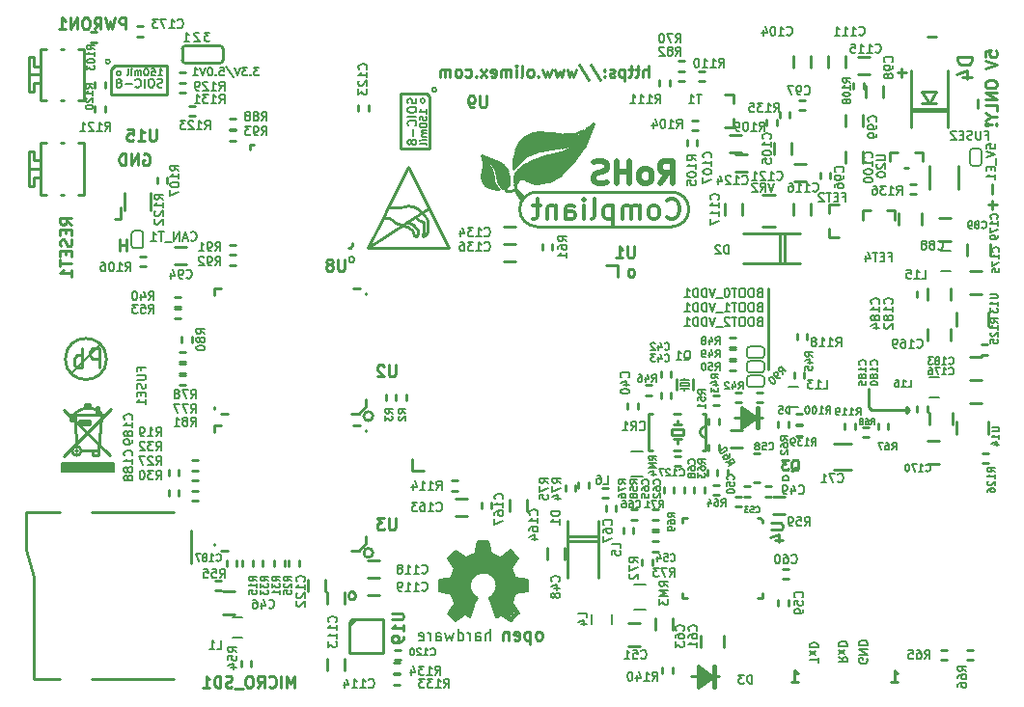
<source format=gbr>
%TF.GenerationSoftware,KiCad,Pcbnew,5.1.6-c6e7f7d~87~ubuntu18.04.1*%
%TF.CreationDate,2021-10-07T16:54:21+03:00*%
%TF.ProjectId,STMP157-OLinuXino-LIME2_Rev_B1,53544d50-3135-4372-9d4f-4c696e755869,B1*%
%TF.SameCoordinates,Original*%
%TF.FileFunction,Legend,Bot*%
%TF.FilePolarity,Positive*%
%FSLAX46Y46*%
G04 Gerber Fmt 4.6, Leading zero omitted, Abs format (unit mm)*
G04 Created by KiCad (PCBNEW 5.1.6-c6e7f7d~87~ubuntu18.04.1) date 2021-10-07 16:54:21*
%MOMM*%
%LPD*%
G01*
G04 APERTURE LIST*
%ADD10C,0.254000*%
%ADD11C,0.190500*%
%ADD12C,0.508000*%
%ADD13C,0.150000*%
%ADD14C,0.127000*%
%ADD15C,0.200000*%
%ADD16C,0.420000*%
%ADD17C,0.370000*%
%ADD18C,0.400000*%
%ADD19C,0.380000*%
%ADD20C,1.000000*%
%ADD21C,0.152400*%
%ADD22C,0.250000*%
%ADD23C,0.203200*%
%ADD24C,0.350000*%
%ADD25C,0.500000*%
%ADD26C,0.180000*%
%ADD27C,0.222250*%
%ADD28C,0.158750*%
%ADD29C,0.177800*%
G04 APERTURE END LIST*
D10*
X110121095Y-54229000D02*
X110217857Y-54180619D01*
X110363000Y-54180619D01*
X110508142Y-54229000D01*
X110604904Y-54325761D01*
X110653285Y-54422523D01*
X110701666Y-54616047D01*
X110701666Y-54761190D01*
X110653285Y-54954714D01*
X110604904Y-55051476D01*
X110508142Y-55148238D01*
X110363000Y-55196619D01*
X110266238Y-55196619D01*
X110121095Y-55148238D01*
X110072714Y-55099857D01*
X110072714Y-54761190D01*
X110266238Y-54761190D01*
X109637285Y-55196619D02*
X109637285Y-54180619D01*
X109056714Y-55196619D01*
X109056714Y-54180619D01*
X108572904Y-55196619D02*
X108572904Y-54180619D01*
X108331000Y-54180619D01*
X108185857Y-54229000D01*
X108089095Y-54325761D01*
X108040714Y-54422523D01*
X107992333Y-54616047D01*
X107992333Y-54761190D01*
X108040714Y-54954714D01*
X108089095Y-55051476D01*
X108185857Y-55148238D01*
X108331000Y-55196619D01*
X108572904Y-55196619D01*
X107635523Y-59895619D02*
X108119333Y-59895619D01*
X108119333Y-58879619D01*
D11*
X115025714Y-43597285D02*
X114989428Y-43561000D01*
X114916857Y-43524714D01*
X114735428Y-43524714D01*
X114662857Y-43561000D01*
X114626571Y-43597285D01*
X114590285Y-43669857D01*
X114590285Y-43742428D01*
X114626571Y-43851285D01*
X115062000Y-44286714D01*
X114590285Y-44286714D01*
X169327285Y-98824142D02*
X169327285Y-98388714D01*
X168565285Y-98606428D02*
X169327285Y-98606428D01*
X168565285Y-98207285D02*
X169073285Y-97808142D01*
X169073285Y-98207285D02*
X168565285Y-97808142D01*
X168565285Y-97517857D02*
X169327285Y-97517857D01*
X169327285Y-97336428D01*
X169291000Y-97227571D01*
X169218428Y-97155000D01*
X169145857Y-97118714D01*
X169000714Y-97082428D01*
X168891857Y-97082428D01*
X168746714Y-97118714D01*
X168674142Y-97155000D01*
X168601571Y-97227571D01*
X168565285Y-97336428D01*
X168565285Y-97517857D01*
X171105285Y-98370571D02*
X171468142Y-98624571D01*
X171105285Y-98806000D02*
X171867285Y-98806000D01*
X171867285Y-98515714D01*
X171831000Y-98443142D01*
X171794714Y-98406857D01*
X171722142Y-98370571D01*
X171613285Y-98370571D01*
X171540714Y-98406857D01*
X171504428Y-98443142D01*
X171468142Y-98515714D01*
X171468142Y-98806000D01*
X171105285Y-98116571D02*
X171613285Y-97717428D01*
X171613285Y-98116571D02*
X171105285Y-97717428D01*
X171105285Y-97427142D02*
X171867285Y-97427142D01*
X171867285Y-97245714D01*
X171831000Y-97136857D01*
X171758428Y-97064285D01*
X171685857Y-97028000D01*
X171540714Y-96991714D01*
X171431857Y-96991714D01*
X171286714Y-97028000D01*
X171214142Y-97064285D01*
X171141571Y-97136857D01*
X171105285Y-97245714D01*
X171105285Y-97427142D01*
X173609000Y-98497571D02*
X173645285Y-98570142D01*
X173645285Y-98679000D01*
X173609000Y-98787857D01*
X173536428Y-98860428D01*
X173463857Y-98896714D01*
X173318714Y-98933000D01*
X173209857Y-98933000D01*
X173064714Y-98896714D01*
X172992142Y-98860428D01*
X172919571Y-98787857D01*
X172883285Y-98679000D01*
X172883285Y-98606428D01*
X172919571Y-98497571D01*
X172955857Y-98461285D01*
X173209857Y-98461285D01*
X173209857Y-98606428D01*
X172883285Y-98134714D02*
X173645285Y-98134714D01*
X172883285Y-97699285D01*
X173645285Y-97699285D01*
X172883285Y-97336428D02*
X173645285Y-97336428D01*
X173645285Y-97155000D01*
X173609000Y-97046142D01*
X173536428Y-96973571D01*
X173463857Y-96937285D01*
X173318714Y-96901000D01*
X173209857Y-96901000D01*
X173064714Y-96937285D01*
X172992142Y-96973571D01*
X172919571Y-97046142D01*
X172883285Y-97155000D01*
X172883285Y-97336428D01*
X115951000Y-43524714D02*
X115479285Y-43524714D01*
X115733285Y-43815000D01*
X115624428Y-43815000D01*
X115551857Y-43851285D01*
X115515571Y-43887571D01*
X115479285Y-43960142D01*
X115479285Y-44141571D01*
X115515571Y-44214142D01*
X115551857Y-44250428D01*
X115624428Y-44286714D01*
X115842142Y-44286714D01*
X115914714Y-44250428D01*
X115951000Y-44214142D01*
X113701285Y-44286714D02*
X114136714Y-44286714D01*
X113919000Y-44286714D02*
X113919000Y-43524714D01*
X113991571Y-43633571D01*
X114064142Y-43706142D01*
X114136714Y-43742428D01*
D10*
X108621285Y-62689619D02*
X108621285Y-61673619D01*
X108621285Y-62157428D02*
X108040714Y-62157428D01*
X108040714Y-62689619D02*
X108040714Y-61673619D01*
X175731714Y-100535619D02*
X176312285Y-100535619D01*
X176022000Y-100535619D02*
X176022000Y-99519619D01*
X176118761Y-99664761D01*
X176215523Y-99761523D01*
X176312285Y-99809904D01*
X166968714Y-100535619D02*
X167549285Y-100535619D01*
X167259000Y-100535619D02*
X167259000Y-99519619D01*
X167355761Y-99664761D01*
X167452523Y-99761523D01*
X167549285Y-99809904D01*
X184603571Y-58286952D02*
X184603571Y-59061047D01*
X184990619Y-58674000D02*
X184216523Y-58674000D01*
X184603571Y-56889952D02*
X184603571Y-57664047D01*
X183333571Y-49396952D02*
X183333571Y-50171047D01*
X177044047Y-47062571D02*
X176269952Y-47062571D01*
X176657000Y-47449619D02*
X176657000Y-46675523D01*
X179711047Y-43887571D02*
X178936952Y-43887571D01*
X154407809Y-47449619D02*
X154407809Y-46433619D01*
X153972380Y-47449619D02*
X153972380Y-46917428D01*
X154020761Y-46820666D01*
X154117523Y-46772285D01*
X154262666Y-46772285D01*
X154359428Y-46820666D01*
X154407809Y-46869047D01*
X153633714Y-46772285D02*
X153246666Y-46772285D01*
X153488571Y-46433619D02*
X153488571Y-47304476D01*
X153440190Y-47401238D01*
X153343428Y-47449619D01*
X153246666Y-47449619D01*
X153053142Y-46772285D02*
X152666095Y-46772285D01*
X152908000Y-46433619D02*
X152908000Y-47304476D01*
X152859619Y-47401238D01*
X152762857Y-47449619D01*
X152666095Y-47449619D01*
X152327428Y-46772285D02*
X152327428Y-47788285D01*
X152327428Y-46820666D02*
X152230666Y-46772285D01*
X152037142Y-46772285D01*
X151940380Y-46820666D01*
X151892000Y-46869047D01*
X151843619Y-46965809D01*
X151843619Y-47256095D01*
X151892000Y-47352857D01*
X151940380Y-47401238D01*
X152037142Y-47449619D01*
X152230666Y-47449619D01*
X152327428Y-47401238D01*
X151456571Y-47401238D02*
X151359809Y-47449619D01*
X151166285Y-47449619D01*
X151069523Y-47401238D01*
X151021142Y-47304476D01*
X151021142Y-47256095D01*
X151069523Y-47159333D01*
X151166285Y-47110952D01*
X151311428Y-47110952D01*
X151408190Y-47062571D01*
X151456571Y-46965809D01*
X151456571Y-46917428D01*
X151408190Y-46820666D01*
X151311428Y-46772285D01*
X151166285Y-46772285D01*
X151069523Y-46820666D01*
X150585714Y-47352857D02*
X150537333Y-47401238D01*
X150585714Y-47449619D01*
X150634095Y-47401238D01*
X150585714Y-47352857D01*
X150585714Y-47449619D01*
X150585714Y-46820666D02*
X150537333Y-46869047D01*
X150585714Y-46917428D01*
X150634095Y-46869047D01*
X150585714Y-46820666D01*
X150585714Y-46917428D01*
X149376190Y-46385238D02*
X150247047Y-47691523D01*
X148311809Y-46385238D02*
X149182666Y-47691523D01*
X148069904Y-46772285D02*
X147876380Y-47449619D01*
X147682857Y-46965809D01*
X147489333Y-47449619D01*
X147295809Y-46772285D01*
X147005523Y-46772285D02*
X146812000Y-47449619D01*
X146618476Y-46965809D01*
X146424952Y-47449619D01*
X146231428Y-46772285D01*
X145941142Y-46772285D02*
X145747619Y-47449619D01*
X145554095Y-46965809D01*
X145360571Y-47449619D01*
X145167047Y-46772285D01*
X144780000Y-47352857D02*
X144731619Y-47401238D01*
X144780000Y-47449619D01*
X144828380Y-47401238D01*
X144780000Y-47352857D01*
X144780000Y-47449619D01*
X144151047Y-47449619D02*
X144247809Y-47401238D01*
X144296190Y-47352857D01*
X144344571Y-47256095D01*
X144344571Y-46965809D01*
X144296190Y-46869047D01*
X144247809Y-46820666D01*
X144151047Y-46772285D01*
X144005904Y-46772285D01*
X143909142Y-46820666D01*
X143860761Y-46869047D01*
X143812380Y-46965809D01*
X143812380Y-47256095D01*
X143860761Y-47352857D01*
X143909142Y-47401238D01*
X144005904Y-47449619D01*
X144151047Y-47449619D01*
X143231809Y-47449619D02*
X143328571Y-47401238D01*
X143376952Y-47304476D01*
X143376952Y-46433619D01*
X142844761Y-47449619D02*
X142844761Y-46772285D01*
X142844761Y-46433619D02*
X142893142Y-46482000D01*
X142844761Y-46530380D01*
X142796380Y-46482000D01*
X142844761Y-46433619D01*
X142844761Y-46530380D01*
X142360952Y-47449619D02*
X142360952Y-46772285D01*
X142360952Y-46869047D02*
X142312571Y-46820666D01*
X142215809Y-46772285D01*
X142070666Y-46772285D01*
X141973904Y-46820666D01*
X141925523Y-46917428D01*
X141925523Y-47449619D01*
X141925523Y-46917428D02*
X141877142Y-46820666D01*
X141780380Y-46772285D01*
X141635238Y-46772285D01*
X141538476Y-46820666D01*
X141490095Y-46917428D01*
X141490095Y-47449619D01*
X140619238Y-47401238D02*
X140716000Y-47449619D01*
X140909523Y-47449619D01*
X141006285Y-47401238D01*
X141054666Y-47304476D01*
X141054666Y-46917428D01*
X141006285Y-46820666D01*
X140909523Y-46772285D01*
X140716000Y-46772285D01*
X140619238Y-46820666D01*
X140570857Y-46917428D01*
X140570857Y-47014190D01*
X141054666Y-47110952D01*
X140232190Y-47449619D02*
X139700000Y-46772285D01*
X140232190Y-46772285D02*
X139700000Y-47449619D01*
X139312952Y-47352857D02*
X139264571Y-47401238D01*
X139312952Y-47449619D01*
X139361333Y-47401238D01*
X139312952Y-47352857D01*
X139312952Y-47449619D01*
X138393714Y-47401238D02*
X138490476Y-47449619D01*
X138684000Y-47449619D01*
X138780761Y-47401238D01*
X138829142Y-47352857D01*
X138877523Y-47256095D01*
X138877523Y-46965809D01*
X138829142Y-46869047D01*
X138780761Y-46820666D01*
X138684000Y-46772285D01*
X138490476Y-46772285D01*
X138393714Y-46820666D01*
X137813142Y-47449619D02*
X137909904Y-47401238D01*
X137958285Y-47352857D01*
X138006666Y-47256095D01*
X138006666Y-46965809D01*
X137958285Y-46869047D01*
X137909904Y-46820666D01*
X137813142Y-46772285D01*
X137668000Y-46772285D01*
X137571238Y-46820666D01*
X137522857Y-46869047D01*
X137474476Y-46965809D01*
X137474476Y-47256095D01*
X137522857Y-47352857D01*
X137571238Y-47401238D01*
X137668000Y-47449619D01*
X137813142Y-47449619D01*
X137039047Y-47449619D02*
X137039047Y-46772285D01*
X137039047Y-46869047D02*
X136990666Y-46820666D01*
X136893904Y-46772285D01*
X136748761Y-46772285D01*
X136652000Y-46820666D01*
X136603619Y-46917428D01*
X136603619Y-47449619D01*
X136603619Y-46917428D02*
X136555238Y-46820666D01*
X136458476Y-46772285D01*
X136313333Y-46772285D01*
X136216571Y-46820666D01*
X136168190Y-46917428D01*
X136168190Y-47449619D01*
X164973000Y-73152000D02*
X164973000Y-66040000D01*
X177038000Y-76962000D02*
X177292000Y-76708000D01*
X177038000Y-76454000D02*
X177038000Y-76962000D01*
X177292000Y-76708000D02*
X177038000Y-76454000D01*
X173736000Y-76454000D02*
X173736000Y-74803000D01*
X173990000Y-76708000D02*
X173736000Y-76454000D01*
X177292000Y-76708000D02*
X173990000Y-76708000D01*
X183974619Y-45653476D02*
X183974619Y-45169666D01*
X184458428Y-45121285D01*
X184410047Y-45169666D01*
X184361666Y-45266428D01*
X184361666Y-45508333D01*
X184410047Y-45605095D01*
X184458428Y-45653476D01*
X184555190Y-45701857D01*
X184797095Y-45701857D01*
X184893857Y-45653476D01*
X184942238Y-45605095D01*
X184990619Y-45508333D01*
X184990619Y-45266428D01*
X184942238Y-45169666D01*
X184893857Y-45121285D01*
X183974619Y-45992142D02*
X184990619Y-46330809D01*
X183974619Y-46669476D01*
X183974619Y-47975761D02*
X183974619Y-48169285D01*
X184023000Y-48266047D01*
X184119761Y-48362809D01*
X184313285Y-48411190D01*
X184651952Y-48411190D01*
X184845476Y-48362809D01*
X184942238Y-48266047D01*
X184990619Y-48169285D01*
X184990619Y-47975761D01*
X184942238Y-47879000D01*
X184845476Y-47782238D01*
X184651952Y-47733857D01*
X184313285Y-47733857D01*
X184119761Y-47782238D01*
X184023000Y-47879000D01*
X183974619Y-47975761D01*
X184990619Y-48846619D02*
X183974619Y-48846619D01*
X184990619Y-49427190D01*
X183974619Y-49427190D01*
X184990619Y-50394809D02*
X184990619Y-49911000D01*
X183974619Y-49911000D01*
X184506809Y-50927000D02*
X184990619Y-50927000D01*
X183974619Y-50588333D02*
X184506809Y-50927000D01*
X183974619Y-51265666D01*
X184893857Y-51604333D02*
X184942238Y-51652714D01*
X184990619Y-51604333D01*
X184942238Y-51555952D01*
X184893857Y-51604333D01*
X184990619Y-51604333D01*
X184603571Y-51604333D02*
X184023000Y-51555952D01*
X183974619Y-51604333D01*
X184023000Y-51652714D01*
X184603571Y-51604333D01*
X183974619Y-51604333D01*
%TO.C,PWRON1*%
X104904540Y-49489360D02*
X104904540Y-44985940D01*
X101084380Y-44993560D02*
X101076760Y-49489360D01*
X100490020Y-48747680D02*
X100490020Y-48016160D01*
X100088700Y-45735240D02*
X100088700Y-48734980D01*
X100495100Y-46489620D02*
X100495100Y-45735240D01*
X100088700Y-45720000D02*
X100495100Y-45720000D01*
X100088700Y-48742600D02*
X100482400Y-48742600D01*
X100495100Y-46494700D02*
X101066600Y-46494700D01*
X101066600Y-48006000D02*
X100495100Y-48006000D01*
X101079300Y-47244000D02*
X100114100Y-47244000D01*
X101092000Y-44996100D02*
X101574600Y-44996100D01*
X101079300Y-49491900D02*
X101574600Y-49491900D01*
X104902000Y-44983400D02*
X104419400Y-44983400D01*
X104914700Y-49491900D02*
X104419400Y-49491900D01*
X103124000Y-44996100D02*
X102870000Y-44996100D01*
X103124000Y-49504600D02*
X102870000Y-49504600D01*
%TO.C,RESET1*%
X104904540Y-57744360D02*
X104904540Y-53240940D01*
X101084380Y-53248560D02*
X101076760Y-57744360D01*
X100490020Y-57002680D02*
X100490020Y-56271160D01*
X100088700Y-53990240D02*
X100088700Y-56989980D01*
X100495100Y-54744620D02*
X100495100Y-53990240D01*
X100088700Y-53975000D02*
X100495100Y-53975000D01*
X100088700Y-56997600D02*
X100482400Y-56997600D01*
X100495100Y-54749700D02*
X101066600Y-54749700D01*
X101066600Y-56261000D02*
X100495100Y-56261000D01*
X101079300Y-55499000D02*
X100114100Y-55499000D01*
X101092000Y-53251100D02*
X101574600Y-53251100D01*
X101079300Y-57746900D02*
X101574600Y-57746900D01*
X104902000Y-53238400D02*
X104419400Y-53238400D01*
X104914700Y-57746900D02*
X104419400Y-57746900D01*
X103124000Y-53251100D02*
X102870000Y-53251100D01*
X103124000Y-57759600D02*
X102870000Y-57759600D01*
%TO.C,RoHS*%
X141097000Y-57150000D02*
X140589000Y-57150000D01*
X140970000Y-57023000D02*
X140335000Y-57023000D01*
X140843000Y-56896000D02*
X140208000Y-56896000D01*
X140843000Y-56769000D02*
X140081000Y-56769000D01*
X140792200Y-56642000D02*
X139954000Y-56642000D01*
X140716000Y-56515000D02*
X139954000Y-56515000D01*
X140716000Y-56388000D02*
X139954000Y-56388000D01*
X140716000Y-56261000D02*
X139954000Y-56261000D01*
X140716000Y-56134000D02*
X139954000Y-56134000D01*
X140716000Y-56007000D02*
X139954000Y-56007000D01*
X140716000Y-55880000D02*
X139954000Y-55880000D01*
X140716000Y-55753000D02*
X140081000Y-55753000D01*
X140589000Y-55626000D02*
X140081000Y-55626000D01*
X140589000Y-55499000D02*
X140081000Y-55499000D01*
X140208000Y-54991000D02*
X140208000Y-55499000D01*
X140335000Y-54991000D02*
X140335000Y-55499000D01*
X140462000Y-54610000D02*
X139954000Y-54610000D01*
X140589000Y-54737000D02*
X139954000Y-54737000D01*
X140843000Y-54864000D02*
X140081000Y-54864000D01*
X140335000Y-54991000D02*
X141224000Y-54991000D01*
X140208000Y-54991000D02*
X140335000Y-54991000D01*
X140081000Y-54991000D02*
X140208000Y-54991000D01*
X140843000Y-55118000D02*
X141351000Y-55118000D01*
X140970000Y-55245000D02*
X141605000Y-55245000D01*
X140970000Y-55372000D02*
X141732000Y-55372000D01*
X141097000Y-55499000D02*
X141859000Y-55499000D01*
X141097000Y-55626000D02*
X141986000Y-55626000D01*
X141224000Y-55753000D02*
X141986000Y-55753000D01*
X141224000Y-55880000D02*
X141986000Y-55880000D01*
X141224000Y-56007000D02*
X142113000Y-56007000D01*
X141224000Y-56134000D02*
X142113000Y-56134000D01*
X141986000Y-56896000D02*
X141478000Y-56896000D01*
X141986000Y-56769000D02*
X141351000Y-56769000D01*
X142113000Y-56642000D02*
X141351000Y-56642000D01*
X142113000Y-56515000D02*
X141351000Y-56515000D01*
X141986000Y-56388000D02*
X141351000Y-56388000D01*
X141478000Y-56261000D02*
X141478000Y-56769000D01*
X141224000Y-56261000D02*
X141732000Y-57150000D01*
X141478000Y-56261000D02*
X141224000Y-56261000D01*
X141859000Y-56261000D02*
X141478000Y-56261000D01*
X141986000Y-56896000D02*
X141986000Y-57023000D01*
X141986000Y-56769000D02*
X141986000Y-56896000D01*
X141986000Y-56388000D02*
X141986000Y-56769000D01*
X141986000Y-56261000D02*
X141986000Y-56388000D01*
X141859000Y-56261000D02*
X141859000Y-56896000D01*
X141986000Y-56261000D02*
X141859000Y-56261000D01*
X142113000Y-56261000D02*
X141986000Y-56261000D01*
X142113000Y-56515000D02*
X142113000Y-56261000D01*
X142113000Y-56537860D02*
X142113000Y-56515000D01*
X141173200Y-56083200D02*
X141173200Y-56075580D01*
X141556740Y-57152540D02*
X141584680Y-57180480D01*
D12*
X144907000Y-55753000D02*
X146177000Y-55499000D01*
X144526000Y-55880000D02*
X144907000Y-55753000D01*
X144399000Y-55753000D02*
X144526000Y-55880000D01*
X144399000Y-55626000D02*
X144399000Y-55753000D01*
X144907000Y-55372000D02*
X144399000Y-55626000D01*
X145161000Y-55372000D02*
X144907000Y-55372000D01*
X146177000Y-55118000D02*
X145161000Y-55372000D01*
X146685000Y-55118000D02*
X146177000Y-55118000D01*
X146812000Y-55245000D02*
X146685000Y-55118000D01*
X146685000Y-55372000D02*
X146812000Y-55245000D01*
X146050000Y-55880000D02*
X146685000Y-55372000D01*
X145542000Y-56007000D02*
X146050000Y-55880000D01*
X145161000Y-56134000D02*
X145542000Y-56007000D01*
X144526000Y-56134000D02*
X145161000Y-56134000D01*
X144145000Y-56007000D02*
X144526000Y-56134000D01*
X143891000Y-56007000D02*
X144145000Y-56007000D01*
X143764000Y-55753000D02*
X143891000Y-56007000D01*
X143891000Y-55626000D02*
X143764000Y-55753000D01*
X144526000Y-55118000D02*
X143891000Y-55626000D01*
X145542000Y-54864000D02*
X144526000Y-55118000D01*
X146685000Y-54737000D02*
X145542000Y-54864000D01*
X146812000Y-54737000D02*
X146685000Y-54737000D01*
X146939000Y-54864000D02*
X146812000Y-54737000D01*
X147701000Y-54229000D02*
X146939000Y-54864000D01*
X147066000Y-54229000D02*
X147828000Y-53848000D01*
X146329400Y-54483000D02*
X147066000Y-54229000D01*
X145719800Y-54483000D02*
X146329400Y-54483000D01*
X144322800Y-54965600D02*
X145719800Y-54483000D01*
X143637000Y-55372000D02*
X144322800Y-54965600D01*
X143129000Y-55880000D02*
X143637000Y-55372000D01*
X142875000Y-56388000D02*
X143129000Y-55880000D01*
X143129000Y-56134000D02*
X142875000Y-56388000D01*
X143510000Y-56007000D02*
X143129000Y-56134000D01*
X144272000Y-56515000D02*
X143510000Y-56007000D01*
X145161000Y-56515000D02*
X144272000Y-56515000D01*
X146050000Y-56261000D02*
X145161000Y-56515000D01*
X146558000Y-55880000D02*
X146050000Y-56261000D01*
X147447000Y-54991000D02*
X146558000Y-55880000D01*
X147701000Y-54610000D02*
X147447000Y-54991000D01*
X148082000Y-54102000D02*
X147701000Y-54610000D01*
X148211540Y-53594000D02*
X148590000Y-52707540D01*
X148211540Y-53975000D02*
X148211540Y-53594000D01*
X148590000Y-53467000D02*
X148211540Y-53975000D01*
X148717000Y-52959000D02*
X148590000Y-53467000D01*
X149225000Y-52070000D02*
X148717000Y-52959000D01*
X143637000Y-53594000D02*
X145288000Y-53594000D01*
X143764000Y-53213000D02*
X148717000Y-53136800D01*
X143764000Y-53467000D02*
X143764000Y-53213000D01*
X143764000Y-52959000D02*
X143764000Y-53213000D01*
X148336000Y-52959000D02*
X143764000Y-52959000D01*
X147828000Y-53086000D02*
X148336000Y-52959000D01*
X146558000Y-53467000D02*
X147828000Y-53086000D01*
X145415000Y-53594000D02*
X146558000Y-53467000D01*
X145288000Y-53594000D02*
X145415000Y-53594000D01*
X144780000Y-53594000D02*
X145288000Y-53594000D01*
X144145000Y-53975000D02*
X144780000Y-53594000D01*
X143764000Y-53467000D02*
X143383000Y-53975000D01*
X144018000Y-53975000D02*
X143764000Y-53467000D01*
X143383000Y-54356000D02*
X144018000Y-53975000D01*
X142875000Y-54991000D02*
X143383000Y-54356000D01*
X143002000Y-53975000D02*
X142875000Y-54991000D01*
X143256000Y-53467000D02*
X143002000Y-53975000D01*
X143764000Y-52959000D02*
X143256000Y-53467000D01*
X144399000Y-52578000D02*
X143764000Y-52959000D01*
X146050000Y-52578000D02*
X144399000Y-52578000D01*
X147066000Y-52707540D02*
X146050000Y-52578000D01*
X148211540Y-52707540D02*
X147066000Y-52707540D01*
D10*
X149225000Y-52070000D02*
X148211540Y-52707540D01*
X140766800Y-56085740D02*
X140792200Y-56476900D01*
X141846300Y-57277000D02*
X141859000Y-57277000D01*
X140944600Y-57277000D02*
X141300200Y-57277000D01*
X140141960Y-56956960D02*
X140164820Y-56979820D01*
X139827000Y-54356000D02*
X139961620Y-54894480D01*
X140843000Y-54737000D02*
X139827000Y-54356000D01*
X141264640Y-54917340D02*
X140843000Y-54737000D01*
X142039340Y-55656480D02*
X141986000Y-55562500D01*
X141859000Y-57277000D02*
X142156180Y-56857900D01*
X141993620Y-57411620D02*
X141859000Y-57277000D01*
X142748000Y-57277000D02*
X142643860Y-57383680D01*
X143510000Y-58039000D02*
X143019780Y-57548780D01*
X142748000Y-56941720D02*
X142748000Y-56896000D01*
X143383000Y-58166000D02*
X142875000Y-57404000D01*
X146824700Y-53627020D02*
X148211540Y-53213000D01*
X144957800Y-53916580D02*
X145475960Y-53842920D01*
X143682720Y-54424580D02*
X143690340Y-54419500D01*
X142623540Y-55499000D02*
X142626080Y-55496460D01*
X143037560Y-55643780D02*
X142867380Y-55831740D01*
X145902680Y-54312820D02*
X145592800Y-54373780D01*
X148211540Y-53213000D02*
X147929600Y-53560980D01*
X143383000Y-58039000D02*
X143197580Y-57853580D01*
X142725140Y-56723280D02*
X142748000Y-56769000D01*
X142623540Y-55118000D02*
X142623540Y-55499000D01*
X142829280Y-53840380D02*
X142681960Y-54439820D01*
X147027900Y-52519580D02*
X144879060Y-52324000D01*
X149606000Y-51562000D02*
X148744940Y-52181760D01*
X144851120Y-56769000D02*
X144335500Y-56769000D01*
X146756120Y-56065420D02*
X146720560Y-56100980D01*
X149606000Y-51562000D02*
X148739860Y-53677820D01*
X143024860Y-56494680D02*
X142748000Y-56769000D01*
X143797020Y-56548020D02*
X143743680Y-56494680D01*
X156464000Y-60579000D02*
X144653000Y-60579000D01*
X144653000Y-57531000D02*
X156464000Y-57531000D01*
X142112556Y-56539371D02*
G75*
G02*
X141859000Y-57150000I-865696J1511D01*
G01*
X140666020Y-55044180D02*
G75*
G02*
X141173200Y-56075580I-991420J-1127920D01*
G01*
X141583340Y-57180046D02*
G75*
G02*
X141173200Y-56083200I1118940J1043506D01*
G01*
X141860788Y-57278791D02*
G75*
G02*
X141556740Y-57152540I752J431051D01*
G01*
X141294340Y-57272613D02*
G75*
G02*
X140792200Y-56476900I709440J1003993D01*
G01*
X140412795Y-55138066D02*
G75*
G02*
X140766800Y-56128920I-1408755J-1061974D01*
G01*
X140945927Y-57278303D02*
G75*
G02*
X140746480Y-57254140I-1327J824263D01*
G01*
X140744497Y-57253453D02*
G75*
G02*
X140164820Y-56979820I205183J1185493D01*
G01*
X140140946Y-56957974D02*
G75*
G02*
X139827000Y-56200040I757934J757934D01*
G01*
X139827283Y-56200487D02*
G75*
G02*
X139898120Y-55831740I992857J447D01*
G01*
X139962148Y-54897136D02*
G75*
G02*
X139898120Y-55831740I-1478808J-368184D01*
G01*
X141264000Y-54918511D02*
G75*
G02*
X141986000Y-55562500I-601340J-1400909D01*
G01*
X142039794Y-55658321D02*
G75*
G02*
X142240000Y-56413400I-1323794J-755079D01*
G01*
X142241874Y-56413901D02*
G75*
G02*
X142156180Y-56857900I-1195674J501D01*
G01*
X142285720Y-57532612D02*
G75*
G02*
X141993620Y-57411620I0J413092D01*
G01*
X142643134Y-57382954D02*
G75*
G02*
X142285720Y-57531000I-357414J357414D01*
G01*
X143016258Y-57548710D02*
G75*
G02*
X142748000Y-56896000I653762J650170D01*
G01*
X143253978Y-58166280D02*
G75*
G02*
X142748000Y-56941720I1228842J1224560D01*
G01*
X146818379Y-53627186D02*
G75*
G02*
X145475960Y-53842920I-1812319J6992786D01*
G01*
X143694130Y-54416934D02*
G75*
G02*
X144957800Y-53916580I2134890J-3545866D01*
G01*
X142627641Y-55494765D02*
G75*
G02*
X143682720Y-54424580I3831299J-2722035D01*
G01*
X142747155Y-56769069D02*
G75*
G02*
X142867380Y-55831740I762845J378529D01*
G01*
X143038473Y-55643156D02*
G75*
G02*
X145592800Y-54373780I3654147J-4148444D01*
G01*
X147929541Y-53562778D02*
G75*
G02*
X145902680Y-54312820I-2631381J3997218D01*
G01*
X143195549Y-57854559D02*
G75*
G02*
X142748000Y-56769000I1086611J1083019D01*
G01*
X142621760Y-55117243D02*
G75*
G02*
X142681960Y-54439820I3049780J70363D01*
G01*
X142828736Y-53836585D02*
G75*
G02*
X144879060Y-52324000I2144304J-760715D01*
G01*
X148742952Y-52179522D02*
G75*
G02*
X147027900Y-52519580I-1268012J1900222D01*
G01*
X146716933Y-56103013D02*
G75*
G02*
X144851120Y-56769000I-1738813J1924813D01*
G01*
X148737464Y-53683447D02*
G75*
G02*
X146756120Y-56065420I-8344044J4925607D01*
G01*
X143024860Y-56492140D02*
G75*
G02*
X143743680Y-56494680I358140J-360680D01*
G01*
X144335500Y-56771066D02*
G75*
G02*
X143797020Y-56548020I0J761526D01*
G01*
X144653000Y-60579000D02*
G75*
G02*
X143129000Y-59055000I0J1524000D01*
G01*
X157988000Y-59055000D02*
G75*
G02*
X156464000Y-60579000I-1524000J0D01*
G01*
X156464000Y-57531000D02*
G75*
G02*
X157988000Y-59055000I0J-1524000D01*
G01*
X143129000Y-59055000D02*
G75*
G02*
X144653000Y-57531000I1524000J0D01*
G01*
D13*
%TO.C,Bin*%
X102949000Y-81357000D02*
X102949000Y-82119000D01*
X107521000Y-81357000D02*
X102949000Y-81357000D01*
X107521000Y-82119000D02*
X107521000Y-81357000D01*
X102949000Y-82119000D02*
X107521000Y-82119000D01*
X102999800Y-81407800D02*
X107419400Y-81407800D01*
X107470200Y-81509400D02*
X102999800Y-81509400D01*
X102999800Y-81661800D02*
X107419400Y-81661800D01*
X102999800Y-81814200D02*
X107419400Y-81814200D01*
X107470200Y-81560200D02*
X103050600Y-81560200D01*
X107470200Y-81712600D02*
X102999800Y-81712600D01*
X103050600Y-81915800D02*
X107419400Y-81915800D01*
X107470200Y-82017400D02*
X103050600Y-82017400D01*
D10*
X107315000Y-76581000D02*
X103124000Y-80772000D01*
X107188000Y-80645000D02*
X103124000Y-76708000D01*
X106172000Y-80264000D02*
X104775000Y-80264000D01*
X106172000Y-80264000D02*
X106426000Y-77216000D01*
X106680000Y-77089000D02*
X103759000Y-77089000D01*
X105664000Y-80645000D02*
X105664000Y-80391000D01*
X106172000Y-80645000D02*
X105664000Y-80645000D01*
X106172000Y-80264000D02*
X106172000Y-80645000D01*
X104267000Y-79756000D02*
X104140000Y-77724000D01*
X104668609Y-80264000D02*
G75*
G03*
X104668609Y-80264000I-401609J0D01*
G01*
X106045000Y-76454000D02*
X106045000Y-76962000D01*
X106172000Y-76454000D02*
X106045000Y-76454000D01*
X106172000Y-76962000D02*
X106172000Y-76454000D01*
X103759000Y-77597000D02*
X103759000Y-77089000D01*
X104140000Y-77597000D02*
X103759000Y-77597000D01*
X104140000Y-77089000D02*
X104140000Y-77597000D01*
X104013000Y-77216000D02*
X104013000Y-77343000D01*
X104013000Y-77089000D02*
X103886000Y-77470000D01*
X104013000Y-77216000D02*
X104013000Y-77343000D01*
X103886000Y-77216000D02*
X103886000Y-77597000D01*
X104013000Y-77216000D02*
X103886000Y-77216000D01*
X104013000Y-77597000D02*
X104013000Y-77216000D01*
X105410000Y-77978000D02*
X105410000Y-77597000D01*
X104521000Y-77978000D02*
X105410000Y-77978000D01*
X104521000Y-77597000D02*
X104521000Y-77978000D01*
X105410000Y-77597000D02*
X104521000Y-77597000D01*
X105283000Y-77724000D02*
X104648000Y-77724000D01*
X105029000Y-76200000D02*
X105410000Y-76200000D01*
X105029000Y-76327000D02*
X105029000Y-76200000D01*
X105410000Y-76327000D02*
X105029000Y-76327000D01*
X105410000Y-76200000D02*
X105410000Y-76327000D01*
D14*
X104394000Y-80264000D02*
G75*
G03*
X104394000Y-80264000I-127000J0D01*
G01*
D10*
X104140000Y-76962000D02*
G75*
G02*
X106426000Y-76962000I1143000J-1143000D01*
G01*
%TO.C,PBFree*%
X106882037Y-72196960D02*
G75*
G03*
X106882037Y-72196960I-1802237J0D01*
G01*
D15*
X103919020Y-73360280D02*
X106352340Y-70939660D01*
D16*
%TO.C,OpenHardware*%
X141180820Y-94663260D02*
X140629640Y-93240860D01*
D17*
X141526260Y-94477840D02*
X141208760Y-94683580D01*
D18*
X142316200Y-95026480D02*
X141536420Y-94495620D01*
D19*
X142892780Y-94488000D02*
X142328900Y-95026480D01*
D17*
X142877540Y-94488000D02*
X142344140Y-93654880D01*
X142702280Y-92727780D02*
X142344140Y-93611700D01*
X143680180Y-92486480D02*
X142730220Y-92704920D01*
D19*
X143670020Y-91709240D02*
X143675100Y-92496640D01*
D17*
X143682720Y-91696540D02*
X142664180Y-91516200D01*
X142633700Y-91480640D02*
X142285720Y-90614500D01*
X142862300Y-89712800D02*
X142306040Y-90563700D01*
D19*
X142872460Y-89689940D02*
X142372080Y-89156540D01*
D17*
X142323820Y-89131140D02*
X141495780Y-89783920D01*
X141434820Y-89773760D02*
X140589000Y-89367360D01*
X140329920Y-88333580D02*
X140535660Y-89347040D01*
X140337540Y-88320880D02*
X139552680Y-88320880D01*
X139570460Y-88341200D02*
X139357100Y-89359740D01*
X139357100Y-89359740D02*
X138455400Y-89809320D01*
X138442700Y-89804240D02*
X137538460Y-89169800D01*
X137538460Y-89171780D02*
X136984740Y-89717880D01*
X136984740Y-89720420D02*
X137601960Y-90510360D01*
X137601960Y-90510360D02*
X137261600Y-91447620D01*
X137261600Y-91447620D02*
X136179560Y-91676220D01*
X136179560Y-91676220D02*
X136179560Y-92511880D01*
X136179560Y-92511880D02*
X137193020Y-92682060D01*
X137193020Y-92682060D02*
X137599420Y-93593920D01*
X137548620Y-95041720D02*
X138384280Y-94475300D01*
X138384280Y-94475300D02*
X138722100Y-94660720D01*
X138722100Y-94660720D02*
X139296140Y-93220540D01*
X137599420Y-93593920D02*
X136979660Y-94480380D01*
X137533380Y-95034100D02*
X136979660Y-94488000D01*
D13*
X141099540Y-94843600D02*
X140449300Y-93174820D01*
X141483080Y-94640400D02*
X141137640Y-94861380D01*
X141495780Y-94630240D02*
X142321280Y-95194120D01*
X142328900Y-95201740D02*
X143050260Y-94508320D01*
X143057880Y-94505780D02*
X142460980Y-93642180D01*
X143819880Y-92598240D02*
X142748000Y-92793820D01*
X143819880Y-91605100D02*
X143819880Y-92590620D01*
X143822420Y-91602560D02*
X142651480Y-91399360D01*
X142753080Y-91404440D02*
X142417800Y-90571320D01*
X143014700Y-89720420D02*
X142420340Y-90573860D01*
X143035020Y-89684860D02*
X142361920Y-88971120D01*
X142349220Y-88968580D02*
X141378940Y-89684860D01*
X141414500Y-89616280D02*
X140510260Y-89237820D01*
X140426440Y-88221820D02*
X140627100Y-89247980D01*
X140416280Y-88214200D02*
X139451080Y-88214200D01*
X139451080Y-88214200D02*
X139225020Y-89385140D01*
X139235180Y-89303860D02*
X138430000Y-89641680D01*
X138549380Y-89689940D02*
X137538460Y-89016840D01*
X137533380Y-89014300D02*
X136839960Y-89705180D01*
X136834880Y-89712800D02*
X137538460Y-90703400D01*
X137449560Y-90594180D02*
X137083800Y-91462860D01*
X136146540Y-92364560D02*
X137253980Y-92588080D01*
X136062720Y-91622880D02*
X136065260Y-92580460D01*
X137200640Y-92811600D02*
X136077960Y-92600780D01*
X137096500Y-92778580D02*
X137477500Y-93759020D01*
X137129520Y-94414340D02*
X137614660Y-94945200D01*
X137525760Y-95189040D02*
X136842500Y-94498160D01*
X138412220Y-94574360D02*
X137535920Y-95194120D01*
X137548620Y-94879160D02*
X138369040Y-94350840D01*
X138231880Y-94546420D02*
X138760200Y-94874080D01*
X138760200Y-94874080D02*
X139146280Y-93893640D01*
X139151360Y-93195140D02*
X138623040Y-94576900D01*
X143527780Y-91793060D02*
X143527780Y-92443300D01*
X143670020Y-91848940D02*
X142554960Y-91602560D01*
X142140940Y-90581480D02*
X142527020Y-91579700D01*
X142135860Y-90586560D02*
X142737840Y-89677240D01*
X142379700Y-89232740D02*
X141495780Y-89954100D01*
X139108180Y-93253560D02*
X138930380Y-93131640D01*
X138930380Y-93131640D02*
X138554460Y-92420440D01*
X138554460Y-92420440D02*
X138554460Y-91902280D01*
X138549380Y-91914980D02*
X138783060Y-91241880D01*
X138783060Y-91241880D02*
X139293600Y-90812620D01*
X139293600Y-90812620D02*
X140108940Y-90652600D01*
X140108940Y-90644980D02*
X140980160Y-91074240D01*
X140980160Y-91074240D02*
X141399260Y-91805760D01*
X141404340Y-91810840D02*
X141272260Y-92633800D01*
X141267180Y-92664280D02*
X141173200Y-92834460D01*
X141267180Y-92664280D02*
X141173200Y-92834460D01*
X141043660Y-92885260D02*
X140784580Y-93223080D01*
X140675360Y-92999560D02*
X140449300Y-93174820D01*
X139174220Y-93002100D02*
X139428220Y-93167200D01*
X139311380Y-93456760D02*
X139433300Y-93172280D01*
X141490700Y-89951560D02*
X140507720Y-89458800D01*
X141160500Y-92864940D02*
X140853160Y-93131640D01*
D20*
X142176500Y-94294960D02*
X141323060Y-93273880D01*
X143212820Y-92090240D02*
X141795500Y-92029280D01*
X142227300Y-89804240D02*
X141165580Y-90911680D01*
X139966700Y-88828880D02*
X139961620Y-90342720D01*
X137701020Y-89885520D02*
X138813540Y-90952320D01*
X136710420Y-92069920D02*
X138178540Y-92156280D01*
X141500860Y-94122240D02*
X141135100Y-93360240D01*
X142166340Y-93223080D02*
X141602460Y-92743020D01*
X142415260Y-92577920D02*
X141709140Y-92450920D01*
X142090140Y-91333320D02*
X141648180Y-91493340D01*
X141914880Y-90853260D02*
X141457680Y-91142820D01*
X140916660Y-90076020D02*
X140741400Y-90434160D01*
X140482320Y-89816940D02*
X140314680Y-90426540D01*
X139217400Y-89832180D02*
X139438380Y-90517980D01*
X138630660Y-90083640D02*
X139049760Y-90670380D01*
X137761980Y-90952320D02*
X138417300Y-91318080D01*
X137520680Y-91645740D02*
X138242040Y-91793060D01*
X138356340Y-92803980D02*
X137746740Y-92910660D01*
X138676380Y-93223080D02*
X138059160Y-93550740D01*
X138790680Y-93360240D02*
X137609580Y-94373700D01*
X138790680Y-93268800D02*
X138457940Y-94000320D01*
D17*
X139285980Y-93218000D02*
G75*
G02*
X138915140Y-91353640I746760J1117600D01*
G01*
X138904980Y-91368880D02*
G75*
G02*
X140830300Y-91170760I1061720J-863600D01*
G01*
X140855700Y-91196160D02*
G75*
G02*
X140779500Y-93050360I-965200J-889000D01*
G01*
D10*
%TO.C,Static*%
X134683500Y-61214000D02*
X134747000Y-61214000D01*
X134683500Y-61214000D02*
X134683500Y-60198000D01*
X134620000Y-61404500D02*
X134620000Y-61277500D01*
X135064500Y-60007500D02*
X135064500Y-61087000D01*
X134112000Y-61404500D02*
X133959600Y-61404500D01*
X131127500Y-59817000D02*
X131445000Y-59817000D01*
X132753100Y-58928000D02*
X131572000Y-58928000D01*
X135128000Y-58991500D02*
X129794000Y-62484000D01*
X131572000Y-58928000D02*
X133350000Y-55372000D01*
X131127500Y-59817000D02*
X131572000Y-58928000D01*
X129794000Y-62484000D02*
X131127500Y-59817000D01*
X136906000Y-62484000D02*
X129794000Y-62484000D01*
X133350000Y-55372000D02*
X136906000Y-62484000D01*
X134747000Y-61214000D02*
G75*
G02*
X134874000Y-61341000I0J-127000D01*
G01*
X134620000Y-61277500D02*
G75*
G02*
X134683500Y-61214000I63500J0D01*
G01*
X134681071Y-61470545D02*
G75*
G02*
X134620000Y-61404500I2429J63505D01*
G01*
X135064500Y-61087000D02*
G75*
G02*
X134683500Y-61468000I-381000J0D01*
G01*
X134875048Y-59691575D02*
G75*
G02*
X135064500Y-60007500I-168688J-315925D01*
G01*
X134872549Y-59690142D02*
G75*
G02*
X134556500Y-59372500I478971J792622D01*
G01*
X134681935Y-60199845D02*
G75*
G02*
X133985000Y-59753500I153965J1007685D01*
G01*
X134238068Y-60960674D02*
G75*
G02*
X134239000Y-61277500I-316568J-159346D01*
G01*
X134238967Y-61277600D02*
G75*
G02*
X134112000Y-61404500I-190467J63600D01*
G01*
X132910275Y-60516493D02*
G75*
G02*
X133350000Y-60642500I-825195J-3709947D01*
G01*
X133349915Y-60643965D02*
G75*
G02*
X133921500Y-61404500I-284395J-808795D01*
G01*
X133287708Y-60199166D02*
G75*
G02*
X134239000Y-60960000I-285688J-1332334D01*
G01*
X132775461Y-60453576D02*
G75*
G02*
X131953000Y-60007500I147819J1253796D01*
G01*
X131444301Y-59817474D02*
G75*
G02*
X131953000Y-60007500I64199J-604046D01*
G01*
X132968915Y-58866114D02*
G75*
G02*
X132753100Y-58928000I-182795J230214D01*
G01*
X132969721Y-58864678D02*
G75*
G02*
X134556500Y-59372500I466639J-1274902D01*
G01*
D13*
%TO.C,BOOT1_VDD1*%
X163068000Y-73152000D02*
X163068000Y-72644000D01*
X163322000Y-72390000D02*
X164338000Y-72390000D01*
X164592000Y-72644000D02*
X164592000Y-73152000D01*
X164338000Y-73406000D02*
X163322000Y-73406000D01*
D21*
X163322000Y-73406000D02*
G75*
G02*
X163068000Y-73152000I0J254000D01*
G01*
X164592000Y-73152000D02*
G75*
G02*
X164338000Y-73406000I-254000J0D01*
G01*
X164338000Y-72390000D02*
G75*
G02*
X164592000Y-72644000I0J-254000D01*
G01*
X163068000Y-72644000D02*
G75*
G02*
X163322000Y-72390000I254000J0D01*
G01*
D10*
%TO.C,R61*%
X145097500Y-62357000D02*
X145097500Y-62103000D01*
X145097500Y-62357000D02*
X145097500Y-62611000D01*
X145986500Y-62357000D02*
X145986500Y-62611000D01*
X145986500Y-62357000D02*
X145986500Y-62103000D01*
%TO.C,R59*%
X165354000Y-84328000D02*
X166370000Y-84328000D01*
X165354000Y-85852000D02*
X166370000Y-85852000D01*
%TO.C,Q3*%
X163703000Y-83058000D02*
X164211000Y-83058000D01*
X163703000Y-80518000D02*
X164211000Y-80518000D01*
%TO.C,C50*%
X163068000Y-84264500D02*
X162814000Y-84264500D01*
X163068000Y-84264500D02*
X163322000Y-84264500D01*
X163068000Y-83375500D02*
X163322000Y-83375500D01*
X163068000Y-83375500D02*
X162814000Y-83375500D01*
%TO.C,C58*%
X162687000Y-80010000D02*
X161671000Y-80010000D01*
X162687000Y-78486000D02*
X161671000Y-78486000D01*
%TO.C,R82*%
X157353000Y-47815500D02*
X157607000Y-47815500D01*
X157353000Y-47815500D02*
X157099000Y-47815500D01*
X157353000Y-46926500D02*
X157099000Y-46926500D01*
X157353000Y-46926500D02*
X157607000Y-46926500D01*
D14*
%TO.C,RM3*%
X154167840Y-94190820D02*
X153172160Y-94190820D01*
X153172160Y-91991180D02*
X154167840Y-91991180D01*
%TO.C,Q1*%
X157607000Y-73850500D02*
X157607000Y-74041000D01*
X157607000Y-74803000D02*
X157607000Y-74993500D01*
X157226000Y-74803000D02*
X157988000Y-74803000D01*
X157988000Y-74041000D02*
X157226000Y-74041000D01*
X157988000Y-74295000D02*
X157226000Y-74295000D01*
X157988000Y-74549000D02*
X157988000Y-74295000D01*
X157226000Y-74549000D02*
X157988000Y-74549000D01*
X157226000Y-74295000D02*
X157226000Y-74549000D01*
D10*
X158357000Y-74922000D02*
X158357000Y-73922000D01*
X156857000Y-74922000D02*
X156857000Y-73922000D01*
D14*
%TO.C,RM4*%
X153913840Y-82506820D02*
X152918160Y-82506820D01*
X152918160Y-80307180D02*
X153913840Y-80307180D01*
D10*
%TO.C,U13*%
X184277000Y-69265800D02*
X184277000Y-68135500D01*
X181470300Y-69265800D02*
X181470300Y-68135500D01*
%TO.C,U19*%
X128167000Y-98020000D02*
X128167000Y-95520000D01*
X131167000Y-98020000D02*
X128167000Y-98020000D01*
X131167000Y-95020000D02*
X131167000Y-98020000D01*
X131167000Y-95020000D02*
X128667000Y-95020000D01*
X128667000Y-95020000D02*
X128167000Y-95520000D01*
X128167000Y-95520000D02*
X128167000Y-95320000D01*
X128167000Y-95320000D02*
X128467000Y-95020000D01*
X128467000Y-95020000D02*
X128767000Y-95020000D01*
%TO.C,R78*%
X113538000Y-72453500D02*
X113284000Y-72453500D01*
X113538000Y-72453500D02*
X113792000Y-72453500D01*
X113538000Y-71564500D02*
X113792000Y-71564500D01*
X113538000Y-71564500D02*
X113284000Y-71564500D01*
%TO.C,R80*%
X114363500Y-70485000D02*
X114363500Y-70739000D01*
X114363500Y-70485000D02*
X114363500Y-70231000D01*
X113474500Y-70485000D02*
X113474500Y-70231000D01*
X113474500Y-70485000D02*
X113474500Y-70739000D01*
%TO.C,U8*%
X119827800Y-53414420D02*
X119454420Y-53414420D01*
X119452000Y-53414420D02*
X119452000Y-53787800D01*
X128076200Y-62409580D02*
X128251460Y-62409580D01*
X128251460Y-62409580D02*
X128449580Y-62211460D01*
X128449580Y-62211460D02*
X128449580Y-62036200D01*
%TO.C,C107*%
X162560000Y-52578000D02*
X161544000Y-52578000D01*
X162560000Y-54102000D02*
X161544000Y-54102000D01*
%TO.C,C88*%
X176403000Y-60452000D02*
X176403000Y-59436000D01*
X178435000Y-60452000D02*
X178435000Y-59436000D01*
D14*
%TO.C,L13*%
X167563800Y-74676000D02*
X166725600Y-74676000D01*
X167563800Y-76454000D02*
X166725600Y-76454000D01*
D10*
%TO.C,C46*%
X117094000Y-94615000D02*
X118110000Y-94615000D01*
X117094000Y-92583000D02*
X118110000Y-92583000D01*
D22*
%TO.C,U2*%
X130259609Y-77215000D02*
G75*
G03*
X130259609Y-77215000I-401609J0D01*
G01*
D10*
X129000000Y-77000000D02*
X129650000Y-76350000D01*
X128370000Y-77000000D02*
X129000000Y-77000000D01*
X116900000Y-77000000D02*
X117520000Y-77000000D01*
X116350000Y-76430000D02*
X116350000Y-76550000D01*
X116350000Y-66000000D02*
X116350000Y-66620000D01*
X129650000Y-75730000D02*
X129650000Y-76350000D01*
X116975000Y-66005000D02*
X116355000Y-66005000D01*
X129145000Y-66005000D02*
X128525000Y-66005000D01*
X129650000Y-66420000D02*
X129650000Y-66550000D01*
%TO.C,R88*%
X117983000Y-52006500D02*
X117729000Y-52006500D01*
X117983000Y-52006500D02*
X118237000Y-52006500D01*
X117983000Y-51117500D02*
X118237000Y-51117500D01*
X117983000Y-51117500D02*
X117729000Y-51117500D01*
%TO.C,R90*%
X164211000Y-76009500D02*
X163957000Y-76009500D01*
X164211000Y-76009500D02*
X164465000Y-76009500D01*
X164211000Y-75120500D02*
X164465000Y-75120500D01*
X164211000Y-75120500D02*
X163957000Y-75120500D01*
%TO.C,R93*%
X117983000Y-52133500D02*
X117729000Y-52133500D01*
X117983000Y-52133500D02*
X118237000Y-52133500D01*
X117983000Y-53022500D02*
X118237000Y-53022500D01*
X117983000Y-53022500D02*
X117729000Y-53022500D01*
%TO.C,U1*%
X151700000Y-64000000D02*
X150700000Y-64000000D01*
X151700000Y-64000000D02*
X151700000Y-65000000D01*
X133700000Y-82000000D02*
X133700000Y-81000000D01*
X133700000Y-82000000D02*
X134700000Y-82000000D01*
%TO.C,3.3V/5.0V1*%
X116840000Y-44704000D02*
X113792000Y-44704000D01*
X117094000Y-44958000D02*
X117094000Y-45974000D01*
X113538000Y-44958000D02*
X113538000Y-45974000D01*
X113792000Y-46228000D02*
X116840000Y-46228000D01*
X117094000Y-45974000D02*
G75*
G02*
X116840000Y-46228000I-254000J0D01*
G01*
X113792000Y-46228000D02*
G75*
G02*
X113538000Y-45974000I0J254000D01*
G01*
X113538000Y-44958000D02*
G75*
G02*
X113792000Y-44704000I254000J0D01*
G01*
X116840000Y-44704000D02*
G75*
G02*
X117094000Y-44958000I0J-254000D01*
G01*
D13*
%TO.C,5V_E1*%
X183642000Y-53975000D02*
X183642000Y-54991000D01*
X182880000Y-53721000D02*
X183388000Y-53721000D01*
X182626000Y-54991000D02*
X182626000Y-53975000D01*
X183388000Y-55245000D02*
X182880000Y-55245000D01*
D21*
X182880000Y-55245000D02*
G75*
G02*
X182626000Y-54991000I0J254000D01*
G01*
X182626000Y-53975000D02*
G75*
G02*
X182880000Y-53721000I254000J0D01*
G01*
X183388000Y-53721000D02*
G75*
G02*
X183642000Y-53975000I0J-254000D01*
G01*
X183642000Y-54991000D02*
G75*
G02*
X183388000Y-55245000I-254000J0D01*
G01*
D10*
%TO.C,C40*%
X153479500Y-76327000D02*
X153479500Y-76581000D01*
X153479500Y-76327000D02*
X153479500Y-76073000D01*
X152590500Y-76327000D02*
X152590500Y-76073000D01*
X152590500Y-76327000D02*
X152590500Y-76581000D01*
%TO.C,C42*%
X155511500Y-73533000D02*
X155511500Y-73787000D01*
X155511500Y-73533000D02*
X155511500Y-73279000D01*
X156400500Y-73533000D02*
X156400500Y-73279000D01*
X156400500Y-73533000D02*
X156400500Y-73787000D01*
%TO.C,C43*%
X156400500Y-75438000D02*
X156400500Y-75184000D01*
X156400500Y-75438000D02*
X156400500Y-75692000D01*
X155511500Y-75438000D02*
X155511500Y-75692000D01*
X155511500Y-75438000D02*
X155511500Y-75184000D01*
%TO.C,C48*%
X147066000Y-88773000D02*
X147066000Y-89789000D01*
X145542000Y-88773000D02*
X145542000Y-89789000D01*
%TO.C,C49*%
X164973000Y-83375500D02*
X165227000Y-83375500D01*
X164973000Y-83375500D02*
X164719000Y-83375500D01*
X164973000Y-84264500D02*
X164719000Y-84264500D01*
X164973000Y-84264500D02*
X165227000Y-84264500D01*
%TO.C,C51*%
X152654000Y-95377000D02*
X153670000Y-95377000D01*
X152654000Y-97409000D02*
X153670000Y-97409000D01*
%TO.C,C53*%
X162306000Y-85153500D02*
X162560000Y-85153500D01*
X162306000Y-85153500D02*
X162052000Y-85153500D01*
X162306000Y-84264500D02*
X162052000Y-84264500D01*
X162306000Y-84264500D02*
X162560000Y-84264500D01*
%TO.C,C54*%
X155067000Y-88201500D02*
X154813000Y-88201500D01*
X155067000Y-88201500D02*
X155321000Y-88201500D01*
X155067000Y-87312500D02*
X155321000Y-87312500D01*
X155067000Y-87312500D02*
X154813000Y-87312500D01*
%TO.C,C59*%
X165798500Y-93599000D02*
X165798500Y-93853000D01*
X165798500Y-93599000D02*
X165798500Y-93345000D01*
X166687500Y-93599000D02*
X166687500Y-93345000D01*
X166687500Y-93599000D02*
X166687500Y-93853000D01*
%TO.C,C60*%
X166497000Y-90614500D02*
X166751000Y-90614500D01*
X166497000Y-90614500D02*
X166243000Y-90614500D01*
X166497000Y-91503500D02*
X166243000Y-91503500D01*
X166497000Y-91503500D02*
X166751000Y-91503500D01*
%TO.C,C61*%
X159004000Y-96520000D02*
X159004000Y-97536000D01*
X161036000Y-96520000D02*
X161036000Y-97536000D01*
%TO.C,C62*%
X158432500Y-83693000D02*
X158432500Y-83439000D01*
X158432500Y-83693000D02*
X158432500Y-83947000D01*
X159321500Y-83693000D02*
X159321500Y-83947000D01*
X159321500Y-83693000D02*
X159321500Y-83439000D01*
%TO.C,C63*%
X156591000Y-96012000D02*
X156591000Y-94996000D01*
X155067000Y-96012000D02*
X155067000Y-94996000D01*
%TO.C,C65*%
X157543500Y-83693000D02*
X157543500Y-83439000D01*
X157543500Y-83693000D02*
X157543500Y-83947000D01*
X158432500Y-83693000D02*
X158432500Y-83947000D01*
X158432500Y-83693000D02*
X158432500Y-83439000D01*
%TO.C,C66*%
X153162000Y-85407500D02*
X153416000Y-85407500D01*
X153162000Y-85407500D02*
X152908000Y-85407500D01*
X153162000Y-86296500D02*
X152908000Y-86296500D01*
X153162000Y-86296500D02*
X153416000Y-86296500D01*
%TO.C,C67*%
X150685500Y-85344000D02*
X150685500Y-85598000D01*
X150685500Y-85344000D02*
X150685500Y-85090000D01*
X151574500Y-85344000D02*
X151574500Y-85090000D01*
X151574500Y-85344000D02*
X151574500Y-85598000D01*
%TO.C,C68*%
X160464500Y-82169000D02*
X160464500Y-82423000D01*
X160464500Y-82169000D02*
X160464500Y-81915000D01*
X159575500Y-82169000D02*
X159575500Y-81915000D01*
X159575500Y-82169000D02*
X159575500Y-82423000D01*
%TO.C,C71*%
X172212000Y-79629000D02*
X170688000Y-79629000D01*
X172212000Y-81915000D02*
X170688000Y-81915000D01*
%TO.C,C89*%
X180975000Y-59817000D02*
X179959000Y-59817000D01*
X180975000Y-61849000D02*
X179959000Y-61849000D01*
%TO.C,C94*%
X112903000Y-63881000D02*
X113919000Y-63881000D01*
X112903000Y-62357000D02*
X113919000Y-62357000D01*
%TO.C,C98*%
X173482000Y-49276000D02*
X173482000Y-48260000D01*
X175006000Y-49276000D02*
X175006000Y-48260000D01*
%TO.C,C99*%
X171704000Y-51816000D02*
X171704000Y-50800000D01*
X173228000Y-51816000D02*
X173228000Y-50800000D01*
%TO.C,C100*%
X171704000Y-53975000D02*
X171704000Y-54991000D01*
X173228000Y-53975000D02*
X173228000Y-54991000D01*
%TO.C,C104*%
X167132000Y-45593000D02*
X167132000Y-46609000D01*
X168656000Y-45593000D02*
X168656000Y-46609000D01*
%TO.C,C105*%
X167005000Y-54229000D02*
X167005000Y-53213000D01*
X165481000Y-54229000D02*
X165481000Y-53213000D01*
%TO.C,C111*%
X171704000Y-45593000D02*
X171704000Y-46609000D01*
X170180000Y-45593000D02*
X170180000Y-46609000D01*
%TO.C,C113*%
X126238000Y-93726000D02*
X126238000Y-92710000D01*
X127762000Y-93726000D02*
X127762000Y-92710000D01*
%TO.C,C114*%
X127762000Y-99568000D02*
X127762000Y-98552000D01*
X126238000Y-99568000D02*
X126238000Y-98552000D01*
%TO.C,C115*%
X173863000Y-45720000D02*
X172847000Y-45720000D01*
X173863000Y-47244000D02*
X172847000Y-47244000D01*
%TO.C,C116*%
X168656000Y-58547000D02*
X168656000Y-59563000D01*
X167132000Y-58547000D02*
X167132000Y-59563000D01*
%TO.C,C117*%
X161163000Y-58547000D02*
X161163000Y-59563000D01*
X162687000Y-58547000D02*
X162687000Y-59563000D01*
%TO.C,C118*%
X130810000Y-91440000D02*
X129794000Y-91440000D01*
X130810000Y-89916000D02*
X129794000Y-89916000D01*
%TO.C,C119*%
X130810000Y-92964000D02*
X129794000Y-92964000D01*
X130810000Y-91440000D02*
X129794000Y-91440000D01*
%TO.C,C121*%
X168275000Y-55118000D02*
X167259000Y-55118000D01*
X168275000Y-56642000D02*
X167259000Y-56642000D01*
%TO.C,C122*%
X124587000Y-92583000D02*
X124587000Y-91567000D01*
X126111000Y-92583000D02*
X126111000Y-91567000D01*
%TO.C,C124*%
X162052000Y-55753000D02*
X163068000Y-55753000D01*
X162052000Y-54229000D02*
X163068000Y-54229000D01*
%TO.C,C134*%
X142748000Y-60579000D02*
X141732000Y-60579000D01*
X142748000Y-62103000D02*
X141732000Y-62103000D01*
%TO.C,C136*%
X142748000Y-62103000D02*
X141732000Y-62103000D01*
X142748000Y-63627000D02*
X141732000Y-63627000D01*
%TO.C,C163*%
X138557000Y-85979000D02*
X137541000Y-85979000D01*
X138557000Y-84455000D02*
X137541000Y-84455000D01*
%TO.C,C164*%
X142240000Y-84582000D02*
X142240000Y-85598000D01*
X143764000Y-84582000D02*
X143764000Y-85598000D01*
%TO.C,C167*%
X140652500Y-85090000D02*
X140652500Y-84836000D01*
X140652500Y-85090000D02*
X140652500Y-85344000D01*
X139763500Y-85090000D02*
X139763500Y-85344000D01*
X139763500Y-85090000D02*
X139763500Y-84836000D01*
%TO.C,C169*%
X180975000Y-70612000D02*
X180975000Y-69596000D01*
X178943000Y-70612000D02*
X178943000Y-69596000D01*
%TO.C,C170*%
X179959000Y-79375000D02*
X178943000Y-79375000D01*
X179959000Y-81407000D02*
X178943000Y-81407000D01*
%TO.C,C173*%
X109855000Y-42989500D02*
X109601000Y-42989500D01*
X109855000Y-42989500D02*
X110109000Y-42989500D01*
X109855000Y-43878500D02*
X110109000Y-43878500D01*
X109855000Y-43878500D02*
X109601000Y-43878500D01*
%TO.C,C175*%
X183642000Y-66548000D02*
X182626000Y-66548000D01*
X183642000Y-64516000D02*
X182626000Y-64516000D01*
%TO.C,C176*%
X183642000Y-74041000D02*
X182626000Y-74041000D01*
X183642000Y-76073000D02*
X182626000Y-76073000D01*
%TO.C,C179*%
X184404000Y-62103000D02*
X184404000Y-63119000D01*
X182372000Y-62103000D02*
X182372000Y-63119000D01*
%TO.C,C180*%
X179070000Y-77978000D02*
X179070000Y-76962000D01*
X181102000Y-77978000D02*
X181102000Y-76962000D01*
%TO.C,C182*%
X180975000Y-67056000D02*
X180975000Y-66040000D01*
X178943000Y-67056000D02*
X178943000Y-66040000D01*
%TO.C,C183*%
X183642000Y-72009000D02*
X182626000Y-72009000D01*
X183642000Y-74041000D02*
X182626000Y-74041000D01*
%TO.C,C184*%
X177990500Y-66548000D02*
X177990500Y-66294000D01*
X177990500Y-66548000D02*
X177990500Y-66802000D01*
X178879500Y-66548000D02*
X178879500Y-66802000D01*
X178879500Y-66548000D02*
X178879500Y-66294000D01*
%TO.C,C185*%
X178879500Y-76581000D02*
X178879500Y-76327000D01*
X178879500Y-76581000D02*
X178879500Y-76835000D01*
X177990500Y-76581000D02*
X177990500Y-76835000D01*
X177990500Y-76581000D02*
X177990500Y-76327000D01*
D13*
%TO.C,CAN_T1*%
X109093000Y-62230000D02*
X109093000Y-61214000D01*
X109855000Y-62484000D02*
X109347000Y-62484000D01*
X110109000Y-61214000D02*
X110109000Y-62230000D01*
X109347000Y-60960000D02*
X109855000Y-60960000D01*
D21*
X109855000Y-60960000D02*
G75*
G02*
X110109000Y-61214000I0J-254000D01*
G01*
X110109000Y-62230000D02*
G75*
G02*
X109855000Y-62484000I-254000J0D01*
G01*
X109347000Y-62484000D02*
G75*
G02*
X109093000Y-62230000I0J254000D01*
G01*
X109093000Y-61214000D02*
G75*
G02*
X109347000Y-60960000I254000J0D01*
G01*
D10*
%TO.C,D1*%
X150067000Y-86400000D02*
X150067000Y-91400000D01*
X147367000Y-87770000D02*
X150067000Y-87770000D01*
X147367000Y-91400000D02*
X147367000Y-86400000D01*
X147367000Y-88210000D02*
X150067000Y-88210000D01*
%TO.C,D2*%
X167727000Y-63834000D02*
X162727000Y-63834000D01*
X166357000Y-61134000D02*
X166357000Y-63834000D01*
X162727000Y-61134000D02*
X167727000Y-61134000D01*
X165917000Y-61134000D02*
X165917000Y-63834000D01*
%TO.C,D4*%
X178435000Y-49784000D02*
X179705000Y-49784000D01*
X178435000Y-48768000D02*
X179070000Y-49784000D01*
X179705000Y-48768000D02*
X179070000Y-49784000D01*
X178435000Y-48768000D02*
X179705000Y-48768000D01*
X177467260Y-46903640D02*
X177467260Y-51902360D01*
X180672740Y-51902360D02*
X180672740Y-46903640D01*
D18*
X180545000Y-50353000D02*
X177545000Y-50353000D01*
D10*
%TO.C,FET2*%
X170307000Y-61493400D02*
X170307000Y-60782200D01*
X171145200Y-61493400D02*
X170307000Y-61493400D01*
X171145200Y-58648600D02*
X170307000Y-58648600D01*
X170307000Y-59359800D02*
X170307000Y-58648600D01*
%TO.C,FUSE2*%
X179040000Y-57261000D02*
X179040000Y-55261000D01*
X181640000Y-57261000D02*
X181640000Y-55261000D01*
D14*
%TO.C,L1*%
X118795800Y-96647000D02*
X117957600Y-96647000D01*
X118795800Y-94869000D02*
X117957600Y-94869000D01*
%TO.C,L4*%
X151257000Y-95427800D02*
X151257000Y-94589600D01*
X149479000Y-95427800D02*
X149479000Y-94589600D01*
D10*
%TO.C,L5*%
X152209500Y-87249000D02*
X152209500Y-86995000D01*
X152209500Y-87249000D02*
X152209500Y-87503000D01*
X153098500Y-87249000D02*
X153098500Y-87503000D01*
X153098500Y-87249000D02*
X153098500Y-86995000D01*
%TO.C,L6*%
X150622000Y-84391500D02*
X150876000Y-84391500D01*
X150622000Y-84391500D02*
X150368000Y-84391500D01*
X150622000Y-83502500D02*
X150368000Y-83502500D01*
X150622000Y-83502500D02*
X150876000Y-83502500D01*
D14*
%TO.C,L15*%
X180898800Y-62738000D02*
X180060600Y-62738000D01*
X180898800Y-64516000D02*
X180060600Y-64516000D01*
%TO.C,L16*%
X179882800Y-75565000D02*
X179044600Y-75565000D01*
X179882800Y-73787000D02*
X179044600Y-73787000D01*
D10*
%TO.C,MICRO_SD1*%
X99811840Y-88915240D02*
X100512880Y-91315540D01*
X102811580Y-100312220D02*
X100512880Y-100312220D01*
X102811580Y-85615780D02*
X99811840Y-85615780D01*
X100512880Y-91315540D02*
X100512880Y-100312220D01*
X99811840Y-85615780D02*
X99811840Y-88915240D01*
X112809020Y-85615780D02*
X105613200Y-85615780D01*
X114310160Y-90114120D02*
X114310160Y-87215980D01*
X112809020Y-100312220D02*
X105613200Y-100312220D01*
%TO.C,R15*%
X118808500Y-90170000D02*
X118808500Y-89916000D01*
X118808500Y-90170000D02*
X118808500Y-90424000D01*
X119697500Y-90170000D02*
X119697500Y-90424000D01*
X119697500Y-90170000D02*
X119697500Y-89916000D01*
%TO.C,R19*%
X114681000Y-81089500D02*
X114935000Y-81089500D01*
X114681000Y-81089500D02*
X114427000Y-81089500D01*
X114681000Y-81978500D02*
X114427000Y-81978500D01*
X114681000Y-81978500D02*
X114935000Y-81978500D01*
%TO.C,R25*%
X123761500Y-90170000D02*
X123761500Y-89916000D01*
X123761500Y-90170000D02*
X123761500Y-90424000D01*
X122872500Y-90170000D02*
X122872500Y-90424000D01*
X122872500Y-90170000D02*
X122872500Y-89916000D01*
%TO.C,R27*%
X114681000Y-83756500D02*
X114935000Y-83756500D01*
X114681000Y-83756500D02*
X114427000Y-83756500D01*
X114681000Y-82867500D02*
X114427000Y-82867500D01*
X114681000Y-82867500D02*
X114935000Y-82867500D01*
%TO.C,R30*%
X114681000Y-84645500D02*
X114935000Y-84645500D01*
X114681000Y-84645500D02*
X114427000Y-84645500D01*
X114681000Y-83756500D02*
X114427000Y-83756500D01*
X114681000Y-83756500D02*
X114935000Y-83756500D01*
%TO.C,R31*%
X121602500Y-90170000D02*
X121602500Y-89916000D01*
X121602500Y-90170000D02*
X121602500Y-90424000D01*
X122491500Y-90170000D02*
X122491500Y-90424000D01*
X122491500Y-90170000D02*
X122491500Y-89916000D01*
%TO.C,R32*%
X114681000Y-81978500D02*
X114935000Y-81978500D01*
X114681000Y-81978500D02*
X114427000Y-81978500D01*
X114681000Y-82867500D02*
X114427000Y-82867500D01*
X114681000Y-82867500D02*
X114935000Y-82867500D01*
%TO.C,R33*%
X119697500Y-90170000D02*
X119697500Y-89916000D01*
X119697500Y-90170000D02*
X119697500Y-90424000D01*
X120586500Y-90170000D02*
X120586500Y-90424000D01*
X120586500Y-90170000D02*
X120586500Y-89916000D01*
%TO.C,R40*%
X113157000Y-67627500D02*
X112903000Y-67627500D01*
X113157000Y-67627500D02*
X113411000Y-67627500D01*
X113157000Y-66738500D02*
X113411000Y-66738500D01*
X113157000Y-66738500D02*
X112903000Y-66738500D01*
%TO.C,R42*%
X162306000Y-75120500D02*
X162052000Y-75120500D01*
X162306000Y-75120500D02*
X162560000Y-75120500D01*
X162306000Y-76009500D02*
X162560000Y-76009500D01*
X162306000Y-76009500D02*
X162052000Y-76009500D01*
%TO.C,R43*%
X160401000Y-75374500D02*
X160655000Y-75374500D01*
X160401000Y-75374500D02*
X160147000Y-75374500D01*
X160401000Y-76263500D02*
X160147000Y-76263500D01*
X160401000Y-76263500D02*
X160655000Y-76263500D01*
%TO.C,R45*%
X167195500Y-73660000D02*
X167195500Y-73406000D01*
X167195500Y-73660000D02*
X167195500Y-73914000D01*
X168084500Y-73660000D02*
X168084500Y-73914000D01*
X168084500Y-73660000D02*
X168084500Y-73406000D01*
%TO.C,R48*%
X161798000Y-71183500D02*
X161544000Y-71183500D01*
X161798000Y-71183500D02*
X162052000Y-71183500D01*
X161798000Y-70294500D02*
X162052000Y-70294500D01*
X161798000Y-70294500D02*
X161544000Y-70294500D01*
%TO.C,R49*%
X161798000Y-71310500D02*
X161544000Y-71310500D01*
X161798000Y-71310500D02*
X162052000Y-71310500D01*
X161798000Y-72199500D02*
X162052000Y-72199500D01*
X161798000Y-72199500D02*
X161544000Y-72199500D01*
%TO.C,R50*%
X161798000Y-73215500D02*
X161544000Y-73215500D01*
X161798000Y-73215500D02*
X162052000Y-73215500D01*
X161798000Y-72326500D02*
X162052000Y-72326500D01*
X161798000Y-72326500D02*
X161544000Y-72326500D01*
%TO.C,R51*%
X160591500Y-77724000D02*
X160591500Y-77470000D01*
X160591500Y-77724000D02*
X160591500Y-77978000D01*
X159702500Y-77724000D02*
X159702500Y-77978000D01*
X159702500Y-77724000D02*
X159702500Y-77470000D01*
%TO.C,R53*%
X113157000Y-67754500D02*
X112903000Y-67754500D01*
X113157000Y-67754500D02*
X113411000Y-67754500D01*
X113157000Y-68643500D02*
X113411000Y-68643500D01*
X113157000Y-68643500D02*
X112903000Y-68643500D01*
%TO.C,R54*%
X118681500Y-98933000D02*
X118681500Y-99187000D01*
X118681500Y-98933000D02*
X118681500Y-98679000D01*
X119570500Y-98933000D02*
X119570500Y-98679000D01*
X119570500Y-98933000D02*
X119570500Y-99187000D01*
%TO.C,R55*%
X116713000Y-91630500D02*
X116459000Y-91630500D01*
X116713000Y-91630500D02*
X116967000Y-91630500D01*
X116713000Y-92519500D02*
X116967000Y-92519500D01*
X116713000Y-92519500D02*
X116459000Y-92519500D01*
%TO.C,R58*%
X157543500Y-83693000D02*
X157543500Y-83947000D01*
X157543500Y-83693000D02*
X157543500Y-83439000D01*
X156654500Y-83693000D02*
X156654500Y-83439000D01*
X156654500Y-83693000D02*
X156654500Y-83947000D01*
%TO.C,R60*%
X160591500Y-80010000D02*
X160591500Y-79756000D01*
X160591500Y-80010000D02*
X160591500Y-80264000D01*
X159702500Y-80010000D02*
X159702500Y-80264000D01*
X159702500Y-80010000D02*
X159702500Y-79756000D01*
%TO.C,R62*%
X165798500Y-77978000D02*
X165798500Y-78232000D01*
X165798500Y-77978000D02*
X165798500Y-77724000D01*
X166687500Y-77978000D02*
X166687500Y-77724000D01*
X166687500Y-77978000D02*
X166687500Y-78232000D01*
%TO.C,R63*%
X160464500Y-82169000D02*
X160464500Y-81915000D01*
X160464500Y-82169000D02*
X160464500Y-82423000D01*
X161353500Y-82169000D02*
X161353500Y-82423000D01*
X161353500Y-82169000D02*
X161353500Y-81915000D01*
%TO.C,R64*%
X160401000Y-84137500D02*
X160147000Y-84137500D01*
X160401000Y-84137500D02*
X160655000Y-84137500D01*
X160401000Y-83248500D02*
X160655000Y-83248500D01*
X160401000Y-83248500D02*
X160147000Y-83248500D01*
%TO.C,R65*%
X180340000Y-97726500D02*
X180086000Y-97726500D01*
X180340000Y-97726500D02*
X180594000Y-97726500D01*
X180340000Y-98615500D02*
X180594000Y-98615500D01*
X180340000Y-98615500D02*
X180086000Y-98615500D01*
%TO.C,R66*%
X182626000Y-97726500D02*
X182880000Y-97726500D01*
X182626000Y-97726500D02*
X182372000Y-97726500D01*
X182626000Y-98615500D02*
X182372000Y-98615500D01*
X182626000Y-98615500D02*
X182880000Y-98615500D01*
%TO.C,R67*%
X175450500Y-78105000D02*
X175450500Y-77851000D01*
X175450500Y-78105000D02*
X175450500Y-78359000D01*
X174561500Y-78105000D02*
X174561500Y-78359000D01*
X174561500Y-78105000D02*
X174561500Y-77851000D01*
%TO.C,R68*%
X173482000Y-79057500D02*
X173228000Y-79057500D01*
X173482000Y-79057500D02*
X173736000Y-79057500D01*
X173482000Y-78168500D02*
X173736000Y-78168500D01*
X173482000Y-78168500D02*
X173228000Y-78168500D01*
%TO.C,R69*%
X155067000Y-86296500D02*
X155321000Y-86296500D01*
X155067000Y-86296500D02*
X154813000Y-86296500D01*
X155067000Y-87185500D02*
X154813000Y-87185500D01*
X155067000Y-87185500D02*
X155321000Y-87185500D01*
%TO.C,R70*%
X157353000Y-46037500D02*
X157607000Y-46037500D01*
X157353000Y-46037500D02*
X157099000Y-46037500D01*
X157353000Y-46926500D02*
X157099000Y-46926500D01*
X157353000Y-46926500D02*
X157607000Y-46926500D01*
%TO.C,R71*%
X155067000Y-86296500D02*
X154813000Y-86296500D01*
X155067000Y-86296500D02*
X155321000Y-86296500D01*
X155067000Y-85407500D02*
X155321000Y-85407500D01*
X155067000Y-85407500D02*
X154813000Y-85407500D01*
%TO.C,R72*%
X153860500Y-90043000D02*
X153860500Y-90297000D01*
X153860500Y-90043000D02*
X153860500Y-89789000D01*
X154749500Y-90043000D02*
X154749500Y-89789000D01*
X154749500Y-90043000D02*
X154749500Y-90297000D01*
%TO.C,R73*%
X155067000Y-89090500D02*
X154813000Y-89090500D01*
X155067000Y-89090500D02*
X155321000Y-89090500D01*
X155067000Y-88201500D02*
X155321000Y-88201500D01*
X155067000Y-88201500D02*
X154813000Y-88201500D01*
%TO.C,R74*%
X149161500Y-83312000D02*
X149161500Y-83058000D01*
X149161500Y-83312000D02*
X149161500Y-83566000D01*
X148272500Y-83312000D02*
X148272500Y-83566000D01*
X148272500Y-83312000D02*
X148272500Y-83058000D01*
%TO.C,R75*%
X148018500Y-83566000D02*
X148018500Y-83312000D01*
X148018500Y-83566000D02*
X148018500Y-83820000D01*
X147129500Y-83566000D02*
X147129500Y-83820000D01*
X147129500Y-83566000D02*
X147129500Y-83312000D01*
%TO.C,R76*%
X155765500Y-83693000D02*
X155765500Y-83947000D01*
X155765500Y-83693000D02*
X155765500Y-83439000D01*
X156654500Y-83693000D02*
X156654500Y-83439000D01*
X156654500Y-83693000D02*
X156654500Y-83947000D01*
%TO.C,R77*%
X113538000Y-72580500D02*
X113284000Y-72580500D01*
X113538000Y-72580500D02*
X113792000Y-72580500D01*
X113538000Y-73469500D02*
X113792000Y-73469500D01*
X113538000Y-73469500D02*
X113284000Y-73469500D01*
%TO.C,R81*%
X113538000Y-73596500D02*
X113284000Y-73596500D01*
X113538000Y-73596500D02*
X113792000Y-73596500D01*
X113538000Y-74485500D02*
X113792000Y-74485500D01*
X113538000Y-74485500D02*
X113284000Y-74485500D01*
%TO.C,R91*%
X117983000Y-62166500D02*
X118237000Y-62166500D01*
X117983000Y-62166500D02*
X117729000Y-62166500D01*
X117983000Y-63055500D02*
X117729000Y-63055500D01*
X117983000Y-63055500D02*
X118237000Y-63055500D01*
%TO.C,R92*%
X117983000Y-63944500D02*
X118237000Y-63944500D01*
X117983000Y-63944500D02*
X117729000Y-63944500D01*
X117983000Y-63055500D02*
X117729000Y-63055500D01*
X117983000Y-63055500D02*
X118237000Y-63055500D01*
%TO.C,R100*%
X167640000Y-77914500D02*
X167386000Y-77914500D01*
X167640000Y-77914500D02*
X167894000Y-77914500D01*
X167640000Y-77025500D02*
X167894000Y-77025500D01*
X167640000Y-77025500D02*
X167386000Y-77025500D01*
%TO.C,R103*%
X105791000Y-44386500D02*
X105537000Y-44386500D01*
X105791000Y-44386500D02*
X106045000Y-44386500D01*
X105791000Y-43497500D02*
X106045000Y-43497500D01*
X105791000Y-43497500D02*
X105537000Y-43497500D01*
%TO.C,R104*%
X158496000Y-51244500D02*
X158242000Y-51244500D01*
X158496000Y-51244500D02*
X158750000Y-51244500D01*
X158496000Y-52133500D02*
X158750000Y-52133500D01*
X158496000Y-52133500D02*
X158242000Y-52133500D01*
%TO.C,R105*%
X158686500Y-53213000D02*
X158686500Y-53467000D01*
X158686500Y-53213000D02*
X158686500Y-52959000D01*
X157797500Y-53213000D02*
X157797500Y-52959000D01*
X157797500Y-53213000D02*
X157797500Y-53467000D01*
%TO.C,R106*%
X110109000Y-64071500D02*
X110363000Y-64071500D01*
X110109000Y-64071500D02*
X109855000Y-64071500D01*
X110109000Y-63182500D02*
X109855000Y-63182500D01*
X110109000Y-63182500D02*
X110363000Y-63182500D01*
%TO.C,R111*%
X156273500Y-48006000D02*
X156273500Y-47752000D01*
X156273500Y-48006000D02*
X156273500Y-48260000D01*
X155384500Y-48006000D02*
X155384500Y-48260000D01*
X155384500Y-48006000D02*
X155384500Y-47752000D01*
%TO.C,R114*%
X137414000Y-82867500D02*
X137160000Y-82867500D01*
X137414000Y-82867500D02*
X137668000Y-82867500D01*
X137414000Y-83756500D02*
X137668000Y-83756500D01*
X137414000Y-83756500D02*
X137160000Y-83756500D01*
%TO.C,R118*%
X167449500Y-70231000D02*
X167449500Y-69977000D01*
X167449500Y-70231000D02*
X167449500Y-70485000D01*
X168338500Y-70231000D02*
X168338500Y-70485000D01*
X168338500Y-70231000D02*
X168338500Y-69977000D01*
%TO.C,R119*%
X172529500Y-78105000D02*
X172529500Y-78359000D01*
X172529500Y-78105000D02*
X172529500Y-77851000D01*
X171640500Y-78105000D02*
X171640500Y-77851000D01*
X171640500Y-78105000D02*
X171640500Y-78359000D01*
%TO.C,R120*%
X105854500Y-48133000D02*
X105854500Y-47879000D01*
X105854500Y-48133000D02*
X105854500Y-48387000D01*
X106743500Y-48133000D02*
X106743500Y-48387000D01*
X106743500Y-48133000D02*
X106743500Y-47879000D01*
%TO.C,R121*%
X106743500Y-50292000D02*
X106743500Y-50546000D01*
X106743500Y-50292000D02*
X106743500Y-50038000D01*
X105854500Y-50292000D02*
X105854500Y-50038000D01*
X105854500Y-50292000D02*
X105854500Y-50546000D01*
%TO.C,R122*%
X108458000Y-57658000D02*
X108458000Y-59182000D01*
X110744000Y-57658000D02*
X110744000Y-59182000D01*
%TO.C,R123*%
X114427000Y-49974500D02*
X114681000Y-49974500D01*
X114427000Y-49974500D02*
X114173000Y-49974500D01*
X114427000Y-50863500D02*
X114173000Y-50863500D01*
X114427000Y-50863500D02*
X114681000Y-50863500D01*
%TO.C,R125*%
X183896000Y-70929500D02*
X183642000Y-70929500D01*
X183896000Y-70929500D02*
X184150000Y-70929500D01*
X183896000Y-71818500D02*
X184150000Y-71818500D01*
X183896000Y-71818500D02*
X183642000Y-71818500D01*
%TO.C,R126*%
X184023000Y-80454500D02*
X183769000Y-80454500D01*
X184023000Y-80454500D02*
X184277000Y-80454500D01*
X184023000Y-81343500D02*
X184277000Y-81343500D01*
X184023000Y-81343500D02*
X183769000Y-81343500D01*
%TO.C,R129*%
X113538000Y-47053500D02*
X113284000Y-47053500D01*
X113538000Y-47053500D02*
X113792000Y-47053500D01*
X113538000Y-47942500D02*
X113792000Y-47942500D01*
X113538000Y-47942500D02*
X113284000Y-47942500D01*
%TO.C,R131*%
X113538000Y-48831500D02*
X113284000Y-48831500D01*
X113538000Y-48831500D02*
X113792000Y-48831500D01*
X113538000Y-47942500D02*
X113792000Y-47942500D01*
X113538000Y-47942500D02*
X113284000Y-47942500D01*
D22*
%TO.C,U3*%
X130259609Y-89215000D02*
G75*
G03*
X130259609Y-89215000I-401609J0D01*
G01*
D10*
X129000000Y-89000000D02*
X129650000Y-88350000D01*
X128370000Y-89000000D02*
X129000000Y-89000000D01*
X116900000Y-89000000D02*
X117520000Y-89000000D01*
X116350000Y-88430000D02*
X116350000Y-88550000D01*
X116350000Y-78000000D02*
X116350000Y-78620000D01*
X129650000Y-87730000D02*
X129650000Y-88350000D01*
X116975000Y-78005000D02*
X116355000Y-78005000D01*
X129145000Y-78005000D02*
X128525000Y-78005000D01*
X129650000Y-78420000D02*
X129650000Y-78550000D01*
%TO.C,U4*%
X157411420Y-86164420D02*
X157411420Y-86537800D01*
X157411420Y-92786200D02*
X157411420Y-93159580D01*
X157411420Y-93159580D02*
X157784800Y-93159580D01*
X164033200Y-93159580D02*
X164406580Y-93159580D01*
X164406580Y-93159580D02*
X164406580Y-92786200D01*
X164406580Y-86537800D02*
X164406580Y-86362540D01*
X164406580Y-86362540D02*
X164208460Y-86164420D01*
X164208460Y-86164420D02*
X164033200Y-86164420D01*
X157784800Y-86164420D02*
X157411420Y-86164420D01*
D23*
%TO.C,U9*%
X135846266Y-48582580D02*
G75*
G03*
X135846266Y-48582580I-197566J0D01*
G01*
D10*
X132715000Y-53758000D02*
X135255000Y-53758000D01*
X135255000Y-53758000D02*
X135255000Y-49158000D01*
X135255000Y-49158000D02*
X134985000Y-48858000D01*
X134985000Y-48858000D02*
X132715000Y-48858000D01*
X132715000Y-48858000D02*
X132715000Y-53758000D01*
D23*
X134817566Y-49530000D02*
G75*
G03*
X134817566Y-49530000I-197566J0D01*
G01*
D10*
%TO.C,U14*%
X181470300Y-78790800D02*
X181470300Y-77660500D01*
X184277000Y-78790800D02*
X184277000Y-77660500D01*
D23*
%TO.C,U15*%
X108147566Y-47117000D02*
G75*
G03*
X108147566Y-47117000I-197566J0D01*
G01*
D10*
X107278000Y-49022000D02*
X112178000Y-49022000D01*
X107278000Y-46752000D02*
X107278000Y-49022000D01*
X107578000Y-46482000D02*
X107278000Y-46752000D01*
X112178000Y-46482000D02*
X107578000Y-46482000D01*
X112178000Y-49022000D02*
X112178000Y-46482000D01*
D23*
X107200146Y-46088300D02*
G75*
G03*
X107200146Y-46088300I-197566J0D01*
G01*
D10*
%TO.C,C187*%
X117411500Y-90170000D02*
X117411500Y-90424000D01*
X117411500Y-90170000D02*
X117411500Y-89916000D01*
X118300500Y-90170000D02*
X118300500Y-89916000D01*
X118300500Y-90170000D02*
X118300500Y-90424000D01*
%TO.C,C188*%
X112331500Y-83947000D02*
X112331500Y-83693000D01*
X112331500Y-83947000D02*
X112331500Y-84201000D01*
X113220500Y-83947000D02*
X113220500Y-84201000D01*
X113220500Y-83947000D02*
X113220500Y-83693000D01*
%TO.C,C189*%
X112331500Y-82169000D02*
X112331500Y-82423000D01*
X112331500Y-82169000D02*
X112331500Y-81915000D01*
X113220500Y-82169000D02*
X113220500Y-81915000D01*
X113220500Y-82169000D02*
X113220500Y-82423000D01*
D13*
%TO.C,BOOT0_VDD1*%
X164338000Y-72136000D02*
X163322000Y-72136000D01*
X164592000Y-71374000D02*
X164592000Y-71882000D01*
X163322000Y-71120000D02*
X164338000Y-71120000D01*
X163068000Y-71882000D02*
X163068000Y-71374000D01*
D21*
X163068000Y-71374000D02*
G75*
G02*
X163322000Y-71120000I254000J0D01*
G01*
X164338000Y-71120000D02*
G75*
G02*
X164592000Y-71374000I0J-254000D01*
G01*
X164592000Y-71882000D02*
G75*
G02*
X164338000Y-72136000I-254000J0D01*
G01*
X163322000Y-72136000D02*
G75*
G02*
X163068000Y-71882000I0J254000D01*
G01*
D13*
%TO.C,BOOT2_VDD1*%
X163068000Y-74422000D02*
X163068000Y-73914000D01*
X163322000Y-73660000D02*
X164338000Y-73660000D01*
X164592000Y-73914000D02*
X164592000Y-74422000D01*
X164338000Y-74676000D02*
X163322000Y-74676000D01*
D21*
X163322000Y-74676000D02*
G75*
G02*
X163068000Y-74422000I0J254000D01*
G01*
X164592000Y-74422000D02*
G75*
G02*
X164338000Y-74676000I-254000J0D01*
G01*
X164338000Y-73660000D02*
G75*
G02*
X164592000Y-73914000I0J-254000D01*
G01*
X163068000Y-73914000D02*
G75*
G02*
X163322000Y-73660000I254000J0D01*
G01*
D10*
%TO.C,C96*%
X169481500Y-56134000D02*
X169481500Y-56388000D01*
X169481500Y-56134000D02*
X169481500Y-55880000D01*
X170370500Y-56134000D02*
X170370500Y-55880000D01*
X170370500Y-56134000D02*
X170370500Y-56388000D01*
%TO.C,C97*%
X167894000Y-49466500D02*
X167640000Y-49466500D01*
X167894000Y-49466500D02*
X168148000Y-49466500D01*
X167894000Y-50355500D02*
X168148000Y-50355500D01*
X167894000Y-50355500D02*
X167640000Y-50355500D01*
%TO.C,C120*%
X132461000Y-97726500D02*
X132715000Y-97726500D01*
X132461000Y-97726500D02*
X132207000Y-97726500D01*
X132461000Y-98615500D02*
X132207000Y-98615500D01*
X132461000Y-98615500D02*
X132715000Y-98615500D01*
%TO.C,C123*%
X129857500Y-50165000D02*
X129857500Y-50419000D01*
X129857500Y-50165000D02*
X129857500Y-49911000D01*
X128968500Y-50165000D02*
X128968500Y-49911000D01*
X128968500Y-50165000D02*
X128968500Y-50419000D01*
%TO.C,D3*%
X158145400Y-100063300D02*
X160621900Y-100063300D01*
X158729600Y-101015800D02*
X160101200Y-100101400D01*
X160101200Y-100101400D02*
X158729600Y-99110800D01*
X160101200Y-101015800D02*
X160101200Y-99110800D01*
X158729600Y-101015800D02*
X158729600Y-99110800D01*
X160279000Y-101015800D02*
X160279000Y-99110800D01*
X160101200Y-99110800D02*
X160279000Y-99110800D01*
X160101200Y-101015800D02*
X160279000Y-101015800D01*
X158882000Y-99314000D02*
X158882000Y-100838000D01*
X159009000Y-100711000D02*
X159009000Y-99441000D01*
X159136000Y-99568000D02*
X159136000Y-100711000D01*
X159263000Y-100457000D02*
X159263000Y-99568000D01*
X159390000Y-100457000D02*
X159390000Y-99695000D01*
X159517000Y-100330000D02*
X159517000Y-99695000D01*
X159644000Y-100203000D02*
X159644000Y-99822000D01*
%TO.C,D5*%
X163449000Y-77470000D02*
X163449000Y-77089000D01*
X163322000Y-77597000D02*
X163322000Y-76962000D01*
X163195000Y-77724000D02*
X163195000Y-76962000D01*
X163068000Y-77724000D02*
X163068000Y-76835000D01*
X162941000Y-76835000D02*
X162941000Y-77978000D01*
X162814000Y-77978000D02*
X162814000Y-76708000D01*
X162687000Y-76581000D02*
X162687000Y-78105000D01*
X163906200Y-78282800D02*
X164084000Y-78282800D01*
X163906200Y-76377800D02*
X164084000Y-76377800D01*
X164084000Y-78282800D02*
X164084000Y-76377800D01*
X162534600Y-78282800D02*
X162534600Y-76377800D01*
X163906200Y-78282800D02*
X163906200Y-76377800D01*
X163906200Y-77368400D02*
X162534600Y-76377800D01*
X162534600Y-78282800D02*
X163906200Y-77368400D01*
X161950400Y-77330300D02*
X164426900Y-77330300D01*
%TO.C,FET4*%
X175336200Y-59141360D02*
X176047400Y-59141360D01*
X176047400Y-59979560D02*
X176047400Y-59141360D01*
X173202600Y-59979560D02*
X173202600Y-59141360D01*
X173202600Y-59141360D02*
X173913800Y-59141360D01*
%TO.C,R107*%
X111315500Y-56515000D02*
X111315500Y-56261000D01*
X111315500Y-56515000D02*
X111315500Y-56769000D01*
X112204500Y-56515000D02*
X112204500Y-56769000D01*
X112204500Y-56515000D02*
X112204500Y-56261000D01*
%TO.C,R108*%
X172402500Y-48260000D02*
X172402500Y-48514000D01*
X172402500Y-48260000D02*
X172402500Y-48006000D01*
X173291500Y-48260000D02*
X173291500Y-48006000D01*
X173291500Y-48260000D02*
X173291500Y-48514000D01*
%TO.C,R109*%
X165671500Y-51435000D02*
X165671500Y-51689000D01*
X165671500Y-51435000D02*
X165671500Y-51181000D01*
X164782500Y-51435000D02*
X164782500Y-51181000D01*
X164782500Y-51435000D02*
X164782500Y-51689000D01*
%TO.C,R110*%
X159131000Y-47815500D02*
X158877000Y-47815500D01*
X159131000Y-47815500D02*
X159385000Y-47815500D01*
X159131000Y-46926500D02*
X159385000Y-46926500D01*
X159131000Y-46926500D02*
X158877000Y-46926500D01*
%TO.C,R133*%
X132334000Y-99885500D02*
X132080000Y-99885500D01*
X132334000Y-99885500D02*
X132588000Y-99885500D01*
X132334000Y-100774500D02*
X132588000Y-100774500D01*
X132334000Y-100774500D02*
X132080000Y-100774500D01*
%TO.C,R134*%
X132334000Y-98869500D02*
X132080000Y-98869500D01*
X132334000Y-98869500D02*
X132588000Y-98869500D01*
X132334000Y-99758500D02*
X132588000Y-99758500D01*
X132334000Y-99758500D02*
X132080000Y-99758500D01*
%TO.C,R135*%
X166814500Y-50800000D02*
X166814500Y-50546000D01*
X166814500Y-50800000D02*
X166814500Y-51054000D01*
X165925500Y-50800000D02*
X165925500Y-51054000D01*
X165925500Y-50800000D02*
X165925500Y-50546000D01*
%TO.C,R136*%
X177673000Y-56832500D02*
X177927000Y-56832500D01*
X177673000Y-56832500D02*
X177419000Y-56832500D01*
X177673000Y-57721500D02*
X177419000Y-57721500D01*
X177673000Y-57721500D02*
X177927000Y-57721500D01*
%TO.C,R139*%
X167640000Y-78041500D02*
X167894000Y-78041500D01*
X167640000Y-78041500D02*
X167386000Y-78041500D01*
X167640000Y-78930500D02*
X167386000Y-78930500D01*
X167640000Y-78930500D02*
X167894000Y-78930500D01*
%TO.C,R140*%
X156527500Y-99568000D02*
X156527500Y-99822000D01*
X156527500Y-99568000D02*
X156527500Y-99314000D01*
X155638500Y-99568000D02*
X155638500Y-99314000D01*
X155638500Y-99568000D02*
X155638500Y-99822000D01*
%TO.C,T1*%
X161925000Y-51130200D02*
X161925000Y-51841400D01*
X161086800Y-51841400D02*
X161925000Y-51841400D01*
X161086800Y-48996600D02*
X161925000Y-48996600D01*
X161925000Y-48996600D02*
X161925000Y-49707800D01*
%TO.C,U20*%
X178460400Y-54864000D02*
X178460400Y-54076600D01*
X178460400Y-54076600D02*
X177800000Y-54076600D01*
X176276000Y-54076600D02*
X175615600Y-54076600D01*
X175615600Y-54076600D02*
X175615600Y-54864000D01*
X177241200Y-55397400D02*
X176834800Y-55397400D01*
%TO.C,VR2*%
X164414200Y-60579000D02*
X165544500Y-60579000D01*
X164414200Y-57772300D02*
X165544500Y-57772300D01*
%TO.C,C127*%
X156972000Y-80708500D02*
X157226000Y-80708500D01*
X156972000Y-80708500D02*
X156718000Y-80708500D01*
X156972000Y-81597500D02*
X156718000Y-81597500D01*
X156972000Y-81597500D02*
X157226000Y-81597500D01*
%TO.C,CR1*%
X159472000Y-80213000D02*
X159472000Y-77013000D01*
X154472000Y-77013000D02*
X154472000Y-80213000D01*
X159472000Y-80213000D02*
X159172000Y-80213000D01*
X157272000Y-80213000D02*
X156672000Y-80213000D01*
X154772000Y-80213000D02*
X154472000Y-80213000D01*
X159472000Y-77013000D02*
X159172000Y-77013000D01*
X157272000Y-77013000D02*
X156672000Y-77013000D01*
X154772000Y-77013000D02*
X154472000Y-77013000D01*
X157480000Y-78867000D02*
X156464000Y-78867000D01*
X156464000Y-78867000D02*
X156464000Y-78359000D01*
X156464000Y-78359000D02*
X157480000Y-78359000D01*
X157480000Y-78359000D02*
X157480000Y-78867000D01*
X157299660Y-79248000D02*
X156972000Y-79248000D01*
X156972000Y-79248000D02*
X156644340Y-79248000D01*
X156972000Y-79248000D02*
X156972000Y-79629000D01*
X157299660Y-77978000D02*
X156972000Y-77978000D01*
X156972000Y-77978000D02*
X156644340Y-77978000D01*
X156972000Y-77978000D02*
X156972000Y-77597000D01*
X159462000Y-79113000D02*
G75*
G02*
X159462000Y-78113000I0J500000D01*
G01*
%TO.C,R2*%
X132270500Y-75565000D02*
X132270500Y-75819000D01*
X132270500Y-75565000D02*
X132270500Y-75311000D01*
X133159500Y-75565000D02*
X133159500Y-75311000D01*
X133159500Y-75565000D02*
X133159500Y-75819000D01*
%TO.C,R3*%
X132270500Y-75565000D02*
X132270500Y-75819000D01*
X132270500Y-75565000D02*
X132270500Y-75311000D01*
X131381500Y-75565000D02*
X131381500Y-75311000D01*
X131381500Y-75565000D02*
X131381500Y-75819000D01*
%TO.C,R46*%
X154432000Y-74485500D02*
X154178000Y-74485500D01*
X154432000Y-74485500D02*
X154686000Y-74485500D01*
X154432000Y-75374500D02*
X154686000Y-75374500D01*
X154432000Y-75374500D02*
X154178000Y-75374500D01*
%TO.C,PWRON1*%
X108566857Y-43258619D02*
X108566857Y-42242619D01*
X108179809Y-42242619D01*
X108083047Y-42291000D01*
X108034666Y-42339380D01*
X107986285Y-42436142D01*
X107986285Y-42581285D01*
X108034666Y-42678047D01*
X108083047Y-42726428D01*
X108179809Y-42774809D01*
X108566857Y-42774809D01*
X107647619Y-42242619D02*
X107405714Y-43258619D01*
X107212190Y-42532904D01*
X107018666Y-43258619D01*
X106776761Y-42242619D01*
X105809142Y-43258619D02*
X106147809Y-42774809D01*
X106389714Y-43258619D02*
X106389714Y-42242619D01*
X106002666Y-42242619D01*
X105905904Y-42291000D01*
X105857523Y-42339380D01*
X105809142Y-42436142D01*
X105809142Y-42581285D01*
X105857523Y-42678047D01*
X105905904Y-42726428D01*
X106002666Y-42774809D01*
X106389714Y-42774809D01*
X105180190Y-42242619D02*
X104986666Y-42242619D01*
X104889904Y-42291000D01*
X104793142Y-42387761D01*
X104744761Y-42581285D01*
X104744761Y-42919952D01*
X104793142Y-43113476D01*
X104889904Y-43210238D01*
X104986666Y-43258619D01*
X105180190Y-43258619D01*
X105276952Y-43210238D01*
X105373714Y-43113476D01*
X105422095Y-42919952D01*
X105422095Y-42581285D01*
X105373714Y-42387761D01*
X105276952Y-42291000D01*
X105180190Y-42242619D01*
X104309333Y-43258619D02*
X104309333Y-42242619D01*
X103728761Y-43258619D01*
X103728761Y-42242619D01*
X102712761Y-43258619D02*
X103293333Y-43258619D01*
X103003047Y-43258619D02*
X103003047Y-42242619D01*
X103099809Y-42387761D01*
X103196571Y-42484523D01*
X103293333Y-42532904D01*
%TO.C,RESET1*%
X103837619Y-60397571D02*
X103353809Y-60058904D01*
X103837619Y-59817000D02*
X102821619Y-59817000D01*
X102821619Y-60204047D01*
X102870000Y-60300809D01*
X102918380Y-60349190D01*
X103015142Y-60397571D01*
X103160285Y-60397571D01*
X103257047Y-60349190D01*
X103305428Y-60300809D01*
X103353809Y-60204047D01*
X103353809Y-59817000D01*
X103305428Y-60833000D02*
X103305428Y-61171666D01*
X103837619Y-61316809D02*
X103837619Y-60833000D01*
X102821619Y-60833000D01*
X102821619Y-61316809D01*
X103789238Y-61703857D02*
X103837619Y-61849000D01*
X103837619Y-62090904D01*
X103789238Y-62187666D01*
X103740857Y-62236047D01*
X103644095Y-62284428D01*
X103547333Y-62284428D01*
X103450571Y-62236047D01*
X103402190Y-62187666D01*
X103353809Y-62090904D01*
X103305428Y-61897380D01*
X103257047Y-61800619D01*
X103208666Y-61752238D01*
X103111904Y-61703857D01*
X103015142Y-61703857D01*
X102918380Y-61752238D01*
X102870000Y-61800619D01*
X102821619Y-61897380D01*
X102821619Y-62139285D01*
X102870000Y-62284428D01*
X103305428Y-62719857D02*
X103305428Y-63058523D01*
X103837619Y-63203666D02*
X103837619Y-62719857D01*
X102821619Y-62719857D01*
X102821619Y-63203666D01*
X102821619Y-63493952D02*
X102821619Y-64074523D01*
X103837619Y-63784238D02*
X102821619Y-63784238D01*
X103837619Y-64945380D02*
X103837619Y-64364809D01*
X103837619Y-64655095D02*
X102821619Y-64655095D01*
X102966761Y-64558333D01*
X103063523Y-64461571D01*
X103111904Y-64364809D01*
%TO.C,RoHS*%
D24*
X156021193Y-59740800D02*
X156105860Y-59825466D01*
X156359860Y-59910133D01*
X156529193Y-59910133D01*
X156783193Y-59825466D01*
X156952526Y-59656133D01*
X157037193Y-59486800D01*
X157121860Y-59148133D01*
X157121860Y-58894133D01*
X157037193Y-58555466D01*
X156952526Y-58386133D01*
X156783193Y-58216800D01*
X156529193Y-58132133D01*
X156359860Y-58132133D01*
X156105860Y-58216800D01*
X156021193Y-58301466D01*
X155005193Y-59910133D02*
X155174526Y-59825466D01*
X155259193Y-59740800D01*
X155343860Y-59571466D01*
X155343860Y-59063466D01*
X155259193Y-58894133D01*
X155174526Y-58809466D01*
X155005193Y-58724800D01*
X154751193Y-58724800D01*
X154581860Y-58809466D01*
X154497193Y-58894133D01*
X154412526Y-59063466D01*
X154412526Y-59571466D01*
X154497193Y-59740800D01*
X154581860Y-59825466D01*
X154751193Y-59910133D01*
X155005193Y-59910133D01*
X153650526Y-59910133D02*
X153650526Y-58724800D01*
X153650526Y-58894133D02*
X153565860Y-58809466D01*
X153396526Y-58724800D01*
X153142526Y-58724800D01*
X152973193Y-58809466D01*
X152888526Y-58978800D01*
X152888526Y-59910133D01*
X152888526Y-58978800D02*
X152803860Y-58809466D01*
X152634526Y-58724800D01*
X152380526Y-58724800D01*
X152211193Y-58809466D01*
X152126526Y-58978800D01*
X152126526Y-59910133D01*
X151279860Y-58724800D02*
X151279860Y-60502800D01*
X151279860Y-58809466D02*
X151110526Y-58724800D01*
X150771860Y-58724800D01*
X150602526Y-58809466D01*
X150517860Y-58894133D01*
X150433193Y-59063466D01*
X150433193Y-59571466D01*
X150517860Y-59740800D01*
X150602526Y-59825466D01*
X150771860Y-59910133D01*
X151110526Y-59910133D01*
X151279860Y-59825466D01*
X149417193Y-59910133D02*
X149586526Y-59825466D01*
X149671193Y-59656133D01*
X149671193Y-58132133D01*
X148739860Y-59910133D02*
X148739860Y-58724800D01*
X148739860Y-58132133D02*
X148824526Y-58216800D01*
X148739860Y-58301466D01*
X148655193Y-58216800D01*
X148739860Y-58132133D01*
X148739860Y-58301466D01*
X147131193Y-59910133D02*
X147131193Y-58978800D01*
X147215860Y-58809466D01*
X147385193Y-58724800D01*
X147723860Y-58724800D01*
X147893193Y-58809466D01*
X147131193Y-59825466D02*
X147300526Y-59910133D01*
X147723860Y-59910133D01*
X147893193Y-59825466D01*
X147977860Y-59656133D01*
X147977860Y-59486800D01*
X147893193Y-59317466D01*
X147723860Y-59232800D01*
X147300526Y-59232800D01*
X147131193Y-59148133D01*
X146284526Y-58724800D02*
X146284526Y-59910133D01*
X146284526Y-58894133D02*
X146199860Y-58809466D01*
X146030526Y-58724800D01*
X145776526Y-58724800D01*
X145607193Y-58809466D01*
X145522526Y-58978800D01*
X145522526Y-59910133D01*
X144929860Y-58724800D02*
X144252526Y-58724800D01*
X144675860Y-58132133D02*
X144675860Y-59656133D01*
X144591193Y-59825466D01*
X144421860Y-59910133D01*
X144252526Y-59910133D01*
D25*
X155442634Y-56805081D02*
X156109300Y-55852700D01*
X156585491Y-56805081D02*
X156585491Y-54805081D01*
X155823586Y-54805081D01*
X155633110Y-54900320D01*
X155537872Y-54995558D01*
X155442634Y-55186034D01*
X155442634Y-55471748D01*
X155537872Y-55662224D01*
X155633110Y-55757462D01*
X155823586Y-55852700D01*
X156585491Y-55852700D01*
X154299777Y-56805081D02*
X154490253Y-56709843D01*
X154585491Y-56614605D01*
X154680729Y-56424129D01*
X154680729Y-55852700D01*
X154585491Y-55662224D01*
X154490253Y-55566986D01*
X154299777Y-55471748D01*
X154014062Y-55471748D01*
X153823586Y-55566986D01*
X153728348Y-55662224D01*
X153633110Y-55852700D01*
X153633110Y-56424129D01*
X153728348Y-56614605D01*
X153823586Y-56709843D01*
X154014062Y-56805081D01*
X154299777Y-56805081D01*
X152775967Y-56805081D02*
X152775967Y-54805081D01*
X152775967Y-55757462D02*
X151633110Y-55757462D01*
X151633110Y-56805081D02*
X151633110Y-54805081D01*
X150775967Y-56709843D02*
X150490253Y-56805081D01*
X150014062Y-56805081D01*
X149823586Y-56709843D01*
X149728348Y-56614605D01*
X149633110Y-56424129D01*
X149633110Y-56233653D01*
X149728348Y-56043177D01*
X149823586Y-55947939D01*
X150014062Y-55852700D01*
X150395015Y-55757462D01*
X150585491Y-55662224D01*
X150680729Y-55566986D01*
X150775967Y-55376510D01*
X150775967Y-55186034D01*
X150680729Y-54995558D01*
X150585491Y-54900320D01*
X150395015Y-54805081D01*
X149918824Y-54805081D01*
X149633110Y-54900320D01*
%TO.C,PBFree*%
D10*
X106268068Y-72986327D02*
X106268068Y-71286327D01*
X105696640Y-71286327D01*
X105553782Y-71367280D01*
X105482354Y-71448232D01*
X105410925Y-71610137D01*
X105410925Y-71852994D01*
X105482354Y-72014899D01*
X105553782Y-72095851D01*
X105696640Y-72176803D01*
X106268068Y-72176803D01*
X104768068Y-72986327D02*
X104768068Y-71286327D01*
X104768068Y-71933946D02*
X104625211Y-71852994D01*
X104339497Y-71852994D01*
X104196640Y-71933946D01*
X104125211Y-72014899D01*
X104053782Y-72176803D01*
X104053782Y-72662518D01*
X104125211Y-72824422D01*
X104196640Y-72905375D01*
X104339497Y-72986327D01*
X104625211Y-72986327D01*
X104768068Y-72905375D01*
%TO.C,OpenHardware*%
X144900298Y-96875379D02*
X145005060Y-96822998D01*
X145057440Y-96770617D01*
X145109821Y-96665855D01*
X145109821Y-96351569D01*
X145057440Y-96246807D01*
X145005060Y-96194426D01*
X144900298Y-96142045D01*
X144743155Y-96142045D01*
X144638393Y-96194426D01*
X144586012Y-96246807D01*
X144533631Y-96351569D01*
X144533631Y-96665855D01*
X144586012Y-96770617D01*
X144638393Y-96822998D01*
X144743155Y-96875379D01*
X144900298Y-96875379D01*
X144062202Y-96142045D02*
X144062202Y-97242045D01*
X144062202Y-96194426D02*
X143957440Y-96142045D01*
X143747917Y-96142045D01*
X143643155Y-96194426D01*
X143590774Y-96246807D01*
X143538393Y-96351569D01*
X143538393Y-96665855D01*
X143590774Y-96770617D01*
X143643155Y-96822998D01*
X143747917Y-96875379D01*
X143957440Y-96875379D01*
X144062202Y-96822998D01*
X142647917Y-96822998D02*
X142752679Y-96875379D01*
X142962202Y-96875379D01*
X143066964Y-96822998D01*
X143119345Y-96718236D01*
X143119345Y-96299188D01*
X143066964Y-96194426D01*
X142962202Y-96142045D01*
X142752679Y-96142045D01*
X142647917Y-96194426D01*
X142595536Y-96299188D01*
X142595536Y-96403950D01*
X143119345Y-96508712D01*
X142124107Y-96142045D02*
X142124107Y-96875379D01*
X142124107Y-96246807D02*
X142071726Y-96194426D01*
X141966964Y-96142045D01*
X141809821Y-96142045D01*
X141705060Y-96194426D01*
X141652679Y-96299188D01*
X141652679Y-96875379D01*
D26*
X140584797Y-96921580D02*
X140584797Y-95921580D01*
X140156225Y-96921580D02*
X140156225Y-96397771D01*
X140203844Y-96302533D01*
X140299082Y-96254914D01*
X140441940Y-96254914D01*
X140537178Y-96302533D01*
X140584797Y-96350152D01*
X139251463Y-96921580D02*
X139251463Y-96397771D01*
X139299082Y-96302533D01*
X139394320Y-96254914D01*
X139584797Y-96254914D01*
X139680035Y-96302533D01*
X139251463Y-96873961D02*
X139346701Y-96921580D01*
X139584797Y-96921580D01*
X139680035Y-96873961D01*
X139727654Y-96778723D01*
X139727654Y-96683485D01*
X139680035Y-96588247D01*
X139584797Y-96540628D01*
X139346701Y-96540628D01*
X139251463Y-96493009D01*
X138775273Y-96921580D02*
X138775273Y-96254914D01*
X138775273Y-96445390D02*
X138727654Y-96350152D01*
X138680035Y-96302533D01*
X138584797Y-96254914D01*
X138489559Y-96254914D01*
X137727654Y-96921580D02*
X137727654Y-95921580D01*
X137727654Y-96873961D02*
X137822892Y-96921580D01*
X138013368Y-96921580D01*
X138108606Y-96873961D01*
X138156225Y-96826342D01*
X138203844Y-96731104D01*
X138203844Y-96445390D01*
X138156225Y-96350152D01*
X138108606Y-96302533D01*
X138013368Y-96254914D01*
X137822892Y-96254914D01*
X137727654Y-96302533D01*
X137346701Y-96254914D02*
X137156225Y-96921580D01*
X136965749Y-96445390D01*
X136775273Y-96921580D01*
X136584797Y-96254914D01*
X135775273Y-96921580D02*
X135775273Y-96397771D01*
X135822892Y-96302533D01*
X135918130Y-96254914D01*
X136108606Y-96254914D01*
X136203844Y-96302533D01*
X135775273Y-96873961D02*
X135870511Y-96921580D01*
X136108606Y-96921580D01*
X136203844Y-96873961D01*
X136251463Y-96778723D01*
X136251463Y-96683485D01*
X136203844Y-96588247D01*
X136108606Y-96540628D01*
X135870511Y-96540628D01*
X135775273Y-96493009D01*
X135299082Y-96921580D02*
X135299082Y-96254914D01*
X135299082Y-96445390D02*
X135251463Y-96350152D01*
X135203844Y-96302533D01*
X135108606Y-96254914D01*
X135013368Y-96254914D01*
X134299082Y-96873961D02*
X134394320Y-96921580D01*
X134584797Y-96921580D01*
X134680035Y-96873961D01*
X134727654Y-96778723D01*
X134727654Y-96397771D01*
X134680035Y-96302533D01*
X134584797Y-96254914D01*
X134394320Y-96254914D01*
X134299082Y-96302533D01*
X134251463Y-96397771D01*
X134251463Y-96493009D01*
X134727654Y-96588247D01*
%TO.C,BOOT1_VDD1*%
D11*
X164174714Y-67636571D02*
X164065857Y-67672857D01*
X164029571Y-67709142D01*
X163993285Y-67781714D01*
X163993285Y-67890571D01*
X164029571Y-67963142D01*
X164065857Y-67999428D01*
X164138428Y-68035714D01*
X164428714Y-68035714D01*
X164428714Y-67273714D01*
X164174714Y-67273714D01*
X164102142Y-67310000D01*
X164065857Y-67346285D01*
X164029571Y-67418857D01*
X164029571Y-67491428D01*
X164065857Y-67564000D01*
X164102142Y-67600285D01*
X164174714Y-67636571D01*
X164428714Y-67636571D01*
X163521571Y-67273714D02*
X163376428Y-67273714D01*
X163303857Y-67310000D01*
X163231285Y-67382571D01*
X163195000Y-67527714D01*
X163195000Y-67781714D01*
X163231285Y-67926857D01*
X163303857Y-67999428D01*
X163376428Y-68035714D01*
X163521571Y-68035714D01*
X163594142Y-67999428D01*
X163666714Y-67926857D01*
X163703000Y-67781714D01*
X163703000Y-67527714D01*
X163666714Y-67382571D01*
X163594142Y-67310000D01*
X163521571Y-67273714D01*
X162723285Y-67273714D02*
X162578142Y-67273714D01*
X162505571Y-67310000D01*
X162433000Y-67382571D01*
X162396714Y-67527714D01*
X162396714Y-67781714D01*
X162433000Y-67926857D01*
X162505571Y-67999428D01*
X162578142Y-68035714D01*
X162723285Y-68035714D01*
X162795857Y-67999428D01*
X162868428Y-67926857D01*
X162904714Y-67781714D01*
X162904714Y-67527714D01*
X162868428Y-67382571D01*
X162795857Y-67310000D01*
X162723285Y-67273714D01*
X162179000Y-67273714D02*
X161743571Y-67273714D01*
X161961285Y-68035714D02*
X161961285Y-67273714D01*
X161090428Y-68035714D02*
X161525857Y-68035714D01*
X161308142Y-68035714D02*
X161308142Y-67273714D01*
X161380714Y-67382571D01*
X161453285Y-67455142D01*
X161525857Y-67491428D01*
X160945285Y-68108285D02*
X160364714Y-68108285D01*
X160292142Y-67273714D02*
X160038142Y-68035714D01*
X159784142Y-67273714D01*
X159530142Y-68035714D02*
X159530142Y-67273714D01*
X159348714Y-67273714D01*
X159239857Y-67310000D01*
X159167285Y-67382571D01*
X159131000Y-67455142D01*
X159094714Y-67600285D01*
X159094714Y-67709142D01*
X159131000Y-67854285D01*
X159167285Y-67926857D01*
X159239857Y-67999428D01*
X159348714Y-68035714D01*
X159530142Y-68035714D01*
X158768142Y-68035714D02*
X158768142Y-67273714D01*
X158586714Y-67273714D01*
X158477857Y-67310000D01*
X158405285Y-67382571D01*
X158369000Y-67455142D01*
X158332714Y-67600285D01*
X158332714Y-67709142D01*
X158369000Y-67854285D01*
X158405285Y-67926857D01*
X158477857Y-67999428D01*
X158586714Y-68035714D01*
X158768142Y-68035714D01*
X157607000Y-68035714D02*
X158042428Y-68035714D01*
X157824714Y-68035714D02*
X157824714Y-67273714D01*
X157897285Y-67382571D01*
X157969857Y-67455142D01*
X158042428Y-67491428D01*
%TO.C,R61*%
X147283714Y-61867142D02*
X146920857Y-61613142D01*
X147283714Y-61431714D02*
X146521714Y-61431714D01*
X146521714Y-61722000D01*
X146558000Y-61794571D01*
X146594285Y-61830857D01*
X146666857Y-61867142D01*
X146775714Y-61867142D01*
X146848285Y-61830857D01*
X146884571Y-61794571D01*
X146920857Y-61722000D01*
X146920857Y-61431714D01*
X146521714Y-62520285D02*
X146521714Y-62375142D01*
X146558000Y-62302571D01*
X146594285Y-62266285D01*
X146703142Y-62193714D01*
X146848285Y-62157428D01*
X147138571Y-62157428D01*
X147211142Y-62193714D01*
X147247428Y-62230000D01*
X147283714Y-62302571D01*
X147283714Y-62447714D01*
X147247428Y-62520285D01*
X147211142Y-62556571D01*
X147138571Y-62592857D01*
X146957142Y-62592857D01*
X146884571Y-62556571D01*
X146848285Y-62520285D01*
X146812000Y-62447714D01*
X146812000Y-62302571D01*
X146848285Y-62230000D01*
X146884571Y-62193714D01*
X146957142Y-62157428D01*
X147283714Y-63318571D02*
X147283714Y-62883142D01*
X147283714Y-63100857D02*
X146521714Y-63100857D01*
X146630571Y-63028285D01*
X146703142Y-62955714D01*
X146739428Y-62883142D01*
%TO.C,R59*%
X168129857Y-86831714D02*
X168383857Y-86468857D01*
X168565285Y-86831714D02*
X168565285Y-86069714D01*
X168275000Y-86069714D01*
X168202428Y-86106000D01*
X168166142Y-86142285D01*
X168129857Y-86214857D01*
X168129857Y-86323714D01*
X168166142Y-86396285D01*
X168202428Y-86432571D01*
X168275000Y-86468857D01*
X168565285Y-86468857D01*
X167440428Y-86069714D02*
X167803285Y-86069714D01*
X167839571Y-86432571D01*
X167803285Y-86396285D01*
X167730714Y-86360000D01*
X167549285Y-86360000D01*
X167476714Y-86396285D01*
X167440428Y-86432571D01*
X167404142Y-86505142D01*
X167404142Y-86686571D01*
X167440428Y-86759142D01*
X167476714Y-86795428D01*
X167549285Y-86831714D01*
X167730714Y-86831714D01*
X167803285Y-86795428D01*
X167839571Y-86759142D01*
X167041285Y-86831714D02*
X166896142Y-86831714D01*
X166823571Y-86795428D01*
X166787285Y-86759142D01*
X166714714Y-86650285D01*
X166678428Y-86505142D01*
X166678428Y-86214857D01*
X166714714Y-86142285D01*
X166751000Y-86106000D01*
X166823571Y-86069714D01*
X166968714Y-86069714D01*
X167041285Y-86106000D01*
X167077571Y-86142285D01*
X167113857Y-86214857D01*
X167113857Y-86396285D01*
X167077571Y-86468857D01*
X167041285Y-86505142D01*
X166968714Y-86541428D01*
X166823571Y-86541428D01*
X166751000Y-86505142D01*
X166714714Y-86468857D01*
X166678428Y-86396285D01*
%TO.C,Q3*%
D27*
X166962666Y-82020833D02*
X167047333Y-81978500D01*
X167132000Y-81893833D01*
X167259000Y-81766833D01*
X167343666Y-81724500D01*
X167428333Y-81724500D01*
X167386000Y-81936166D02*
X167470666Y-81893833D01*
X167555333Y-81809166D01*
X167597666Y-81639833D01*
X167597666Y-81343500D01*
X167555333Y-81174166D01*
X167470666Y-81089500D01*
X167386000Y-81047166D01*
X167216666Y-81047166D01*
X167132000Y-81089500D01*
X167047333Y-81174166D01*
X167005000Y-81343500D01*
X167005000Y-81639833D01*
X167047333Y-81809166D01*
X167132000Y-81893833D01*
X167216666Y-81936166D01*
X167386000Y-81936166D01*
X166708666Y-81047166D02*
X166158333Y-81047166D01*
X166454666Y-81385833D01*
X166327666Y-81385833D01*
X166243000Y-81428166D01*
X166200666Y-81470500D01*
X166158333Y-81555166D01*
X166158333Y-81766833D01*
X166200666Y-81851500D01*
X166243000Y-81893833D01*
X166327666Y-81936166D01*
X166581666Y-81936166D01*
X166666333Y-81893833D01*
X166708666Y-81851500D01*
D15*
X166731904Y-82619857D02*
X166693809Y-82543666D01*
X166655714Y-82505571D01*
X166579523Y-82467476D01*
X166350952Y-82467476D01*
X166274761Y-82505571D01*
X166236666Y-82543666D01*
X166198571Y-82619857D01*
X166198571Y-82734142D01*
X166236666Y-82810333D01*
X166274761Y-82848428D01*
X166350952Y-82886523D01*
X166579523Y-82886523D01*
X166655714Y-82848428D01*
X166693809Y-82810333D01*
X166731904Y-82734142D01*
X166731904Y-82619857D01*
%TO.C,C50*%
D28*
X161897785Y-82776785D02*
X161928023Y-82746547D01*
X161958261Y-82655833D01*
X161958261Y-82595357D01*
X161928023Y-82504642D01*
X161867547Y-82444166D01*
X161807071Y-82413928D01*
X161686119Y-82383690D01*
X161595404Y-82383690D01*
X161474452Y-82413928D01*
X161413976Y-82444166D01*
X161353500Y-82504642D01*
X161323261Y-82595357D01*
X161323261Y-82655833D01*
X161353500Y-82746547D01*
X161383738Y-82776785D01*
X161323261Y-83351309D02*
X161323261Y-83048928D01*
X161625642Y-83018690D01*
X161595404Y-83048928D01*
X161565166Y-83109404D01*
X161565166Y-83260595D01*
X161595404Y-83321071D01*
X161625642Y-83351309D01*
X161686119Y-83381547D01*
X161837309Y-83381547D01*
X161897785Y-83351309D01*
X161928023Y-83321071D01*
X161958261Y-83260595D01*
X161958261Y-83109404D01*
X161928023Y-83048928D01*
X161897785Y-83018690D01*
X161323261Y-83774642D02*
X161323261Y-83835119D01*
X161353500Y-83895595D01*
X161383738Y-83925833D01*
X161444214Y-83956071D01*
X161565166Y-83986309D01*
X161716357Y-83986309D01*
X161837309Y-83956071D01*
X161897785Y-83925833D01*
X161928023Y-83895595D01*
X161958261Y-83835119D01*
X161958261Y-83774642D01*
X161928023Y-83714166D01*
X161897785Y-83683928D01*
X161837309Y-83653690D01*
X161716357Y-83623452D01*
X161565166Y-83623452D01*
X161444214Y-83653690D01*
X161383738Y-83683928D01*
X161353500Y-83714166D01*
X161323261Y-83774642D01*
%TO.C,C58*%
X165000214Y-80109785D02*
X165030452Y-80140023D01*
X165121166Y-80170261D01*
X165181642Y-80170261D01*
X165272357Y-80140023D01*
X165332833Y-80079547D01*
X165363071Y-80019071D01*
X165393309Y-79898119D01*
X165393309Y-79807404D01*
X165363071Y-79686452D01*
X165332833Y-79625976D01*
X165272357Y-79565500D01*
X165181642Y-79535261D01*
X165121166Y-79535261D01*
X165030452Y-79565500D01*
X165000214Y-79595738D01*
X164425690Y-79535261D02*
X164728071Y-79535261D01*
X164758309Y-79837642D01*
X164728071Y-79807404D01*
X164667595Y-79777166D01*
X164516404Y-79777166D01*
X164455928Y-79807404D01*
X164425690Y-79837642D01*
X164395452Y-79898119D01*
X164395452Y-80049309D01*
X164425690Y-80109785D01*
X164455928Y-80140023D01*
X164516404Y-80170261D01*
X164667595Y-80170261D01*
X164728071Y-80140023D01*
X164758309Y-80109785D01*
X164032595Y-79807404D02*
X164093071Y-79777166D01*
X164123309Y-79746928D01*
X164153547Y-79686452D01*
X164153547Y-79656214D01*
X164123309Y-79595738D01*
X164093071Y-79565500D01*
X164032595Y-79535261D01*
X163911642Y-79535261D01*
X163851166Y-79565500D01*
X163820928Y-79595738D01*
X163790690Y-79656214D01*
X163790690Y-79686452D01*
X163820928Y-79746928D01*
X163851166Y-79777166D01*
X163911642Y-79807404D01*
X164032595Y-79807404D01*
X164093071Y-79837642D01*
X164123309Y-79867880D01*
X164153547Y-79928357D01*
X164153547Y-80049309D01*
X164123309Y-80109785D01*
X164093071Y-80140023D01*
X164032595Y-80170261D01*
X163911642Y-80170261D01*
X163851166Y-80140023D01*
X163820928Y-80109785D01*
X163790690Y-80049309D01*
X163790690Y-79928357D01*
X163820928Y-79867880D01*
X163851166Y-79837642D01*
X163911642Y-79807404D01*
%TO.C,R82*%
D11*
X156826857Y-45556714D02*
X157080857Y-45193857D01*
X157262285Y-45556714D02*
X157262285Y-44794714D01*
X156972000Y-44794714D01*
X156899428Y-44831000D01*
X156863142Y-44867285D01*
X156826857Y-44939857D01*
X156826857Y-45048714D01*
X156863142Y-45121285D01*
X156899428Y-45157571D01*
X156972000Y-45193857D01*
X157262285Y-45193857D01*
X156391428Y-45121285D02*
X156464000Y-45085000D01*
X156500285Y-45048714D01*
X156536571Y-44976142D01*
X156536571Y-44939857D01*
X156500285Y-44867285D01*
X156464000Y-44831000D01*
X156391428Y-44794714D01*
X156246285Y-44794714D01*
X156173714Y-44831000D01*
X156137428Y-44867285D01*
X156101142Y-44939857D01*
X156101142Y-44976142D01*
X156137428Y-45048714D01*
X156173714Y-45085000D01*
X156246285Y-45121285D01*
X156391428Y-45121285D01*
X156464000Y-45157571D01*
X156500285Y-45193857D01*
X156536571Y-45266428D01*
X156536571Y-45411571D01*
X156500285Y-45484142D01*
X156464000Y-45520428D01*
X156391428Y-45556714D01*
X156246285Y-45556714D01*
X156173714Y-45520428D01*
X156137428Y-45484142D01*
X156101142Y-45411571D01*
X156101142Y-45266428D01*
X156137428Y-45193857D01*
X156173714Y-45157571D01*
X156246285Y-45121285D01*
X155810857Y-44867285D02*
X155774571Y-44831000D01*
X155702000Y-44794714D01*
X155520571Y-44794714D01*
X155448000Y-44831000D01*
X155411714Y-44867285D01*
X155375428Y-44939857D01*
X155375428Y-45012428D01*
X155411714Y-45121285D01*
X155847142Y-45556714D01*
X155375428Y-45556714D01*
%TO.C,RM3*%
X156173714Y-92147571D02*
X155810857Y-91893571D01*
X156173714Y-91712142D02*
X155411714Y-91712142D01*
X155411714Y-92002428D01*
X155448000Y-92075000D01*
X155484285Y-92111285D01*
X155556857Y-92147571D01*
X155665714Y-92147571D01*
X155738285Y-92111285D01*
X155774571Y-92075000D01*
X155810857Y-92002428D01*
X155810857Y-91712142D01*
X156173714Y-92474142D02*
X155411714Y-92474142D01*
X155956000Y-92728142D01*
X155411714Y-92982142D01*
X156173714Y-92982142D01*
X155411714Y-93272428D02*
X155411714Y-93744142D01*
X155702000Y-93490142D01*
X155702000Y-93599000D01*
X155738285Y-93671571D01*
X155774571Y-93707857D01*
X155847142Y-93744142D01*
X156028571Y-93744142D01*
X156101142Y-93707857D01*
X156137428Y-93671571D01*
X156173714Y-93599000D01*
X156173714Y-93381285D01*
X156137428Y-93308714D01*
X156101142Y-93272428D01*
%TO.C,Q1*%
X157552571Y-72299285D02*
X157625142Y-72263000D01*
X157697714Y-72190428D01*
X157806571Y-72081571D01*
X157879142Y-72045285D01*
X157951714Y-72045285D01*
X157915428Y-72226714D02*
X157988000Y-72190428D01*
X158060571Y-72117857D01*
X158096857Y-71972714D01*
X158096857Y-71718714D01*
X158060571Y-71573571D01*
X157988000Y-71501000D01*
X157915428Y-71464714D01*
X157770285Y-71464714D01*
X157697714Y-71501000D01*
X157625142Y-71573571D01*
X157588857Y-71718714D01*
X157588857Y-71972714D01*
X157625142Y-72117857D01*
X157697714Y-72190428D01*
X157770285Y-72226714D01*
X157915428Y-72226714D01*
X156863142Y-72226714D02*
X157298571Y-72226714D01*
X157080857Y-72226714D02*
X157080857Y-71464714D01*
X157153428Y-71573571D01*
X157226000Y-71646142D01*
X157298571Y-71682428D01*
%TO.C,RM4*%
D28*
X155100261Y-81065309D02*
X154797880Y-80853642D01*
X155100261Y-80702452D02*
X154465261Y-80702452D01*
X154465261Y-80944357D01*
X154495500Y-81004833D01*
X154525738Y-81035071D01*
X154586214Y-81065309D01*
X154676928Y-81065309D01*
X154737404Y-81035071D01*
X154767642Y-81004833D01*
X154797880Y-80944357D01*
X154797880Y-80702452D01*
X155100261Y-81337452D02*
X154465261Y-81337452D01*
X154918833Y-81549119D01*
X154465261Y-81760785D01*
X155100261Y-81760785D01*
X154676928Y-82335309D02*
X155100261Y-82335309D01*
X154435023Y-82184119D02*
X154888595Y-82032928D01*
X154888595Y-82426023D01*
%TO.C,U13*%
X184437261Y-66523809D02*
X184951309Y-66523809D01*
X185011785Y-66554047D01*
X185042023Y-66584285D01*
X185072261Y-66644761D01*
X185072261Y-66765714D01*
X185042023Y-66826190D01*
X185011785Y-66856428D01*
X184951309Y-66886666D01*
X184437261Y-66886666D01*
X185072261Y-67521666D02*
X185072261Y-67158809D01*
X185072261Y-67340238D02*
X184437261Y-67340238D01*
X184527976Y-67279761D01*
X184588452Y-67219285D01*
X184618690Y-67158809D01*
X184437261Y-67733333D02*
X184437261Y-68126428D01*
X184679166Y-67914761D01*
X184679166Y-68005476D01*
X184709404Y-68065952D01*
X184739642Y-68096190D01*
X184800119Y-68126428D01*
X184951309Y-68126428D01*
X185011785Y-68096190D01*
X185042023Y-68065952D01*
X185072261Y-68005476D01*
X185072261Y-67824047D01*
X185042023Y-67763571D01*
X185011785Y-67733333D01*
%TO.C,U19*%
D10*
X131904619Y-94500095D02*
X132727095Y-94500095D01*
X132823857Y-94548476D01*
X132872238Y-94596857D01*
X132920619Y-94693619D01*
X132920619Y-94887142D01*
X132872238Y-94983904D01*
X132823857Y-95032285D01*
X132727095Y-95080666D01*
X131904619Y-95080666D01*
X132920619Y-96096666D02*
X132920619Y-95516095D01*
X132920619Y-95806380D02*
X131904619Y-95806380D01*
X132049761Y-95709619D01*
X132146523Y-95612857D01*
X132194904Y-95516095D01*
X132920619Y-96580476D02*
X132920619Y-96774000D01*
X132872238Y-96870761D01*
X132823857Y-96919142D01*
X132678714Y-97015904D01*
X132485190Y-97064285D01*
X132098142Y-97064285D01*
X132001380Y-97015904D01*
X131953000Y-96967523D01*
X131904619Y-96870761D01*
X131904619Y-96677238D01*
X131953000Y-96580476D01*
X132001380Y-96532095D01*
X132098142Y-96483714D01*
X132340047Y-96483714D01*
X132436809Y-96532095D01*
X132485190Y-96580476D01*
X132533571Y-96677238D01*
X132533571Y-96870761D01*
X132485190Y-96967523D01*
X132436809Y-97015904D01*
X132340047Y-97064285D01*
X128469571Y-93296619D02*
X128566333Y-93248238D01*
X128614714Y-93199857D01*
X128663095Y-93103095D01*
X128663095Y-92812809D01*
X128614714Y-92716047D01*
X128566333Y-92667666D01*
X128469571Y-92619285D01*
X128324428Y-92619285D01*
X128227666Y-92667666D01*
X128179285Y-92716047D01*
X128130904Y-92812809D01*
X128130904Y-93103095D01*
X128179285Y-93199857D01*
X128227666Y-93248238D01*
X128324428Y-93296619D01*
X128469571Y-93296619D01*
%TO.C,R78*%
D11*
X114281857Y-75655714D02*
X114535857Y-75292857D01*
X114717285Y-75655714D02*
X114717285Y-74893714D01*
X114427000Y-74893714D01*
X114354428Y-74930000D01*
X114318142Y-74966285D01*
X114281857Y-75038857D01*
X114281857Y-75147714D01*
X114318142Y-75220285D01*
X114354428Y-75256571D01*
X114427000Y-75292857D01*
X114717285Y-75292857D01*
X114027857Y-74893714D02*
X113519857Y-74893714D01*
X113846428Y-75655714D01*
X113120714Y-75220285D02*
X113193285Y-75184000D01*
X113229571Y-75147714D01*
X113265857Y-75075142D01*
X113265857Y-75038857D01*
X113229571Y-74966285D01*
X113193285Y-74930000D01*
X113120714Y-74893714D01*
X112975571Y-74893714D01*
X112903000Y-74930000D01*
X112866714Y-74966285D01*
X112830428Y-75038857D01*
X112830428Y-75075142D01*
X112866714Y-75147714D01*
X112903000Y-75184000D01*
X112975571Y-75220285D01*
X113120714Y-75220285D01*
X113193285Y-75256571D01*
X113229571Y-75292857D01*
X113265857Y-75365428D01*
X113265857Y-75510571D01*
X113229571Y-75583142D01*
X113193285Y-75619428D01*
X113120714Y-75655714D01*
X112975571Y-75655714D01*
X112903000Y-75619428D01*
X112866714Y-75583142D01*
X112830428Y-75510571D01*
X112830428Y-75365428D01*
X112866714Y-75292857D01*
X112903000Y-75256571D01*
X112975571Y-75220285D01*
%TO.C,R80*%
X115533714Y-69995142D02*
X115170857Y-69741142D01*
X115533714Y-69559714D02*
X114771714Y-69559714D01*
X114771714Y-69850000D01*
X114808000Y-69922571D01*
X114844285Y-69958857D01*
X114916857Y-69995142D01*
X115025714Y-69995142D01*
X115098285Y-69958857D01*
X115134571Y-69922571D01*
X115170857Y-69850000D01*
X115170857Y-69559714D01*
X115098285Y-70430571D02*
X115062000Y-70358000D01*
X115025714Y-70321714D01*
X114953142Y-70285428D01*
X114916857Y-70285428D01*
X114844285Y-70321714D01*
X114808000Y-70358000D01*
X114771714Y-70430571D01*
X114771714Y-70575714D01*
X114808000Y-70648285D01*
X114844285Y-70684571D01*
X114916857Y-70720857D01*
X114953142Y-70720857D01*
X115025714Y-70684571D01*
X115062000Y-70648285D01*
X115098285Y-70575714D01*
X115098285Y-70430571D01*
X115134571Y-70358000D01*
X115170857Y-70321714D01*
X115243428Y-70285428D01*
X115388571Y-70285428D01*
X115461142Y-70321714D01*
X115497428Y-70358000D01*
X115533714Y-70430571D01*
X115533714Y-70575714D01*
X115497428Y-70648285D01*
X115461142Y-70684571D01*
X115388571Y-70720857D01*
X115243428Y-70720857D01*
X115170857Y-70684571D01*
X115134571Y-70648285D01*
X115098285Y-70575714D01*
X114771714Y-71192571D02*
X114771714Y-71265142D01*
X114808000Y-71337714D01*
X114844285Y-71374000D01*
X114916857Y-71410285D01*
X115062000Y-71446571D01*
X115243428Y-71446571D01*
X115388571Y-71410285D01*
X115461142Y-71374000D01*
X115497428Y-71337714D01*
X115533714Y-71265142D01*
X115533714Y-71192571D01*
X115497428Y-71120000D01*
X115461142Y-71083714D01*
X115388571Y-71047428D01*
X115243428Y-71011142D01*
X115062000Y-71011142D01*
X114916857Y-71047428D01*
X114844285Y-71083714D01*
X114808000Y-71120000D01*
X114771714Y-71192571D01*
%TO.C,U8*%
D10*
X127774095Y-63451619D02*
X127774095Y-64274095D01*
X127725714Y-64370857D01*
X127677333Y-64419238D01*
X127580571Y-64467619D01*
X127387047Y-64467619D01*
X127290285Y-64419238D01*
X127241904Y-64370857D01*
X127193523Y-64274095D01*
X127193523Y-63451619D01*
X126564571Y-63887047D02*
X126661333Y-63838666D01*
X126709714Y-63790285D01*
X126758095Y-63693523D01*
X126758095Y-63645142D01*
X126709714Y-63548380D01*
X126661333Y-63500000D01*
X126564571Y-63451619D01*
X126371047Y-63451619D01*
X126274285Y-63500000D01*
X126225904Y-63548380D01*
X126177523Y-63645142D01*
X126177523Y-63693523D01*
X126225904Y-63790285D01*
X126274285Y-63838666D01*
X126371047Y-63887047D01*
X126564571Y-63887047D01*
X126661333Y-63935428D01*
X126709714Y-63983809D01*
X126758095Y-64080571D01*
X126758095Y-64274095D01*
X126709714Y-64370857D01*
X126661333Y-64419238D01*
X126564571Y-64467619D01*
X126371047Y-64467619D01*
X126274285Y-64419238D01*
X126225904Y-64370857D01*
X126177523Y-64274095D01*
X126177523Y-64080571D01*
X126225904Y-63983809D01*
X126274285Y-63935428D01*
X126371047Y-63887047D01*
D11*
X128451428Y-63717714D02*
X128524000Y-63681428D01*
X128560285Y-63645142D01*
X128596571Y-63572571D01*
X128596571Y-63354857D01*
X128560285Y-63282285D01*
X128524000Y-63246000D01*
X128451428Y-63209714D01*
X128342571Y-63209714D01*
X128270000Y-63246000D01*
X128233714Y-63282285D01*
X128197428Y-63354857D01*
X128197428Y-63572571D01*
X128233714Y-63645142D01*
X128270000Y-63681428D01*
X128342571Y-63717714D01*
X128451428Y-63717714D01*
%TO.C,C107*%
X159911142Y-54519285D02*
X159947428Y-54483000D01*
X159983714Y-54374142D01*
X159983714Y-54301571D01*
X159947428Y-54192714D01*
X159874857Y-54120142D01*
X159802285Y-54083857D01*
X159657142Y-54047571D01*
X159548285Y-54047571D01*
X159403142Y-54083857D01*
X159330571Y-54120142D01*
X159258000Y-54192714D01*
X159221714Y-54301571D01*
X159221714Y-54374142D01*
X159258000Y-54483000D01*
X159294285Y-54519285D01*
X159983714Y-55245000D02*
X159983714Y-54809571D01*
X159983714Y-55027285D02*
X159221714Y-55027285D01*
X159330571Y-54954714D01*
X159403142Y-54882142D01*
X159439428Y-54809571D01*
X159221714Y-55716714D02*
X159221714Y-55789285D01*
X159258000Y-55861857D01*
X159294285Y-55898142D01*
X159366857Y-55934428D01*
X159512000Y-55970714D01*
X159693428Y-55970714D01*
X159838571Y-55934428D01*
X159911142Y-55898142D01*
X159947428Y-55861857D01*
X159983714Y-55789285D01*
X159983714Y-55716714D01*
X159947428Y-55644142D01*
X159911142Y-55607857D01*
X159838571Y-55571571D01*
X159693428Y-55535285D01*
X159512000Y-55535285D01*
X159366857Y-55571571D01*
X159294285Y-55607857D01*
X159258000Y-55644142D01*
X159221714Y-55716714D01*
X159221714Y-56224714D02*
X159221714Y-56732714D01*
X159983714Y-56406142D01*
%TO.C,C88*%
X179813857Y-62502142D02*
X179850142Y-62538428D01*
X179959000Y-62574714D01*
X180031571Y-62574714D01*
X180140428Y-62538428D01*
X180213000Y-62465857D01*
X180249285Y-62393285D01*
X180285571Y-62248142D01*
X180285571Y-62139285D01*
X180249285Y-61994142D01*
X180213000Y-61921571D01*
X180140428Y-61849000D01*
X180031571Y-61812714D01*
X179959000Y-61812714D01*
X179850142Y-61849000D01*
X179813857Y-61885285D01*
X179378428Y-62139285D02*
X179451000Y-62103000D01*
X179487285Y-62066714D01*
X179523571Y-61994142D01*
X179523571Y-61957857D01*
X179487285Y-61885285D01*
X179451000Y-61849000D01*
X179378428Y-61812714D01*
X179233285Y-61812714D01*
X179160714Y-61849000D01*
X179124428Y-61885285D01*
X179088142Y-61957857D01*
X179088142Y-61994142D01*
X179124428Y-62066714D01*
X179160714Y-62103000D01*
X179233285Y-62139285D01*
X179378428Y-62139285D01*
X179451000Y-62175571D01*
X179487285Y-62211857D01*
X179523571Y-62284428D01*
X179523571Y-62429571D01*
X179487285Y-62502142D01*
X179451000Y-62538428D01*
X179378428Y-62574714D01*
X179233285Y-62574714D01*
X179160714Y-62538428D01*
X179124428Y-62502142D01*
X179088142Y-62429571D01*
X179088142Y-62284428D01*
X179124428Y-62211857D01*
X179160714Y-62175571D01*
X179233285Y-62139285D01*
X178652714Y-62139285D02*
X178725285Y-62103000D01*
X178761571Y-62066714D01*
X178797857Y-61994142D01*
X178797857Y-61957857D01*
X178761571Y-61885285D01*
X178725285Y-61849000D01*
X178652714Y-61812714D01*
X178507571Y-61812714D01*
X178435000Y-61849000D01*
X178398714Y-61885285D01*
X178362428Y-61957857D01*
X178362428Y-61994142D01*
X178398714Y-62066714D01*
X178435000Y-62103000D01*
X178507571Y-62139285D01*
X178652714Y-62139285D01*
X178725285Y-62175571D01*
X178761571Y-62211857D01*
X178797857Y-62284428D01*
X178797857Y-62429571D01*
X178761571Y-62502142D01*
X178725285Y-62538428D01*
X178652714Y-62574714D01*
X178507571Y-62574714D01*
X178435000Y-62538428D01*
X178398714Y-62502142D01*
X178362428Y-62429571D01*
X178362428Y-62284428D01*
X178398714Y-62211857D01*
X178435000Y-62175571D01*
X178507571Y-62139285D01*
%TO.C,L13*%
X169780857Y-74766714D02*
X170143714Y-74766714D01*
X170143714Y-74004714D01*
X169127714Y-74766714D02*
X169563142Y-74766714D01*
X169345428Y-74766714D02*
X169345428Y-74004714D01*
X169418000Y-74113571D01*
X169490571Y-74186142D01*
X169563142Y-74222428D01*
X168873714Y-74004714D02*
X168402000Y-74004714D01*
X168656000Y-74295000D01*
X168547142Y-74295000D01*
X168474571Y-74331285D01*
X168438285Y-74367571D01*
X168402000Y-74440142D01*
X168402000Y-74621571D01*
X168438285Y-74694142D01*
X168474571Y-74730428D01*
X168547142Y-74766714D01*
X168764857Y-74766714D01*
X168837428Y-74730428D01*
X168873714Y-74694142D01*
%TO.C,C46*%
X121139857Y-93998142D02*
X121176142Y-94034428D01*
X121285000Y-94070714D01*
X121357571Y-94070714D01*
X121466428Y-94034428D01*
X121539000Y-93961857D01*
X121575285Y-93889285D01*
X121611571Y-93744142D01*
X121611571Y-93635285D01*
X121575285Y-93490142D01*
X121539000Y-93417571D01*
X121466428Y-93345000D01*
X121357571Y-93308714D01*
X121285000Y-93308714D01*
X121176142Y-93345000D01*
X121139857Y-93381285D01*
X120486714Y-93562714D02*
X120486714Y-94070714D01*
X120668142Y-93272428D02*
X120849571Y-93816714D01*
X120377857Y-93816714D01*
X119761000Y-93308714D02*
X119906142Y-93308714D01*
X119978714Y-93345000D01*
X120015000Y-93381285D01*
X120087571Y-93490142D01*
X120123857Y-93635285D01*
X120123857Y-93925571D01*
X120087571Y-93998142D01*
X120051285Y-94034428D01*
X119978714Y-94070714D01*
X119833571Y-94070714D01*
X119761000Y-94034428D01*
X119724714Y-93998142D01*
X119688428Y-93925571D01*
X119688428Y-93744142D01*
X119724714Y-93671571D01*
X119761000Y-93635285D01*
X119833571Y-93599000D01*
X119978714Y-93599000D01*
X120051285Y-93635285D01*
X120087571Y-93671571D01*
X120123857Y-93744142D01*
%TO.C,U2*%
D10*
X132219095Y-72722619D02*
X132219095Y-73545095D01*
X132170714Y-73641857D01*
X132122333Y-73690238D01*
X132025571Y-73738619D01*
X131832047Y-73738619D01*
X131735285Y-73690238D01*
X131686904Y-73641857D01*
X131638523Y-73545095D01*
X131638523Y-72722619D01*
X131203095Y-72819380D02*
X131154714Y-72771000D01*
X131057952Y-72722619D01*
X130816047Y-72722619D01*
X130719285Y-72771000D01*
X130670904Y-72819380D01*
X130622523Y-72916142D01*
X130622523Y-73012904D01*
X130670904Y-73158047D01*
X131251476Y-73738619D01*
X130622523Y-73738619D01*
%TO.C,R88*%
D11*
X120504857Y-51271714D02*
X120758857Y-50908857D01*
X120940285Y-51271714D02*
X120940285Y-50509714D01*
X120650000Y-50509714D01*
X120577428Y-50546000D01*
X120541142Y-50582285D01*
X120504857Y-50654857D01*
X120504857Y-50763714D01*
X120541142Y-50836285D01*
X120577428Y-50872571D01*
X120650000Y-50908857D01*
X120940285Y-50908857D01*
X120069428Y-50836285D02*
X120142000Y-50800000D01*
X120178285Y-50763714D01*
X120214571Y-50691142D01*
X120214571Y-50654857D01*
X120178285Y-50582285D01*
X120142000Y-50546000D01*
X120069428Y-50509714D01*
X119924285Y-50509714D01*
X119851714Y-50546000D01*
X119815428Y-50582285D01*
X119779142Y-50654857D01*
X119779142Y-50691142D01*
X119815428Y-50763714D01*
X119851714Y-50800000D01*
X119924285Y-50836285D01*
X120069428Y-50836285D01*
X120142000Y-50872571D01*
X120178285Y-50908857D01*
X120214571Y-50981428D01*
X120214571Y-51126571D01*
X120178285Y-51199142D01*
X120142000Y-51235428D01*
X120069428Y-51271714D01*
X119924285Y-51271714D01*
X119851714Y-51235428D01*
X119815428Y-51199142D01*
X119779142Y-51126571D01*
X119779142Y-50981428D01*
X119815428Y-50908857D01*
X119851714Y-50872571D01*
X119924285Y-50836285D01*
X119343714Y-50836285D02*
X119416285Y-50800000D01*
X119452571Y-50763714D01*
X119488857Y-50691142D01*
X119488857Y-50654857D01*
X119452571Y-50582285D01*
X119416285Y-50546000D01*
X119343714Y-50509714D01*
X119198571Y-50509714D01*
X119126000Y-50546000D01*
X119089714Y-50582285D01*
X119053428Y-50654857D01*
X119053428Y-50691142D01*
X119089714Y-50763714D01*
X119126000Y-50800000D01*
X119198571Y-50836285D01*
X119343714Y-50836285D01*
X119416285Y-50872571D01*
X119452571Y-50908857D01*
X119488857Y-50981428D01*
X119488857Y-51126571D01*
X119452571Y-51199142D01*
X119416285Y-51235428D01*
X119343714Y-51271714D01*
X119198571Y-51271714D01*
X119126000Y-51235428D01*
X119089714Y-51199142D01*
X119053428Y-51126571D01*
X119053428Y-50981428D01*
X119089714Y-50908857D01*
X119126000Y-50872571D01*
X119198571Y-50836285D01*
%TO.C,R90*%
D28*
X166226775Y-73574473D02*
X166162631Y-73210987D01*
X166483354Y-73317895D02*
X166034341Y-72868882D01*
X165863289Y-73039934D01*
X165841907Y-73104079D01*
X165841907Y-73146842D01*
X165863289Y-73210987D01*
X165927434Y-73275131D01*
X165991578Y-73296513D01*
X166034341Y-73296513D01*
X166098486Y-73275131D01*
X166269539Y-73104079D01*
X166012960Y-73788289D02*
X165927434Y-73873815D01*
X165863289Y-73895197D01*
X165820526Y-73895197D01*
X165713618Y-73873815D01*
X165606710Y-73809670D01*
X165435658Y-73638618D01*
X165414276Y-73574473D01*
X165414276Y-73531710D01*
X165435658Y-73467565D01*
X165521184Y-73382039D01*
X165585329Y-73360658D01*
X165628092Y-73360658D01*
X165692236Y-73382039D01*
X165799144Y-73488947D01*
X165820526Y-73553092D01*
X165820526Y-73595855D01*
X165799144Y-73660000D01*
X165713618Y-73745526D01*
X165649473Y-73766907D01*
X165606710Y-73766907D01*
X165542565Y-73745526D01*
X165072171Y-73831052D02*
X165029408Y-73873815D01*
X165008026Y-73937960D01*
X165008026Y-73980723D01*
X165029408Y-74044868D01*
X165093553Y-74151775D01*
X165200460Y-74258683D01*
X165307368Y-74322828D01*
X165371513Y-74344209D01*
X165414276Y-74344209D01*
X165478421Y-74322828D01*
X165521184Y-74280065D01*
X165542565Y-74215920D01*
X165542565Y-74173157D01*
X165521184Y-74109012D01*
X165457039Y-74002104D01*
X165350131Y-73895197D01*
X165243224Y-73831052D01*
X165179079Y-73809670D01*
X165136316Y-73809670D01*
X165072171Y-73831052D01*
%TO.C,R93*%
D11*
X120504857Y-52541714D02*
X120758857Y-52178857D01*
X120940285Y-52541714D02*
X120940285Y-51779714D01*
X120650000Y-51779714D01*
X120577428Y-51816000D01*
X120541142Y-51852285D01*
X120504857Y-51924857D01*
X120504857Y-52033714D01*
X120541142Y-52106285D01*
X120577428Y-52142571D01*
X120650000Y-52178857D01*
X120940285Y-52178857D01*
X120142000Y-52541714D02*
X119996857Y-52541714D01*
X119924285Y-52505428D01*
X119888000Y-52469142D01*
X119815428Y-52360285D01*
X119779142Y-52215142D01*
X119779142Y-51924857D01*
X119815428Y-51852285D01*
X119851714Y-51816000D01*
X119924285Y-51779714D01*
X120069428Y-51779714D01*
X120142000Y-51816000D01*
X120178285Y-51852285D01*
X120214571Y-51924857D01*
X120214571Y-52106285D01*
X120178285Y-52178857D01*
X120142000Y-52215142D01*
X120069428Y-52251428D01*
X119924285Y-52251428D01*
X119851714Y-52215142D01*
X119815428Y-52178857D01*
X119779142Y-52106285D01*
X119525142Y-51779714D02*
X119053428Y-51779714D01*
X119307428Y-52070000D01*
X119198571Y-52070000D01*
X119126000Y-52106285D01*
X119089714Y-52142571D01*
X119053428Y-52215142D01*
X119053428Y-52396571D01*
X119089714Y-52469142D01*
X119126000Y-52505428D01*
X119198571Y-52541714D01*
X119416285Y-52541714D01*
X119488857Y-52505428D01*
X119525142Y-52469142D01*
%TO.C,U1*%
D10*
X153174095Y-62308619D02*
X153174095Y-63131095D01*
X153125714Y-63227857D01*
X153077333Y-63276238D01*
X152980571Y-63324619D01*
X152787047Y-63324619D01*
X152690285Y-63276238D01*
X152641904Y-63227857D01*
X152593523Y-63131095D01*
X152593523Y-62308619D01*
X151577523Y-63324619D02*
X152158095Y-63324619D01*
X151867809Y-63324619D02*
X151867809Y-62308619D01*
X151964571Y-62453761D01*
X152061333Y-62550523D01*
X152158095Y-62598904D01*
X152980571Y-64975619D02*
X153077333Y-64927238D01*
X153125714Y-64878857D01*
X153174095Y-64782095D01*
X153174095Y-64491809D01*
X153125714Y-64395047D01*
X153077333Y-64346666D01*
X152980571Y-64298285D01*
X152835428Y-64298285D01*
X152738666Y-64346666D01*
X152690285Y-64395047D01*
X152641904Y-64491809D01*
X152641904Y-64782095D01*
X152690285Y-64878857D01*
X152738666Y-64927238D01*
X152835428Y-64975619D01*
X152980571Y-64975619D01*
%TO.C,3.3V/5.0V1*%
D29*
X120260533Y-46600533D02*
X119820266Y-46600533D01*
X120057333Y-46871466D01*
X119955733Y-46871466D01*
X119888000Y-46905333D01*
X119854133Y-46939200D01*
X119820266Y-47006933D01*
X119820266Y-47176266D01*
X119854133Y-47244000D01*
X119888000Y-47277866D01*
X119955733Y-47311733D01*
X120158933Y-47311733D01*
X120226666Y-47277866D01*
X120260533Y-47244000D01*
X119515466Y-47244000D02*
X119481600Y-47277866D01*
X119515466Y-47311733D01*
X119549333Y-47277866D01*
X119515466Y-47244000D01*
X119515466Y-47311733D01*
X119244533Y-46600533D02*
X118804266Y-46600533D01*
X119041333Y-46871466D01*
X118939733Y-46871466D01*
X118872000Y-46905333D01*
X118838133Y-46939200D01*
X118804266Y-47006933D01*
X118804266Y-47176266D01*
X118838133Y-47244000D01*
X118872000Y-47277866D01*
X118939733Y-47311733D01*
X119142933Y-47311733D01*
X119210666Y-47277866D01*
X119244533Y-47244000D01*
X118601066Y-46600533D02*
X118364000Y-47311733D01*
X118126933Y-46600533D01*
X117381866Y-46566666D02*
X117991466Y-47481066D01*
X116806133Y-46600533D02*
X117144800Y-46600533D01*
X117178666Y-46939200D01*
X117144800Y-46905333D01*
X117077066Y-46871466D01*
X116907733Y-46871466D01*
X116840000Y-46905333D01*
X116806133Y-46939200D01*
X116772266Y-47006933D01*
X116772266Y-47176266D01*
X116806133Y-47244000D01*
X116840000Y-47277866D01*
X116907733Y-47311733D01*
X117077066Y-47311733D01*
X117144800Y-47277866D01*
X117178666Y-47244000D01*
X116467466Y-47244000D02*
X116433600Y-47277866D01*
X116467466Y-47311733D01*
X116501333Y-47277866D01*
X116467466Y-47244000D01*
X116467466Y-47311733D01*
X115993333Y-46600533D02*
X115925600Y-46600533D01*
X115857866Y-46634400D01*
X115824000Y-46668266D01*
X115790133Y-46736000D01*
X115756266Y-46871466D01*
X115756266Y-47040800D01*
X115790133Y-47176266D01*
X115824000Y-47244000D01*
X115857866Y-47277866D01*
X115925600Y-47311733D01*
X115993333Y-47311733D01*
X116061066Y-47277866D01*
X116094933Y-47244000D01*
X116128800Y-47176266D01*
X116162666Y-47040800D01*
X116162666Y-46871466D01*
X116128800Y-46736000D01*
X116094933Y-46668266D01*
X116061066Y-46634400D01*
X115993333Y-46600533D01*
X115553066Y-46600533D02*
X115316000Y-47311733D01*
X115078933Y-46600533D01*
X114469333Y-47311733D02*
X114875733Y-47311733D01*
X114672533Y-47311733D02*
X114672533Y-46600533D01*
X114740266Y-46702133D01*
X114808000Y-46769866D01*
X114875733Y-46803733D01*
%TO.C,5V_E1*%
D11*
X184113714Y-53721000D02*
X184113714Y-53358142D01*
X184476571Y-53321857D01*
X184440285Y-53358142D01*
X184404000Y-53430714D01*
X184404000Y-53612142D01*
X184440285Y-53684714D01*
X184476571Y-53721000D01*
X184549142Y-53757285D01*
X184730571Y-53757285D01*
X184803142Y-53721000D01*
X184839428Y-53684714D01*
X184875714Y-53612142D01*
X184875714Y-53430714D01*
X184839428Y-53358142D01*
X184803142Y-53321857D01*
X184113714Y-53975000D02*
X184875714Y-54229000D01*
X184113714Y-54483000D01*
X184948285Y-54555571D02*
X184948285Y-55136142D01*
X184476571Y-55317571D02*
X184476571Y-55571571D01*
X184875714Y-55680428D02*
X184875714Y-55317571D01*
X184113714Y-55317571D01*
X184113714Y-55680428D01*
X184875714Y-56406142D02*
X184875714Y-55970714D01*
X184875714Y-56188428D02*
X184113714Y-56188428D01*
X184222571Y-56115857D01*
X184295142Y-56043285D01*
X184331428Y-55970714D01*
%TO.C,C40*%
X152672142Y-73805142D02*
X152708428Y-73768857D01*
X152744714Y-73660000D01*
X152744714Y-73587428D01*
X152708428Y-73478571D01*
X152635857Y-73406000D01*
X152563285Y-73369714D01*
X152418142Y-73333428D01*
X152309285Y-73333428D01*
X152164142Y-73369714D01*
X152091571Y-73406000D01*
X152019000Y-73478571D01*
X151982714Y-73587428D01*
X151982714Y-73660000D01*
X152019000Y-73768857D01*
X152055285Y-73805142D01*
X152236714Y-74458285D02*
X152744714Y-74458285D01*
X151946428Y-74276857D02*
X152490714Y-74095428D01*
X152490714Y-74567142D01*
X151982714Y-75002571D02*
X151982714Y-75075142D01*
X152019000Y-75147714D01*
X152055285Y-75184000D01*
X152127857Y-75220285D01*
X152273000Y-75256571D01*
X152454428Y-75256571D01*
X152599571Y-75220285D01*
X152672142Y-75184000D01*
X152708428Y-75147714D01*
X152744714Y-75075142D01*
X152744714Y-75002571D01*
X152708428Y-74930000D01*
X152672142Y-74893714D01*
X152599571Y-74857428D01*
X152454428Y-74821142D01*
X152273000Y-74821142D01*
X152127857Y-74857428D01*
X152055285Y-74893714D01*
X152019000Y-74930000D01*
X151982714Y-75002571D01*
%TO.C,C42*%
D28*
X155856214Y-71346785D02*
X155886452Y-71377023D01*
X155977166Y-71407261D01*
X156037642Y-71407261D01*
X156128357Y-71377023D01*
X156188833Y-71316547D01*
X156219071Y-71256071D01*
X156249309Y-71135119D01*
X156249309Y-71044404D01*
X156219071Y-70923452D01*
X156188833Y-70862976D01*
X156128357Y-70802500D01*
X156037642Y-70772261D01*
X155977166Y-70772261D01*
X155886452Y-70802500D01*
X155856214Y-70832738D01*
X155311928Y-70983928D02*
X155311928Y-71407261D01*
X155463119Y-70742023D02*
X155614309Y-71195595D01*
X155221214Y-71195595D01*
X155009547Y-70832738D02*
X154979309Y-70802500D01*
X154918833Y-70772261D01*
X154767642Y-70772261D01*
X154707166Y-70802500D01*
X154676928Y-70832738D01*
X154646690Y-70893214D01*
X154646690Y-70953690D01*
X154676928Y-71044404D01*
X155039785Y-71407261D01*
X154646690Y-71407261D01*
%TO.C,C43*%
X155856214Y-72362785D02*
X155886452Y-72393023D01*
X155977166Y-72423261D01*
X156037642Y-72423261D01*
X156128357Y-72393023D01*
X156188833Y-72332547D01*
X156219071Y-72272071D01*
X156249309Y-72151119D01*
X156249309Y-72060404D01*
X156219071Y-71939452D01*
X156188833Y-71878976D01*
X156128357Y-71818500D01*
X156037642Y-71788261D01*
X155977166Y-71788261D01*
X155886452Y-71818500D01*
X155856214Y-71848738D01*
X155311928Y-71999928D02*
X155311928Y-72423261D01*
X155463119Y-71758023D02*
X155614309Y-72211595D01*
X155221214Y-72211595D01*
X155039785Y-71788261D02*
X154646690Y-71788261D01*
X154858357Y-72030166D01*
X154767642Y-72030166D01*
X154707166Y-72060404D01*
X154676928Y-72090642D01*
X154646690Y-72151119D01*
X154646690Y-72302309D01*
X154676928Y-72362785D01*
X154707166Y-72393023D01*
X154767642Y-72423261D01*
X154949071Y-72423261D01*
X155009547Y-72393023D01*
X155039785Y-72362785D01*
%TO.C,C48*%
D11*
X146576142Y-91712142D02*
X146612428Y-91675857D01*
X146648714Y-91567000D01*
X146648714Y-91494428D01*
X146612428Y-91385571D01*
X146539857Y-91313000D01*
X146467285Y-91276714D01*
X146322142Y-91240428D01*
X146213285Y-91240428D01*
X146068142Y-91276714D01*
X145995571Y-91313000D01*
X145923000Y-91385571D01*
X145886714Y-91494428D01*
X145886714Y-91567000D01*
X145923000Y-91675857D01*
X145959285Y-91712142D01*
X146140714Y-92365285D02*
X146648714Y-92365285D01*
X145850428Y-92183857D02*
X146394714Y-92002428D01*
X146394714Y-92474142D01*
X146213285Y-92873285D02*
X146177000Y-92800714D01*
X146140714Y-92764428D01*
X146068142Y-92728142D01*
X146031857Y-92728142D01*
X145959285Y-92764428D01*
X145923000Y-92800714D01*
X145886714Y-92873285D01*
X145886714Y-93018428D01*
X145923000Y-93091000D01*
X145959285Y-93127285D01*
X146031857Y-93163571D01*
X146068142Y-93163571D01*
X146140714Y-93127285D01*
X146177000Y-93091000D01*
X146213285Y-93018428D01*
X146213285Y-92873285D01*
X146249571Y-92800714D01*
X146285857Y-92764428D01*
X146358428Y-92728142D01*
X146503571Y-92728142D01*
X146576142Y-92764428D01*
X146612428Y-92800714D01*
X146648714Y-92873285D01*
X146648714Y-93018428D01*
X146612428Y-93091000D01*
X146576142Y-93127285D01*
X146503571Y-93163571D01*
X146358428Y-93163571D01*
X146285857Y-93127285D01*
X146249571Y-93091000D01*
X146213285Y-93018428D01*
%TO.C,C49*%
X167621857Y-83965142D02*
X167658142Y-84001428D01*
X167767000Y-84037714D01*
X167839571Y-84037714D01*
X167948428Y-84001428D01*
X168021000Y-83928857D01*
X168057285Y-83856285D01*
X168093571Y-83711142D01*
X168093571Y-83602285D01*
X168057285Y-83457142D01*
X168021000Y-83384571D01*
X167948428Y-83312000D01*
X167839571Y-83275714D01*
X167767000Y-83275714D01*
X167658142Y-83312000D01*
X167621857Y-83348285D01*
X166968714Y-83529714D02*
X166968714Y-84037714D01*
X167150142Y-83239428D02*
X167331571Y-83783714D01*
X166859857Y-83783714D01*
X166533285Y-84037714D02*
X166388142Y-84037714D01*
X166315571Y-84001428D01*
X166279285Y-83965142D01*
X166206714Y-83856285D01*
X166170428Y-83711142D01*
X166170428Y-83420857D01*
X166206714Y-83348285D01*
X166243000Y-83312000D01*
X166315571Y-83275714D01*
X166460714Y-83275714D01*
X166533285Y-83312000D01*
X166569571Y-83348285D01*
X166605857Y-83420857D01*
X166605857Y-83602285D01*
X166569571Y-83674857D01*
X166533285Y-83711142D01*
X166460714Y-83747428D01*
X166315571Y-83747428D01*
X166243000Y-83711142D01*
X166206714Y-83674857D01*
X166170428Y-83602285D01*
%TO.C,C51*%
X153778857Y-98443142D02*
X153815142Y-98479428D01*
X153924000Y-98515714D01*
X153996571Y-98515714D01*
X154105428Y-98479428D01*
X154178000Y-98406857D01*
X154214285Y-98334285D01*
X154250571Y-98189142D01*
X154250571Y-98080285D01*
X154214285Y-97935142D01*
X154178000Y-97862571D01*
X154105428Y-97790000D01*
X153996571Y-97753714D01*
X153924000Y-97753714D01*
X153815142Y-97790000D01*
X153778857Y-97826285D01*
X153089428Y-97753714D02*
X153452285Y-97753714D01*
X153488571Y-98116571D01*
X153452285Y-98080285D01*
X153379714Y-98044000D01*
X153198285Y-98044000D01*
X153125714Y-98080285D01*
X153089428Y-98116571D01*
X153053142Y-98189142D01*
X153053142Y-98370571D01*
X153089428Y-98443142D01*
X153125714Y-98479428D01*
X153198285Y-98515714D01*
X153379714Y-98515714D01*
X153452285Y-98479428D01*
X153488571Y-98443142D01*
X152327428Y-98515714D02*
X152762857Y-98515714D01*
X152545142Y-98515714D02*
X152545142Y-97753714D01*
X152617714Y-97862571D01*
X152690285Y-97935142D01*
X152762857Y-97971428D01*
%TO.C,C53*%
D14*
X163851771Y-85627028D02*
X163875961Y-85651219D01*
X163948533Y-85675409D01*
X163996914Y-85675409D01*
X164069485Y-85651219D01*
X164117866Y-85602838D01*
X164142057Y-85554457D01*
X164166247Y-85457695D01*
X164166247Y-85385123D01*
X164142057Y-85288361D01*
X164117866Y-85239980D01*
X164069485Y-85191600D01*
X163996914Y-85167409D01*
X163948533Y-85167409D01*
X163875961Y-85191600D01*
X163851771Y-85215790D01*
X163392152Y-85167409D02*
X163634057Y-85167409D01*
X163658247Y-85409314D01*
X163634057Y-85385123D01*
X163585676Y-85360933D01*
X163464723Y-85360933D01*
X163416342Y-85385123D01*
X163392152Y-85409314D01*
X163367961Y-85457695D01*
X163367961Y-85578647D01*
X163392152Y-85627028D01*
X163416342Y-85651219D01*
X163464723Y-85675409D01*
X163585676Y-85675409D01*
X163634057Y-85651219D01*
X163658247Y-85627028D01*
X163198628Y-85167409D02*
X162884152Y-85167409D01*
X163053485Y-85360933D01*
X162980914Y-85360933D01*
X162932533Y-85385123D01*
X162908342Y-85409314D01*
X162884152Y-85457695D01*
X162884152Y-85578647D01*
X162908342Y-85627028D01*
X162932533Y-85651219D01*
X162980914Y-85675409D01*
X163126057Y-85675409D01*
X163174438Y-85651219D01*
X163198628Y-85627028D01*
%TO.C,C54*%
D28*
X156364214Y-89888785D02*
X156394452Y-89919023D01*
X156485166Y-89949261D01*
X156545642Y-89949261D01*
X156636357Y-89919023D01*
X156696833Y-89858547D01*
X156727071Y-89798071D01*
X156757309Y-89677119D01*
X156757309Y-89586404D01*
X156727071Y-89465452D01*
X156696833Y-89404976D01*
X156636357Y-89344500D01*
X156545642Y-89314261D01*
X156485166Y-89314261D01*
X156394452Y-89344500D01*
X156364214Y-89374738D01*
X155789690Y-89314261D02*
X156092071Y-89314261D01*
X156122309Y-89616642D01*
X156092071Y-89586404D01*
X156031595Y-89556166D01*
X155880404Y-89556166D01*
X155819928Y-89586404D01*
X155789690Y-89616642D01*
X155759452Y-89677119D01*
X155759452Y-89828309D01*
X155789690Y-89888785D01*
X155819928Y-89919023D01*
X155880404Y-89949261D01*
X156031595Y-89949261D01*
X156092071Y-89919023D01*
X156122309Y-89888785D01*
X155215166Y-89525928D02*
X155215166Y-89949261D01*
X155366357Y-89284023D02*
X155517547Y-89737595D01*
X155124452Y-89737595D01*
%TO.C,C59*%
D11*
X167912142Y-93109142D02*
X167948428Y-93072857D01*
X167984714Y-92964000D01*
X167984714Y-92891428D01*
X167948428Y-92782571D01*
X167875857Y-92710000D01*
X167803285Y-92673714D01*
X167658142Y-92637428D01*
X167549285Y-92637428D01*
X167404142Y-92673714D01*
X167331571Y-92710000D01*
X167259000Y-92782571D01*
X167222714Y-92891428D01*
X167222714Y-92964000D01*
X167259000Y-93072857D01*
X167295285Y-93109142D01*
X167222714Y-93798571D02*
X167222714Y-93435714D01*
X167585571Y-93399428D01*
X167549285Y-93435714D01*
X167513000Y-93508285D01*
X167513000Y-93689714D01*
X167549285Y-93762285D01*
X167585571Y-93798571D01*
X167658142Y-93834857D01*
X167839571Y-93834857D01*
X167912142Y-93798571D01*
X167948428Y-93762285D01*
X167984714Y-93689714D01*
X167984714Y-93508285D01*
X167948428Y-93435714D01*
X167912142Y-93399428D01*
X167984714Y-94197714D02*
X167984714Y-94342857D01*
X167948428Y-94415428D01*
X167912142Y-94451714D01*
X167803285Y-94524285D01*
X167658142Y-94560571D01*
X167367857Y-94560571D01*
X167295285Y-94524285D01*
X167259000Y-94488000D01*
X167222714Y-94415428D01*
X167222714Y-94270285D01*
X167259000Y-94197714D01*
X167295285Y-94161428D01*
X167367857Y-94125142D01*
X167549285Y-94125142D01*
X167621857Y-94161428D01*
X167658142Y-94197714D01*
X167694428Y-94270285D01*
X167694428Y-94415428D01*
X167658142Y-94488000D01*
X167621857Y-94524285D01*
X167549285Y-94560571D01*
%TO.C,C60*%
X166986857Y-90061142D02*
X167023142Y-90097428D01*
X167132000Y-90133714D01*
X167204571Y-90133714D01*
X167313428Y-90097428D01*
X167386000Y-90024857D01*
X167422285Y-89952285D01*
X167458571Y-89807142D01*
X167458571Y-89698285D01*
X167422285Y-89553142D01*
X167386000Y-89480571D01*
X167313428Y-89408000D01*
X167204571Y-89371714D01*
X167132000Y-89371714D01*
X167023142Y-89408000D01*
X166986857Y-89444285D01*
X166333714Y-89371714D02*
X166478857Y-89371714D01*
X166551428Y-89408000D01*
X166587714Y-89444285D01*
X166660285Y-89553142D01*
X166696571Y-89698285D01*
X166696571Y-89988571D01*
X166660285Y-90061142D01*
X166624000Y-90097428D01*
X166551428Y-90133714D01*
X166406285Y-90133714D01*
X166333714Y-90097428D01*
X166297428Y-90061142D01*
X166261142Y-89988571D01*
X166261142Y-89807142D01*
X166297428Y-89734571D01*
X166333714Y-89698285D01*
X166406285Y-89662000D01*
X166551428Y-89662000D01*
X166624000Y-89698285D01*
X166660285Y-89734571D01*
X166696571Y-89807142D01*
X165789428Y-89371714D02*
X165716857Y-89371714D01*
X165644285Y-89408000D01*
X165608000Y-89444285D01*
X165571714Y-89516857D01*
X165535428Y-89662000D01*
X165535428Y-89843428D01*
X165571714Y-89988571D01*
X165608000Y-90061142D01*
X165644285Y-90097428D01*
X165716857Y-90133714D01*
X165789428Y-90133714D01*
X165862000Y-90097428D01*
X165898285Y-90061142D01*
X165934571Y-89988571D01*
X165970857Y-89843428D01*
X165970857Y-89662000D01*
X165934571Y-89516857D01*
X165898285Y-89444285D01*
X165862000Y-89408000D01*
X165789428Y-89371714D01*
%TO.C,C61*%
X158641142Y-96030142D02*
X158677428Y-95993857D01*
X158713714Y-95885000D01*
X158713714Y-95812428D01*
X158677428Y-95703571D01*
X158604857Y-95631000D01*
X158532285Y-95594714D01*
X158387142Y-95558428D01*
X158278285Y-95558428D01*
X158133142Y-95594714D01*
X158060571Y-95631000D01*
X157988000Y-95703571D01*
X157951714Y-95812428D01*
X157951714Y-95885000D01*
X157988000Y-95993857D01*
X158024285Y-96030142D01*
X157951714Y-96683285D02*
X157951714Y-96538142D01*
X157988000Y-96465571D01*
X158024285Y-96429285D01*
X158133142Y-96356714D01*
X158278285Y-96320428D01*
X158568571Y-96320428D01*
X158641142Y-96356714D01*
X158677428Y-96393000D01*
X158713714Y-96465571D01*
X158713714Y-96610714D01*
X158677428Y-96683285D01*
X158641142Y-96719571D01*
X158568571Y-96755857D01*
X158387142Y-96755857D01*
X158314571Y-96719571D01*
X158278285Y-96683285D01*
X158242000Y-96610714D01*
X158242000Y-96465571D01*
X158278285Y-96393000D01*
X158314571Y-96356714D01*
X158387142Y-96320428D01*
X158713714Y-97481571D02*
X158713714Y-97046142D01*
X158713714Y-97263857D02*
X157951714Y-97263857D01*
X158060571Y-97191285D01*
X158133142Y-97118714D01*
X158169428Y-97046142D01*
%TO.C,C62*%
D28*
X155420785Y-83157785D02*
X155451023Y-83127547D01*
X155481261Y-83036833D01*
X155481261Y-82976357D01*
X155451023Y-82885642D01*
X155390547Y-82825166D01*
X155330071Y-82794928D01*
X155209119Y-82764690D01*
X155118404Y-82764690D01*
X154997452Y-82794928D01*
X154936976Y-82825166D01*
X154876500Y-82885642D01*
X154846261Y-82976357D01*
X154846261Y-83036833D01*
X154876500Y-83127547D01*
X154906738Y-83157785D01*
X154846261Y-83702071D02*
X154846261Y-83581119D01*
X154876500Y-83520642D01*
X154906738Y-83490404D01*
X154997452Y-83429928D01*
X155118404Y-83399690D01*
X155360309Y-83399690D01*
X155420785Y-83429928D01*
X155451023Y-83460166D01*
X155481261Y-83520642D01*
X155481261Y-83641595D01*
X155451023Y-83702071D01*
X155420785Y-83732309D01*
X155360309Y-83762547D01*
X155209119Y-83762547D01*
X155148642Y-83732309D01*
X155118404Y-83702071D01*
X155088166Y-83641595D01*
X155088166Y-83520642D01*
X155118404Y-83460166D01*
X155148642Y-83429928D01*
X155209119Y-83399690D01*
X154906738Y-84004452D02*
X154876500Y-84034690D01*
X154846261Y-84095166D01*
X154846261Y-84246357D01*
X154876500Y-84306833D01*
X154906738Y-84337071D01*
X154967214Y-84367309D01*
X155027690Y-84367309D01*
X155118404Y-84337071D01*
X155481261Y-83974214D01*
X155481261Y-84367309D01*
%TO.C,C63*%
D11*
X157498142Y-96030142D02*
X157534428Y-95993857D01*
X157570714Y-95885000D01*
X157570714Y-95812428D01*
X157534428Y-95703571D01*
X157461857Y-95631000D01*
X157389285Y-95594714D01*
X157244142Y-95558428D01*
X157135285Y-95558428D01*
X156990142Y-95594714D01*
X156917571Y-95631000D01*
X156845000Y-95703571D01*
X156808714Y-95812428D01*
X156808714Y-95885000D01*
X156845000Y-95993857D01*
X156881285Y-96030142D01*
X156808714Y-96683285D02*
X156808714Y-96538142D01*
X156845000Y-96465571D01*
X156881285Y-96429285D01*
X156990142Y-96356714D01*
X157135285Y-96320428D01*
X157425571Y-96320428D01*
X157498142Y-96356714D01*
X157534428Y-96393000D01*
X157570714Y-96465571D01*
X157570714Y-96610714D01*
X157534428Y-96683285D01*
X157498142Y-96719571D01*
X157425571Y-96755857D01*
X157244142Y-96755857D01*
X157171571Y-96719571D01*
X157135285Y-96683285D01*
X157099000Y-96610714D01*
X157099000Y-96465571D01*
X157135285Y-96393000D01*
X157171571Y-96356714D01*
X157244142Y-96320428D01*
X156808714Y-97009857D02*
X156808714Y-97481571D01*
X157099000Y-97227571D01*
X157099000Y-97336428D01*
X157135285Y-97409000D01*
X157171571Y-97445285D01*
X157244142Y-97481571D01*
X157425571Y-97481571D01*
X157498142Y-97445285D01*
X157534428Y-97409000D01*
X157570714Y-97336428D01*
X157570714Y-97118714D01*
X157534428Y-97046142D01*
X157498142Y-97009857D01*
%TO.C,C65*%
D28*
X154404785Y-83157785D02*
X154435023Y-83127547D01*
X154465261Y-83036833D01*
X154465261Y-82976357D01*
X154435023Y-82885642D01*
X154374547Y-82825166D01*
X154314071Y-82794928D01*
X154193119Y-82764690D01*
X154102404Y-82764690D01*
X153981452Y-82794928D01*
X153920976Y-82825166D01*
X153860500Y-82885642D01*
X153830261Y-82976357D01*
X153830261Y-83036833D01*
X153860500Y-83127547D01*
X153890738Y-83157785D01*
X153830261Y-83702071D02*
X153830261Y-83581119D01*
X153860500Y-83520642D01*
X153890738Y-83490404D01*
X153981452Y-83429928D01*
X154102404Y-83399690D01*
X154344309Y-83399690D01*
X154404785Y-83429928D01*
X154435023Y-83460166D01*
X154465261Y-83520642D01*
X154465261Y-83641595D01*
X154435023Y-83702071D01*
X154404785Y-83732309D01*
X154344309Y-83762547D01*
X154193119Y-83762547D01*
X154132642Y-83732309D01*
X154102404Y-83702071D01*
X154072166Y-83641595D01*
X154072166Y-83520642D01*
X154102404Y-83460166D01*
X154132642Y-83429928D01*
X154193119Y-83399690D01*
X153830261Y-84337071D02*
X153830261Y-84034690D01*
X154132642Y-84004452D01*
X154102404Y-84034690D01*
X154072166Y-84095166D01*
X154072166Y-84246357D01*
X154102404Y-84306833D01*
X154132642Y-84337071D01*
X154193119Y-84367309D01*
X154344309Y-84367309D01*
X154404785Y-84337071D01*
X154435023Y-84306833D01*
X154465261Y-84246357D01*
X154465261Y-84095166D01*
X154435023Y-84034690D01*
X154404785Y-84004452D01*
%TO.C,C66*%
X153316214Y-85189785D02*
X153346452Y-85220023D01*
X153437166Y-85250261D01*
X153497642Y-85250261D01*
X153588357Y-85220023D01*
X153648833Y-85159547D01*
X153679071Y-85099071D01*
X153709309Y-84978119D01*
X153709309Y-84887404D01*
X153679071Y-84766452D01*
X153648833Y-84705976D01*
X153588357Y-84645500D01*
X153497642Y-84615261D01*
X153437166Y-84615261D01*
X153346452Y-84645500D01*
X153316214Y-84675738D01*
X152771928Y-84615261D02*
X152892880Y-84615261D01*
X152953357Y-84645500D01*
X152983595Y-84675738D01*
X153044071Y-84766452D01*
X153074309Y-84887404D01*
X153074309Y-85129309D01*
X153044071Y-85189785D01*
X153013833Y-85220023D01*
X152953357Y-85250261D01*
X152832404Y-85250261D01*
X152771928Y-85220023D01*
X152741690Y-85189785D01*
X152711452Y-85129309D01*
X152711452Y-84978119D01*
X152741690Y-84917642D01*
X152771928Y-84887404D01*
X152832404Y-84857166D01*
X152953357Y-84857166D01*
X153013833Y-84887404D01*
X153044071Y-84917642D01*
X153074309Y-84978119D01*
X152167166Y-84615261D02*
X152288119Y-84615261D01*
X152348595Y-84645500D01*
X152378833Y-84675738D01*
X152439309Y-84766452D01*
X152469547Y-84887404D01*
X152469547Y-85129309D01*
X152439309Y-85189785D01*
X152409071Y-85220023D01*
X152348595Y-85250261D01*
X152227642Y-85250261D01*
X152167166Y-85220023D01*
X152136928Y-85189785D01*
X152106690Y-85129309D01*
X152106690Y-84978119D01*
X152136928Y-84917642D01*
X152167166Y-84887404D01*
X152227642Y-84857166D01*
X152348595Y-84857166D01*
X152409071Y-84887404D01*
X152439309Y-84917642D01*
X152469547Y-84978119D01*
%TO.C,C67*%
D11*
X151148142Y-86759142D02*
X151184428Y-86722857D01*
X151220714Y-86614000D01*
X151220714Y-86541428D01*
X151184428Y-86432571D01*
X151111857Y-86360000D01*
X151039285Y-86323714D01*
X150894142Y-86287428D01*
X150785285Y-86287428D01*
X150640142Y-86323714D01*
X150567571Y-86360000D01*
X150495000Y-86432571D01*
X150458714Y-86541428D01*
X150458714Y-86614000D01*
X150495000Y-86722857D01*
X150531285Y-86759142D01*
X150458714Y-87412285D02*
X150458714Y-87267142D01*
X150495000Y-87194571D01*
X150531285Y-87158285D01*
X150640142Y-87085714D01*
X150785285Y-87049428D01*
X151075571Y-87049428D01*
X151148142Y-87085714D01*
X151184428Y-87122000D01*
X151220714Y-87194571D01*
X151220714Y-87339714D01*
X151184428Y-87412285D01*
X151148142Y-87448571D01*
X151075571Y-87484857D01*
X150894142Y-87484857D01*
X150821571Y-87448571D01*
X150785285Y-87412285D01*
X150749000Y-87339714D01*
X150749000Y-87194571D01*
X150785285Y-87122000D01*
X150821571Y-87085714D01*
X150894142Y-87049428D01*
X150458714Y-87738857D02*
X150458714Y-88246857D01*
X151220714Y-87920285D01*
%TO.C,C68*%
D28*
X158468785Y-81379785D02*
X158499023Y-81349547D01*
X158529261Y-81258833D01*
X158529261Y-81198357D01*
X158499023Y-81107642D01*
X158438547Y-81047166D01*
X158378071Y-81016928D01*
X158257119Y-80986690D01*
X158166404Y-80986690D01*
X158045452Y-81016928D01*
X157984976Y-81047166D01*
X157924500Y-81107642D01*
X157894261Y-81198357D01*
X157894261Y-81258833D01*
X157924500Y-81349547D01*
X157954738Y-81379785D01*
X157894261Y-81924071D02*
X157894261Y-81803119D01*
X157924500Y-81742642D01*
X157954738Y-81712404D01*
X158045452Y-81651928D01*
X158166404Y-81621690D01*
X158408309Y-81621690D01*
X158468785Y-81651928D01*
X158499023Y-81682166D01*
X158529261Y-81742642D01*
X158529261Y-81863595D01*
X158499023Y-81924071D01*
X158468785Y-81954309D01*
X158408309Y-81984547D01*
X158257119Y-81984547D01*
X158196642Y-81954309D01*
X158166404Y-81924071D01*
X158136166Y-81863595D01*
X158136166Y-81742642D01*
X158166404Y-81682166D01*
X158196642Y-81651928D01*
X158257119Y-81621690D01*
X158166404Y-82347404D02*
X158136166Y-82286928D01*
X158105928Y-82256690D01*
X158045452Y-82226452D01*
X158015214Y-82226452D01*
X157954738Y-82256690D01*
X157924500Y-82286928D01*
X157894261Y-82347404D01*
X157894261Y-82468357D01*
X157924500Y-82528833D01*
X157954738Y-82559071D01*
X158015214Y-82589309D01*
X158045452Y-82589309D01*
X158105928Y-82559071D01*
X158136166Y-82528833D01*
X158166404Y-82468357D01*
X158166404Y-82347404D01*
X158196642Y-82286928D01*
X158226880Y-82256690D01*
X158287357Y-82226452D01*
X158408309Y-82226452D01*
X158468785Y-82256690D01*
X158499023Y-82286928D01*
X158529261Y-82347404D01*
X158529261Y-82468357D01*
X158499023Y-82528833D01*
X158468785Y-82559071D01*
X158408309Y-82589309D01*
X158287357Y-82589309D01*
X158226880Y-82559071D01*
X158196642Y-82528833D01*
X158166404Y-82468357D01*
%TO.C,C71*%
D11*
X171050857Y-82949142D02*
X171087142Y-82985428D01*
X171196000Y-83021714D01*
X171268571Y-83021714D01*
X171377428Y-82985428D01*
X171450000Y-82912857D01*
X171486285Y-82840285D01*
X171522571Y-82695142D01*
X171522571Y-82586285D01*
X171486285Y-82441142D01*
X171450000Y-82368571D01*
X171377428Y-82296000D01*
X171268571Y-82259714D01*
X171196000Y-82259714D01*
X171087142Y-82296000D01*
X171050857Y-82332285D01*
X170796857Y-82259714D02*
X170288857Y-82259714D01*
X170615428Y-83021714D01*
X169599428Y-83021714D02*
X170034857Y-83021714D01*
X169817142Y-83021714D02*
X169817142Y-82259714D01*
X169889714Y-82368571D01*
X169962285Y-82441142D01*
X170034857Y-82477428D01*
%TO.C,C89*%
D28*
X183669214Y-60678785D02*
X183699452Y-60709023D01*
X183790166Y-60739261D01*
X183850642Y-60739261D01*
X183941357Y-60709023D01*
X184001833Y-60648547D01*
X184032071Y-60588071D01*
X184062309Y-60467119D01*
X184062309Y-60376404D01*
X184032071Y-60255452D01*
X184001833Y-60194976D01*
X183941357Y-60134500D01*
X183850642Y-60104261D01*
X183790166Y-60104261D01*
X183699452Y-60134500D01*
X183669214Y-60164738D01*
X183306357Y-60376404D02*
X183366833Y-60346166D01*
X183397071Y-60315928D01*
X183427309Y-60255452D01*
X183427309Y-60225214D01*
X183397071Y-60164738D01*
X183366833Y-60134500D01*
X183306357Y-60104261D01*
X183185404Y-60104261D01*
X183124928Y-60134500D01*
X183094690Y-60164738D01*
X183064452Y-60225214D01*
X183064452Y-60255452D01*
X183094690Y-60315928D01*
X183124928Y-60346166D01*
X183185404Y-60376404D01*
X183306357Y-60376404D01*
X183366833Y-60406642D01*
X183397071Y-60436880D01*
X183427309Y-60497357D01*
X183427309Y-60618309D01*
X183397071Y-60678785D01*
X183366833Y-60709023D01*
X183306357Y-60739261D01*
X183185404Y-60739261D01*
X183124928Y-60709023D01*
X183094690Y-60678785D01*
X183064452Y-60618309D01*
X183064452Y-60497357D01*
X183094690Y-60436880D01*
X183124928Y-60406642D01*
X183185404Y-60376404D01*
X182762071Y-60739261D02*
X182641119Y-60739261D01*
X182580642Y-60709023D01*
X182550404Y-60678785D01*
X182489928Y-60588071D01*
X182459690Y-60467119D01*
X182459690Y-60225214D01*
X182489928Y-60164738D01*
X182520166Y-60134500D01*
X182580642Y-60104261D01*
X182701595Y-60104261D01*
X182762071Y-60134500D01*
X182792309Y-60164738D01*
X182822547Y-60225214D01*
X182822547Y-60376404D01*
X182792309Y-60436880D01*
X182762071Y-60467119D01*
X182701595Y-60497357D01*
X182580642Y-60497357D01*
X182520166Y-60467119D01*
X182489928Y-60436880D01*
X182459690Y-60376404D01*
%TO.C,C94*%
D11*
X113900857Y-65042142D02*
X113937142Y-65078428D01*
X114046000Y-65114714D01*
X114118571Y-65114714D01*
X114227428Y-65078428D01*
X114300000Y-65005857D01*
X114336285Y-64933285D01*
X114372571Y-64788142D01*
X114372571Y-64679285D01*
X114336285Y-64534142D01*
X114300000Y-64461571D01*
X114227428Y-64389000D01*
X114118571Y-64352714D01*
X114046000Y-64352714D01*
X113937142Y-64389000D01*
X113900857Y-64425285D01*
X113538000Y-65114714D02*
X113392857Y-65114714D01*
X113320285Y-65078428D01*
X113284000Y-65042142D01*
X113211428Y-64933285D01*
X113175142Y-64788142D01*
X113175142Y-64497857D01*
X113211428Y-64425285D01*
X113247714Y-64389000D01*
X113320285Y-64352714D01*
X113465428Y-64352714D01*
X113538000Y-64389000D01*
X113574285Y-64425285D01*
X113610571Y-64497857D01*
X113610571Y-64679285D01*
X113574285Y-64751857D01*
X113538000Y-64788142D01*
X113465428Y-64824428D01*
X113320285Y-64824428D01*
X113247714Y-64788142D01*
X113211428Y-64751857D01*
X113175142Y-64679285D01*
X112522000Y-64606714D02*
X112522000Y-65114714D01*
X112703428Y-64316428D02*
X112884857Y-64860714D01*
X112413142Y-64860714D01*
%TO.C,C98*%
X175786142Y-46119142D02*
X175822428Y-46082857D01*
X175858714Y-45974000D01*
X175858714Y-45901428D01*
X175822428Y-45792571D01*
X175749857Y-45720000D01*
X175677285Y-45683714D01*
X175532142Y-45647428D01*
X175423285Y-45647428D01*
X175278142Y-45683714D01*
X175205571Y-45720000D01*
X175133000Y-45792571D01*
X175096714Y-45901428D01*
X175096714Y-45974000D01*
X175133000Y-46082857D01*
X175169285Y-46119142D01*
X175858714Y-46482000D02*
X175858714Y-46627142D01*
X175822428Y-46699714D01*
X175786142Y-46736000D01*
X175677285Y-46808571D01*
X175532142Y-46844857D01*
X175241857Y-46844857D01*
X175169285Y-46808571D01*
X175133000Y-46772285D01*
X175096714Y-46699714D01*
X175096714Y-46554571D01*
X175133000Y-46482000D01*
X175169285Y-46445714D01*
X175241857Y-46409428D01*
X175423285Y-46409428D01*
X175495857Y-46445714D01*
X175532142Y-46482000D01*
X175568428Y-46554571D01*
X175568428Y-46699714D01*
X175532142Y-46772285D01*
X175495857Y-46808571D01*
X175423285Y-46844857D01*
X175423285Y-47280285D02*
X175387000Y-47207714D01*
X175350714Y-47171428D01*
X175278142Y-47135142D01*
X175241857Y-47135142D01*
X175169285Y-47171428D01*
X175133000Y-47207714D01*
X175096714Y-47280285D01*
X175096714Y-47425428D01*
X175133000Y-47498000D01*
X175169285Y-47534285D01*
X175241857Y-47570571D01*
X175278142Y-47570571D01*
X175350714Y-47534285D01*
X175387000Y-47498000D01*
X175423285Y-47425428D01*
X175423285Y-47280285D01*
X175459571Y-47207714D01*
X175495857Y-47171428D01*
X175568428Y-47135142D01*
X175713571Y-47135142D01*
X175786142Y-47171428D01*
X175822428Y-47207714D01*
X175858714Y-47280285D01*
X175858714Y-47425428D01*
X175822428Y-47498000D01*
X175786142Y-47534285D01*
X175713571Y-47570571D01*
X175568428Y-47570571D01*
X175495857Y-47534285D01*
X175459571Y-47498000D01*
X175423285Y-47425428D01*
%TO.C,C99*%
X174389142Y-51326142D02*
X174425428Y-51289857D01*
X174461714Y-51181000D01*
X174461714Y-51108428D01*
X174425428Y-50999571D01*
X174352857Y-50927000D01*
X174280285Y-50890714D01*
X174135142Y-50854428D01*
X174026285Y-50854428D01*
X173881142Y-50890714D01*
X173808571Y-50927000D01*
X173736000Y-50999571D01*
X173699714Y-51108428D01*
X173699714Y-51181000D01*
X173736000Y-51289857D01*
X173772285Y-51326142D01*
X174461714Y-51689000D02*
X174461714Y-51834142D01*
X174425428Y-51906714D01*
X174389142Y-51943000D01*
X174280285Y-52015571D01*
X174135142Y-52051857D01*
X173844857Y-52051857D01*
X173772285Y-52015571D01*
X173736000Y-51979285D01*
X173699714Y-51906714D01*
X173699714Y-51761571D01*
X173736000Y-51689000D01*
X173772285Y-51652714D01*
X173844857Y-51616428D01*
X174026285Y-51616428D01*
X174098857Y-51652714D01*
X174135142Y-51689000D01*
X174171428Y-51761571D01*
X174171428Y-51906714D01*
X174135142Y-51979285D01*
X174098857Y-52015571D01*
X174026285Y-52051857D01*
X174461714Y-52414714D02*
X174461714Y-52559857D01*
X174425428Y-52632428D01*
X174389142Y-52668714D01*
X174280285Y-52741285D01*
X174135142Y-52777571D01*
X173844857Y-52777571D01*
X173772285Y-52741285D01*
X173736000Y-52705000D01*
X173699714Y-52632428D01*
X173699714Y-52487285D01*
X173736000Y-52414714D01*
X173772285Y-52378428D01*
X173844857Y-52342142D01*
X174026285Y-52342142D01*
X174098857Y-52378428D01*
X174135142Y-52414714D01*
X174171428Y-52487285D01*
X174171428Y-52632428D01*
X174135142Y-52705000D01*
X174098857Y-52741285D01*
X174026285Y-52777571D01*
%TO.C,C100*%
X174008142Y-54519285D02*
X174044428Y-54483000D01*
X174080714Y-54374142D01*
X174080714Y-54301571D01*
X174044428Y-54192714D01*
X173971857Y-54120142D01*
X173899285Y-54083857D01*
X173754142Y-54047571D01*
X173645285Y-54047571D01*
X173500142Y-54083857D01*
X173427571Y-54120142D01*
X173355000Y-54192714D01*
X173318714Y-54301571D01*
X173318714Y-54374142D01*
X173355000Y-54483000D01*
X173391285Y-54519285D01*
X174080714Y-55245000D02*
X174080714Y-54809571D01*
X174080714Y-55027285D02*
X173318714Y-55027285D01*
X173427571Y-54954714D01*
X173500142Y-54882142D01*
X173536428Y-54809571D01*
X173318714Y-55716714D02*
X173318714Y-55789285D01*
X173355000Y-55861857D01*
X173391285Y-55898142D01*
X173463857Y-55934428D01*
X173609000Y-55970714D01*
X173790428Y-55970714D01*
X173935571Y-55934428D01*
X174008142Y-55898142D01*
X174044428Y-55861857D01*
X174080714Y-55789285D01*
X174080714Y-55716714D01*
X174044428Y-55644142D01*
X174008142Y-55607857D01*
X173935571Y-55571571D01*
X173790428Y-55535285D01*
X173609000Y-55535285D01*
X173463857Y-55571571D01*
X173391285Y-55607857D01*
X173355000Y-55644142D01*
X173318714Y-55716714D01*
X173318714Y-56442428D02*
X173318714Y-56515000D01*
X173355000Y-56587571D01*
X173391285Y-56623857D01*
X173463857Y-56660142D01*
X173609000Y-56696428D01*
X173790428Y-56696428D01*
X173935571Y-56660142D01*
X174008142Y-56623857D01*
X174044428Y-56587571D01*
X174080714Y-56515000D01*
X174080714Y-56442428D01*
X174044428Y-56369857D01*
X174008142Y-56333571D01*
X173935571Y-56297285D01*
X173790428Y-56261000D01*
X173609000Y-56261000D01*
X173463857Y-56297285D01*
X173391285Y-56333571D01*
X173355000Y-56369857D01*
X173318714Y-56442428D01*
%TO.C,C104*%
X166587714Y-43706142D02*
X166624000Y-43742428D01*
X166732857Y-43778714D01*
X166805428Y-43778714D01*
X166914285Y-43742428D01*
X166986857Y-43669857D01*
X167023142Y-43597285D01*
X167059428Y-43452142D01*
X167059428Y-43343285D01*
X167023142Y-43198142D01*
X166986857Y-43125571D01*
X166914285Y-43053000D01*
X166805428Y-43016714D01*
X166732857Y-43016714D01*
X166624000Y-43053000D01*
X166587714Y-43089285D01*
X165862000Y-43778714D02*
X166297428Y-43778714D01*
X166079714Y-43778714D02*
X166079714Y-43016714D01*
X166152285Y-43125571D01*
X166224857Y-43198142D01*
X166297428Y-43234428D01*
X165390285Y-43016714D02*
X165317714Y-43016714D01*
X165245142Y-43053000D01*
X165208857Y-43089285D01*
X165172571Y-43161857D01*
X165136285Y-43307000D01*
X165136285Y-43488428D01*
X165172571Y-43633571D01*
X165208857Y-43706142D01*
X165245142Y-43742428D01*
X165317714Y-43778714D01*
X165390285Y-43778714D01*
X165462857Y-43742428D01*
X165499142Y-43706142D01*
X165535428Y-43633571D01*
X165571714Y-43488428D01*
X165571714Y-43307000D01*
X165535428Y-43161857D01*
X165499142Y-43089285D01*
X165462857Y-43053000D01*
X165390285Y-43016714D01*
X164483142Y-43270714D02*
X164483142Y-43778714D01*
X164664571Y-42980428D02*
X164846000Y-43524714D01*
X164374285Y-43524714D01*
%TO.C,C105*%
X165118142Y-52868285D02*
X165154428Y-52832000D01*
X165190714Y-52723142D01*
X165190714Y-52650571D01*
X165154428Y-52541714D01*
X165081857Y-52469142D01*
X165009285Y-52432857D01*
X164864142Y-52396571D01*
X164755285Y-52396571D01*
X164610142Y-52432857D01*
X164537571Y-52469142D01*
X164465000Y-52541714D01*
X164428714Y-52650571D01*
X164428714Y-52723142D01*
X164465000Y-52832000D01*
X164501285Y-52868285D01*
X165190714Y-53594000D02*
X165190714Y-53158571D01*
X165190714Y-53376285D02*
X164428714Y-53376285D01*
X164537571Y-53303714D01*
X164610142Y-53231142D01*
X164646428Y-53158571D01*
X164428714Y-54065714D02*
X164428714Y-54138285D01*
X164465000Y-54210857D01*
X164501285Y-54247142D01*
X164573857Y-54283428D01*
X164719000Y-54319714D01*
X164900428Y-54319714D01*
X165045571Y-54283428D01*
X165118142Y-54247142D01*
X165154428Y-54210857D01*
X165190714Y-54138285D01*
X165190714Y-54065714D01*
X165154428Y-53993142D01*
X165118142Y-53956857D01*
X165045571Y-53920571D01*
X164900428Y-53884285D01*
X164719000Y-53884285D01*
X164573857Y-53920571D01*
X164501285Y-53956857D01*
X164465000Y-53993142D01*
X164428714Y-54065714D01*
X164428714Y-55009142D02*
X164428714Y-54646285D01*
X164791571Y-54610000D01*
X164755285Y-54646285D01*
X164719000Y-54718857D01*
X164719000Y-54900285D01*
X164755285Y-54972857D01*
X164791571Y-55009142D01*
X164864142Y-55045428D01*
X165045571Y-55045428D01*
X165118142Y-55009142D01*
X165154428Y-54972857D01*
X165190714Y-54900285D01*
X165190714Y-54718857D01*
X165154428Y-54646285D01*
X165118142Y-54610000D01*
%TO.C,C111*%
X172937714Y-43706142D02*
X172974000Y-43742428D01*
X173082857Y-43778714D01*
X173155428Y-43778714D01*
X173264285Y-43742428D01*
X173336857Y-43669857D01*
X173373142Y-43597285D01*
X173409428Y-43452142D01*
X173409428Y-43343285D01*
X173373142Y-43198142D01*
X173336857Y-43125571D01*
X173264285Y-43053000D01*
X173155428Y-43016714D01*
X173082857Y-43016714D01*
X172974000Y-43053000D01*
X172937714Y-43089285D01*
X172212000Y-43778714D02*
X172647428Y-43778714D01*
X172429714Y-43778714D02*
X172429714Y-43016714D01*
X172502285Y-43125571D01*
X172574857Y-43198142D01*
X172647428Y-43234428D01*
X171486285Y-43778714D02*
X171921714Y-43778714D01*
X171704000Y-43778714D02*
X171704000Y-43016714D01*
X171776571Y-43125571D01*
X171849142Y-43198142D01*
X171921714Y-43234428D01*
X170760571Y-43778714D02*
X171196000Y-43778714D01*
X170978285Y-43778714D02*
X170978285Y-43016714D01*
X171050857Y-43125571D01*
X171123428Y-43198142D01*
X171196000Y-43234428D01*
%TO.C,C113*%
X127018142Y-95286285D02*
X127054428Y-95250000D01*
X127090714Y-95141142D01*
X127090714Y-95068571D01*
X127054428Y-94959714D01*
X126981857Y-94887142D01*
X126909285Y-94850857D01*
X126764142Y-94814571D01*
X126655285Y-94814571D01*
X126510142Y-94850857D01*
X126437571Y-94887142D01*
X126365000Y-94959714D01*
X126328714Y-95068571D01*
X126328714Y-95141142D01*
X126365000Y-95250000D01*
X126401285Y-95286285D01*
X127090714Y-96012000D02*
X127090714Y-95576571D01*
X127090714Y-95794285D02*
X126328714Y-95794285D01*
X126437571Y-95721714D01*
X126510142Y-95649142D01*
X126546428Y-95576571D01*
X127090714Y-96737714D02*
X127090714Y-96302285D01*
X127090714Y-96520000D02*
X126328714Y-96520000D01*
X126437571Y-96447428D01*
X126510142Y-96374857D01*
X126546428Y-96302285D01*
X126328714Y-96991714D02*
X126328714Y-97463428D01*
X126619000Y-97209428D01*
X126619000Y-97318285D01*
X126655285Y-97390857D01*
X126691571Y-97427142D01*
X126764142Y-97463428D01*
X126945571Y-97463428D01*
X127018142Y-97427142D01*
X127054428Y-97390857D01*
X127090714Y-97318285D01*
X127090714Y-97100571D01*
X127054428Y-97028000D01*
X127018142Y-96991714D01*
%TO.C,C114*%
X129884714Y-100983142D02*
X129921000Y-101019428D01*
X130029857Y-101055714D01*
X130102428Y-101055714D01*
X130211285Y-101019428D01*
X130283857Y-100946857D01*
X130320142Y-100874285D01*
X130356428Y-100729142D01*
X130356428Y-100620285D01*
X130320142Y-100475142D01*
X130283857Y-100402571D01*
X130211285Y-100330000D01*
X130102428Y-100293714D01*
X130029857Y-100293714D01*
X129921000Y-100330000D01*
X129884714Y-100366285D01*
X129159000Y-101055714D02*
X129594428Y-101055714D01*
X129376714Y-101055714D02*
X129376714Y-100293714D01*
X129449285Y-100402571D01*
X129521857Y-100475142D01*
X129594428Y-100511428D01*
X128433285Y-101055714D02*
X128868714Y-101055714D01*
X128651000Y-101055714D02*
X128651000Y-100293714D01*
X128723571Y-100402571D01*
X128796142Y-100475142D01*
X128868714Y-100511428D01*
X127780142Y-100547714D02*
X127780142Y-101055714D01*
X127961571Y-100257428D02*
X128143000Y-100801714D01*
X127671285Y-100801714D01*
%TO.C,C115*%
X174334714Y-45230142D02*
X174371000Y-45266428D01*
X174479857Y-45302714D01*
X174552428Y-45302714D01*
X174661285Y-45266428D01*
X174733857Y-45193857D01*
X174770142Y-45121285D01*
X174806428Y-44976142D01*
X174806428Y-44867285D01*
X174770142Y-44722142D01*
X174733857Y-44649571D01*
X174661285Y-44577000D01*
X174552428Y-44540714D01*
X174479857Y-44540714D01*
X174371000Y-44577000D01*
X174334714Y-44613285D01*
X173609000Y-45302714D02*
X174044428Y-45302714D01*
X173826714Y-45302714D02*
X173826714Y-44540714D01*
X173899285Y-44649571D01*
X173971857Y-44722142D01*
X174044428Y-44758428D01*
X172883285Y-45302714D02*
X173318714Y-45302714D01*
X173101000Y-45302714D02*
X173101000Y-44540714D01*
X173173571Y-44649571D01*
X173246142Y-44722142D01*
X173318714Y-44758428D01*
X172193857Y-44540714D02*
X172556714Y-44540714D01*
X172593000Y-44903571D01*
X172556714Y-44867285D01*
X172484142Y-44831000D01*
X172302714Y-44831000D01*
X172230142Y-44867285D01*
X172193857Y-44903571D01*
X172157571Y-44976142D01*
X172157571Y-45157571D01*
X172193857Y-45230142D01*
X172230142Y-45266428D01*
X172302714Y-45302714D01*
X172484142Y-45302714D01*
X172556714Y-45266428D01*
X172593000Y-45230142D01*
%TO.C,C116*%
X168873714Y-57422142D02*
X168910000Y-57458428D01*
X169018857Y-57494714D01*
X169091428Y-57494714D01*
X169200285Y-57458428D01*
X169272857Y-57385857D01*
X169309142Y-57313285D01*
X169345428Y-57168142D01*
X169345428Y-57059285D01*
X169309142Y-56914142D01*
X169272857Y-56841571D01*
X169200285Y-56769000D01*
X169091428Y-56732714D01*
X169018857Y-56732714D01*
X168910000Y-56769000D01*
X168873714Y-56805285D01*
X168148000Y-57494714D02*
X168583428Y-57494714D01*
X168365714Y-57494714D02*
X168365714Y-56732714D01*
X168438285Y-56841571D01*
X168510857Y-56914142D01*
X168583428Y-56950428D01*
X167422285Y-57494714D02*
X167857714Y-57494714D01*
X167640000Y-57494714D02*
X167640000Y-56732714D01*
X167712571Y-56841571D01*
X167785142Y-56914142D01*
X167857714Y-56950428D01*
X166769142Y-56732714D02*
X166914285Y-56732714D01*
X166986857Y-56769000D01*
X167023142Y-56805285D01*
X167095714Y-56914142D01*
X167132000Y-57059285D01*
X167132000Y-57349571D01*
X167095714Y-57422142D01*
X167059428Y-57458428D01*
X166986857Y-57494714D01*
X166841714Y-57494714D01*
X166769142Y-57458428D01*
X166732857Y-57422142D01*
X166696571Y-57349571D01*
X166696571Y-57168142D01*
X166732857Y-57095571D01*
X166769142Y-57059285D01*
X166841714Y-57023000D01*
X166986857Y-57023000D01*
X167059428Y-57059285D01*
X167095714Y-57095571D01*
X167132000Y-57168142D01*
%TO.C,C117*%
X160546142Y-58202285D02*
X160582428Y-58166000D01*
X160618714Y-58057142D01*
X160618714Y-57984571D01*
X160582428Y-57875714D01*
X160509857Y-57803142D01*
X160437285Y-57766857D01*
X160292142Y-57730571D01*
X160183285Y-57730571D01*
X160038142Y-57766857D01*
X159965571Y-57803142D01*
X159893000Y-57875714D01*
X159856714Y-57984571D01*
X159856714Y-58057142D01*
X159893000Y-58166000D01*
X159929285Y-58202285D01*
X160618714Y-58928000D02*
X160618714Y-58492571D01*
X160618714Y-58710285D02*
X159856714Y-58710285D01*
X159965571Y-58637714D01*
X160038142Y-58565142D01*
X160074428Y-58492571D01*
X160618714Y-59653714D02*
X160618714Y-59218285D01*
X160618714Y-59436000D02*
X159856714Y-59436000D01*
X159965571Y-59363428D01*
X160038142Y-59290857D01*
X160074428Y-59218285D01*
X159856714Y-59907714D02*
X159856714Y-60415714D01*
X160618714Y-60089142D01*
%TO.C,C118*%
X134583714Y-90950142D02*
X134620000Y-90986428D01*
X134728857Y-91022714D01*
X134801428Y-91022714D01*
X134910285Y-90986428D01*
X134982857Y-90913857D01*
X135019142Y-90841285D01*
X135055428Y-90696142D01*
X135055428Y-90587285D01*
X135019142Y-90442142D01*
X134982857Y-90369571D01*
X134910285Y-90297000D01*
X134801428Y-90260714D01*
X134728857Y-90260714D01*
X134620000Y-90297000D01*
X134583714Y-90333285D01*
X133858000Y-91022714D02*
X134293428Y-91022714D01*
X134075714Y-91022714D02*
X134075714Y-90260714D01*
X134148285Y-90369571D01*
X134220857Y-90442142D01*
X134293428Y-90478428D01*
X133132285Y-91022714D02*
X133567714Y-91022714D01*
X133350000Y-91022714D02*
X133350000Y-90260714D01*
X133422571Y-90369571D01*
X133495142Y-90442142D01*
X133567714Y-90478428D01*
X132696857Y-90587285D02*
X132769428Y-90551000D01*
X132805714Y-90514714D01*
X132842000Y-90442142D01*
X132842000Y-90405857D01*
X132805714Y-90333285D01*
X132769428Y-90297000D01*
X132696857Y-90260714D01*
X132551714Y-90260714D01*
X132479142Y-90297000D01*
X132442857Y-90333285D01*
X132406571Y-90405857D01*
X132406571Y-90442142D01*
X132442857Y-90514714D01*
X132479142Y-90551000D01*
X132551714Y-90587285D01*
X132696857Y-90587285D01*
X132769428Y-90623571D01*
X132805714Y-90659857D01*
X132842000Y-90732428D01*
X132842000Y-90877571D01*
X132805714Y-90950142D01*
X132769428Y-90986428D01*
X132696857Y-91022714D01*
X132551714Y-91022714D01*
X132479142Y-90986428D01*
X132442857Y-90950142D01*
X132406571Y-90877571D01*
X132406571Y-90732428D01*
X132442857Y-90659857D01*
X132479142Y-90623571D01*
X132551714Y-90587285D01*
%TO.C,C119*%
X134583714Y-92474142D02*
X134620000Y-92510428D01*
X134728857Y-92546714D01*
X134801428Y-92546714D01*
X134910285Y-92510428D01*
X134982857Y-92437857D01*
X135019142Y-92365285D01*
X135055428Y-92220142D01*
X135055428Y-92111285D01*
X135019142Y-91966142D01*
X134982857Y-91893571D01*
X134910285Y-91821000D01*
X134801428Y-91784714D01*
X134728857Y-91784714D01*
X134620000Y-91821000D01*
X134583714Y-91857285D01*
X133858000Y-92546714D02*
X134293428Y-92546714D01*
X134075714Y-92546714D02*
X134075714Y-91784714D01*
X134148285Y-91893571D01*
X134220857Y-91966142D01*
X134293428Y-92002428D01*
X133132285Y-92546714D02*
X133567714Y-92546714D01*
X133350000Y-92546714D02*
X133350000Y-91784714D01*
X133422571Y-91893571D01*
X133495142Y-91966142D01*
X133567714Y-92002428D01*
X132769428Y-92546714D02*
X132624285Y-92546714D01*
X132551714Y-92510428D01*
X132515428Y-92474142D01*
X132442857Y-92365285D01*
X132406571Y-92220142D01*
X132406571Y-91929857D01*
X132442857Y-91857285D01*
X132479142Y-91821000D01*
X132551714Y-91784714D01*
X132696857Y-91784714D01*
X132769428Y-91821000D01*
X132805714Y-91857285D01*
X132842000Y-91929857D01*
X132842000Y-92111285D01*
X132805714Y-92183857D01*
X132769428Y-92220142D01*
X132696857Y-92256428D01*
X132551714Y-92256428D01*
X132479142Y-92220142D01*
X132442857Y-92183857D01*
X132406571Y-92111285D01*
%TO.C,C121*%
X165698714Y-56406142D02*
X165735000Y-56442428D01*
X165843857Y-56478714D01*
X165916428Y-56478714D01*
X166025285Y-56442428D01*
X166097857Y-56369857D01*
X166134142Y-56297285D01*
X166170428Y-56152142D01*
X166170428Y-56043285D01*
X166134142Y-55898142D01*
X166097857Y-55825571D01*
X166025285Y-55753000D01*
X165916428Y-55716714D01*
X165843857Y-55716714D01*
X165735000Y-55753000D01*
X165698714Y-55789285D01*
X164973000Y-56478714D02*
X165408428Y-56478714D01*
X165190714Y-56478714D02*
X165190714Y-55716714D01*
X165263285Y-55825571D01*
X165335857Y-55898142D01*
X165408428Y-55934428D01*
X164682714Y-55789285D02*
X164646428Y-55753000D01*
X164573857Y-55716714D01*
X164392428Y-55716714D01*
X164319857Y-55753000D01*
X164283571Y-55789285D01*
X164247285Y-55861857D01*
X164247285Y-55934428D01*
X164283571Y-56043285D01*
X164719000Y-56478714D01*
X164247285Y-56478714D01*
X163521571Y-56478714D02*
X163957000Y-56478714D01*
X163739285Y-56478714D02*
X163739285Y-55716714D01*
X163811857Y-55825571D01*
X163884428Y-55898142D01*
X163957000Y-55934428D01*
%TO.C,C122*%
X124224142Y-91730285D02*
X124260428Y-91694000D01*
X124296714Y-91585142D01*
X124296714Y-91512571D01*
X124260428Y-91403714D01*
X124187857Y-91331142D01*
X124115285Y-91294857D01*
X123970142Y-91258571D01*
X123861285Y-91258571D01*
X123716142Y-91294857D01*
X123643571Y-91331142D01*
X123571000Y-91403714D01*
X123534714Y-91512571D01*
X123534714Y-91585142D01*
X123571000Y-91694000D01*
X123607285Y-91730285D01*
X124296714Y-92456000D02*
X124296714Y-92020571D01*
X124296714Y-92238285D02*
X123534714Y-92238285D01*
X123643571Y-92165714D01*
X123716142Y-92093142D01*
X123752428Y-92020571D01*
X123607285Y-92746285D02*
X123571000Y-92782571D01*
X123534714Y-92855142D01*
X123534714Y-93036571D01*
X123571000Y-93109142D01*
X123607285Y-93145428D01*
X123679857Y-93181714D01*
X123752428Y-93181714D01*
X123861285Y-93145428D01*
X124296714Y-92710000D01*
X124296714Y-93181714D01*
X123607285Y-93472000D02*
X123571000Y-93508285D01*
X123534714Y-93580857D01*
X123534714Y-93762285D01*
X123571000Y-93834857D01*
X123607285Y-93871142D01*
X123679857Y-93907428D01*
X123752428Y-93907428D01*
X123861285Y-93871142D01*
X124296714Y-93435714D01*
X124296714Y-93907428D01*
%TO.C,C124*%
X162650714Y-56787142D02*
X162687000Y-56823428D01*
X162795857Y-56859714D01*
X162868428Y-56859714D01*
X162977285Y-56823428D01*
X163049857Y-56750857D01*
X163086142Y-56678285D01*
X163122428Y-56533142D01*
X163122428Y-56424285D01*
X163086142Y-56279142D01*
X163049857Y-56206571D01*
X162977285Y-56134000D01*
X162868428Y-56097714D01*
X162795857Y-56097714D01*
X162687000Y-56134000D01*
X162650714Y-56170285D01*
X161925000Y-56859714D02*
X162360428Y-56859714D01*
X162142714Y-56859714D02*
X162142714Y-56097714D01*
X162215285Y-56206571D01*
X162287857Y-56279142D01*
X162360428Y-56315428D01*
X161634714Y-56170285D02*
X161598428Y-56134000D01*
X161525857Y-56097714D01*
X161344428Y-56097714D01*
X161271857Y-56134000D01*
X161235571Y-56170285D01*
X161199285Y-56242857D01*
X161199285Y-56315428D01*
X161235571Y-56424285D01*
X161671000Y-56859714D01*
X161199285Y-56859714D01*
X160546142Y-56351714D02*
X160546142Y-56859714D01*
X160727571Y-56061428D02*
X160909000Y-56605714D01*
X160437285Y-56605714D01*
%TO.C,C134*%
X140044714Y-61359142D02*
X140081000Y-61395428D01*
X140189857Y-61431714D01*
X140262428Y-61431714D01*
X140371285Y-61395428D01*
X140443857Y-61322857D01*
X140480142Y-61250285D01*
X140516428Y-61105142D01*
X140516428Y-60996285D01*
X140480142Y-60851142D01*
X140443857Y-60778571D01*
X140371285Y-60706000D01*
X140262428Y-60669714D01*
X140189857Y-60669714D01*
X140081000Y-60706000D01*
X140044714Y-60742285D01*
X139319000Y-61431714D02*
X139754428Y-61431714D01*
X139536714Y-61431714D02*
X139536714Y-60669714D01*
X139609285Y-60778571D01*
X139681857Y-60851142D01*
X139754428Y-60887428D01*
X139065000Y-60669714D02*
X138593285Y-60669714D01*
X138847285Y-60960000D01*
X138738428Y-60960000D01*
X138665857Y-60996285D01*
X138629571Y-61032571D01*
X138593285Y-61105142D01*
X138593285Y-61286571D01*
X138629571Y-61359142D01*
X138665857Y-61395428D01*
X138738428Y-61431714D01*
X138956142Y-61431714D01*
X139028714Y-61395428D01*
X139065000Y-61359142D01*
X137940142Y-60923714D02*
X137940142Y-61431714D01*
X138121571Y-60633428D02*
X138303000Y-61177714D01*
X137831285Y-61177714D01*
%TO.C,C136*%
X140044714Y-62629142D02*
X140081000Y-62665428D01*
X140189857Y-62701714D01*
X140262428Y-62701714D01*
X140371285Y-62665428D01*
X140443857Y-62592857D01*
X140480142Y-62520285D01*
X140516428Y-62375142D01*
X140516428Y-62266285D01*
X140480142Y-62121142D01*
X140443857Y-62048571D01*
X140371285Y-61976000D01*
X140262428Y-61939714D01*
X140189857Y-61939714D01*
X140081000Y-61976000D01*
X140044714Y-62012285D01*
X139319000Y-62701714D02*
X139754428Y-62701714D01*
X139536714Y-62701714D02*
X139536714Y-61939714D01*
X139609285Y-62048571D01*
X139681857Y-62121142D01*
X139754428Y-62157428D01*
X139065000Y-61939714D02*
X138593285Y-61939714D01*
X138847285Y-62230000D01*
X138738428Y-62230000D01*
X138665857Y-62266285D01*
X138629571Y-62302571D01*
X138593285Y-62375142D01*
X138593285Y-62556571D01*
X138629571Y-62629142D01*
X138665857Y-62665428D01*
X138738428Y-62701714D01*
X138956142Y-62701714D01*
X139028714Y-62665428D01*
X139065000Y-62629142D01*
X137940142Y-61939714D02*
X138085285Y-61939714D01*
X138157857Y-61976000D01*
X138194142Y-62012285D01*
X138266714Y-62121142D01*
X138303000Y-62266285D01*
X138303000Y-62556571D01*
X138266714Y-62629142D01*
X138230428Y-62665428D01*
X138157857Y-62701714D01*
X138012714Y-62701714D01*
X137940142Y-62665428D01*
X137903857Y-62629142D01*
X137867571Y-62556571D01*
X137867571Y-62375142D01*
X137903857Y-62302571D01*
X137940142Y-62266285D01*
X138012714Y-62230000D01*
X138157857Y-62230000D01*
X138230428Y-62266285D01*
X138266714Y-62302571D01*
X138303000Y-62375142D01*
%TO.C,C163*%
X135853714Y-85489142D02*
X135890000Y-85525428D01*
X135998857Y-85561714D01*
X136071428Y-85561714D01*
X136180285Y-85525428D01*
X136252857Y-85452857D01*
X136289142Y-85380285D01*
X136325428Y-85235142D01*
X136325428Y-85126285D01*
X136289142Y-84981142D01*
X136252857Y-84908571D01*
X136180285Y-84836000D01*
X136071428Y-84799714D01*
X135998857Y-84799714D01*
X135890000Y-84836000D01*
X135853714Y-84872285D01*
X135128000Y-85561714D02*
X135563428Y-85561714D01*
X135345714Y-85561714D02*
X135345714Y-84799714D01*
X135418285Y-84908571D01*
X135490857Y-84981142D01*
X135563428Y-85017428D01*
X134474857Y-84799714D02*
X134620000Y-84799714D01*
X134692571Y-84836000D01*
X134728857Y-84872285D01*
X134801428Y-84981142D01*
X134837714Y-85126285D01*
X134837714Y-85416571D01*
X134801428Y-85489142D01*
X134765142Y-85525428D01*
X134692571Y-85561714D01*
X134547428Y-85561714D01*
X134474857Y-85525428D01*
X134438571Y-85489142D01*
X134402285Y-85416571D01*
X134402285Y-85235142D01*
X134438571Y-85162571D01*
X134474857Y-85126285D01*
X134547428Y-85090000D01*
X134692571Y-85090000D01*
X134765142Y-85126285D01*
X134801428Y-85162571D01*
X134837714Y-85235142D01*
X134148285Y-84799714D02*
X133676571Y-84799714D01*
X133930571Y-85090000D01*
X133821714Y-85090000D01*
X133749142Y-85126285D01*
X133712857Y-85162571D01*
X133676571Y-85235142D01*
X133676571Y-85416571D01*
X133712857Y-85489142D01*
X133749142Y-85525428D01*
X133821714Y-85561714D01*
X134039428Y-85561714D01*
X134112000Y-85525428D01*
X134148285Y-85489142D01*
%TO.C,C164*%
X144671142Y-85888285D02*
X144707428Y-85852000D01*
X144743714Y-85743142D01*
X144743714Y-85670571D01*
X144707428Y-85561714D01*
X144634857Y-85489142D01*
X144562285Y-85452857D01*
X144417142Y-85416571D01*
X144308285Y-85416571D01*
X144163142Y-85452857D01*
X144090571Y-85489142D01*
X144018000Y-85561714D01*
X143981714Y-85670571D01*
X143981714Y-85743142D01*
X144018000Y-85852000D01*
X144054285Y-85888285D01*
X144743714Y-86614000D02*
X144743714Y-86178571D01*
X144743714Y-86396285D02*
X143981714Y-86396285D01*
X144090571Y-86323714D01*
X144163142Y-86251142D01*
X144199428Y-86178571D01*
X143981714Y-87267142D02*
X143981714Y-87122000D01*
X144018000Y-87049428D01*
X144054285Y-87013142D01*
X144163142Y-86940571D01*
X144308285Y-86904285D01*
X144598571Y-86904285D01*
X144671142Y-86940571D01*
X144707428Y-86976857D01*
X144743714Y-87049428D01*
X144743714Y-87194571D01*
X144707428Y-87267142D01*
X144671142Y-87303428D01*
X144598571Y-87339714D01*
X144417142Y-87339714D01*
X144344571Y-87303428D01*
X144308285Y-87267142D01*
X144272000Y-87194571D01*
X144272000Y-87049428D01*
X144308285Y-86976857D01*
X144344571Y-86940571D01*
X144417142Y-86904285D01*
X144235714Y-87992857D02*
X144743714Y-87992857D01*
X143945428Y-87811428D02*
X144489714Y-87630000D01*
X144489714Y-88101714D01*
%TO.C,C167*%
X141623142Y-84491285D02*
X141659428Y-84455000D01*
X141695714Y-84346142D01*
X141695714Y-84273571D01*
X141659428Y-84164714D01*
X141586857Y-84092142D01*
X141514285Y-84055857D01*
X141369142Y-84019571D01*
X141260285Y-84019571D01*
X141115142Y-84055857D01*
X141042571Y-84092142D01*
X140970000Y-84164714D01*
X140933714Y-84273571D01*
X140933714Y-84346142D01*
X140970000Y-84455000D01*
X141006285Y-84491285D01*
X141695714Y-85217000D02*
X141695714Y-84781571D01*
X141695714Y-84999285D02*
X140933714Y-84999285D01*
X141042571Y-84926714D01*
X141115142Y-84854142D01*
X141151428Y-84781571D01*
X140933714Y-85870142D02*
X140933714Y-85725000D01*
X140970000Y-85652428D01*
X141006285Y-85616142D01*
X141115142Y-85543571D01*
X141260285Y-85507285D01*
X141550571Y-85507285D01*
X141623142Y-85543571D01*
X141659428Y-85579857D01*
X141695714Y-85652428D01*
X141695714Y-85797571D01*
X141659428Y-85870142D01*
X141623142Y-85906428D01*
X141550571Y-85942714D01*
X141369142Y-85942714D01*
X141296571Y-85906428D01*
X141260285Y-85870142D01*
X141224000Y-85797571D01*
X141224000Y-85652428D01*
X141260285Y-85579857D01*
X141296571Y-85543571D01*
X141369142Y-85507285D01*
X140933714Y-86196714D02*
X140933714Y-86704714D01*
X141695714Y-86378142D01*
%TO.C,C169*%
X178017714Y-71138142D02*
X178054000Y-71174428D01*
X178162857Y-71210714D01*
X178235428Y-71210714D01*
X178344285Y-71174428D01*
X178416857Y-71101857D01*
X178453142Y-71029285D01*
X178489428Y-70884142D01*
X178489428Y-70775285D01*
X178453142Y-70630142D01*
X178416857Y-70557571D01*
X178344285Y-70485000D01*
X178235428Y-70448714D01*
X178162857Y-70448714D01*
X178054000Y-70485000D01*
X178017714Y-70521285D01*
X177292000Y-71210714D02*
X177727428Y-71210714D01*
X177509714Y-71210714D02*
X177509714Y-70448714D01*
X177582285Y-70557571D01*
X177654857Y-70630142D01*
X177727428Y-70666428D01*
X176638857Y-70448714D02*
X176784000Y-70448714D01*
X176856571Y-70485000D01*
X176892857Y-70521285D01*
X176965428Y-70630142D01*
X177001714Y-70775285D01*
X177001714Y-71065571D01*
X176965428Y-71138142D01*
X176929142Y-71174428D01*
X176856571Y-71210714D01*
X176711428Y-71210714D01*
X176638857Y-71174428D01*
X176602571Y-71138142D01*
X176566285Y-71065571D01*
X176566285Y-70884142D01*
X176602571Y-70811571D01*
X176638857Y-70775285D01*
X176711428Y-70739000D01*
X176856571Y-70739000D01*
X176929142Y-70775285D01*
X176965428Y-70811571D01*
X177001714Y-70884142D01*
X176203428Y-71210714D02*
X176058285Y-71210714D01*
X175985714Y-71174428D01*
X175949428Y-71138142D01*
X175876857Y-71029285D01*
X175840571Y-70884142D01*
X175840571Y-70593857D01*
X175876857Y-70521285D01*
X175913142Y-70485000D01*
X175985714Y-70448714D01*
X176130857Y-70448714D01*
X176203428Y-70485000D01*
X176239714Y-70521285D01*
X176276000Y-70593857D01*
X176276000Y-70775285D01*
X176239714Y-70847857D01*
X176203428Y-70884142D01*
X176130857Y-70920428D01*
X175985714Y-70920428D01*
X175913142Y-70884142D01*
X175876857Y-70847857D01*
X175840571Y-70775285D01*
%TO.C,C170*%
D28*
X178764595Y-82014785D02*
X178794833Y-82045023D01*
X178885547Y-82075261D01*
X178946023Y-82075261D01*
X179036738Y-82045023D01*
X179097214Y-81984547D01*
X179127452Y-81924071D01*
X179157690Y-81803119D01*
X179157690Y-81712404D01*
X179127452Y-81591452D01*
X179097214Y-81530976D01*
X179036738Y-81470500D01*
X178946023Y-81440261D01*
X178885547Y-81440261D01*
X178794833Y-81470500D01*
X178764595Y-81500738D01*
X178159833Y-82075261D02*
X178522690Y-82075261D01*
X178341261Y-82075261D02*
X178341261Y-81440261D01*
X178401738Y-81530976D01*
X178462214Y-81591452D01*
X178522690Y-81621690D01*
X177948166Y-81440261D02*
X177524833Y-81440261D01*
X177796976Y-82075261D01*
X177161976Y-81440261D02*
X177101500Y-81440261D01*
X177041023Y-81470500D01*
X177010785Y-81500738D01*
X176980547Y-81561214D01*
X176950309Y-81682166D01*
X176950309Y-81833357D01*
X176980547Y-81954309D01*
X177010785Y-82014785D01*
X177041023Y-82045023D01*
X177101500Y-82075261D01*
X177161976Y-82075261D01*
X177222452Y-82045023D01*
X177252690Y-82014785D01*
X177282928Y-81954309D01*
X177313166Y-81833357D01*
X177313166Y-81682166D01*
X177282928Y-81561214D01*
X177252690Y-81500738D01*
X177222452Y-81470500D01*
X177161976Y-81440261D01*
%TO.C,C173*%
D11*
X113120714Y-43071142D02*
X113157000Y-43107428D01*
X113265857Y-43143714D01*
X113338428Y-43143714D01*
X113447285Y-43107428D01*
X113519857Y-43034857D01*
X113556142Y-42962285D01*
X113592428Y-42817142D01*
X113592428Y-42708285D01*
X113556142Y-42563142D01*
X113519857Y-42490571D01*
X113447285Y-42418000D01*
X113338428Y-42381714D01*
X113265857Y-42381714D01*
X113157000Y-42418000D01*
X113120714Y-42454285D01*
X112395000Y-43143714D02*
X112830428Y-43143714D01*
X112612714Y-43143714D02*
X112612714Y-42381714D01*
X112685285Y-42490571D01*
X112757857Y-42563142D01*
X112830428Y-42599428D01*
X112141000Y-42381714D02*
X111633000Y-42381714D01*
X111959571Y-43143714D01*
X111415285Y-42381714D02*
X110943571Y-42381714D01*
X111197571Y-42672000D01*
X111088714Y-42672000D01*
X111016142Y-42708285D01*
X110979857Y-42744571D01*
X110943571Y-42817142D01*
X110943571Y-42998571D01*
X110979857Y-43071142D01*
X111016142Y-43107428D01*
X111088714Y-43143714D01*
X111306428Y-43143714D01*
X111379000Y-43107428D01*
X111415285Y-43071142D01*
%TO.C,C175*%
D28*
X185138785Y-62789404D02*
X185169023Y-62759166D01*
X185199261Y-62668452D01*
X185199261Y-62607976D01*
X185169023Y-62517261D01*
X185108547Y-62456785D01*
X185048071Y-62426547D01*
X184927119Y-62396309D01*
X184836404Y-62396309D01*
X184715452Y-62426547D01*
X184654976Y-62456785D01*
X184594500Y-62517261D01*
X184564261Y-62607976D01*
X184564261Y-62668452D01*
X184594500Y-62759166D01*
X184624738Y-62789404D01*
X185199261Y-63394166D02*
X185199261Y-63031309D01*
X185199261Y-63212738D02*
X184564261Y-63212738D01*
X184654976Y-63152261D01*
X184715452Y-63091785D01*
X184745690Y-63031309D01*
X184564261Y-63605833D02*
X184564261Y-64029166D01*
X185199261Y-63757023D01*
X184564261Y-64573452D02*
X184564261Y-64271071D01*
X184866642Y-64240833D01*
X184836404Y-64271071D01*
X184806166Y-64331547D01*
X184806166Y-64482738D01*
X184836404Y-64543214D01*
X184866642Y-64573452D01*
X184927119Y-64603690D01*
X185078309Y-64603690D01*
X185138785Y-64573452D01*
X185169023Y-64543214D01*
X185199261Y-64482738D01*
X185199261Y-64331547D01*
X185169023Y-64271071D01*
X185138785Y-64240833D01*
%TO.C,C176*%
X180796595Y-73505785D02*
X180826833Y-73536023D01*
X180917547Y-73566261D01*
X180978023Y-73566261D01*
X181068738Y-73536023D01*
X181129214Y-73475547D01*
X181159452Y-73415071D01*
X181189690Y-73294119D01*
X181189690Y-73203404D01*
X181159452Y-73082452D01*
X181129214Y-73021976D01*
X181068738Y-72961500D01*
X180978023Y-72931261D01*
X180917547Y-72931261D01*
X180826833Y-72961500D01*
X180796595Y-72991738D01*
X180191833Y-73566261D02*
X180554690Y-73566261D01*
X180373261Y-73566261D02*
X180373261Y-72931261D01*
X180433738Y-73021976D01*
X180494214Y-73082452D01*
X180554690Y-73112690D01*
X179980166Y-72931261D02*
X179556833Y-72931261D01*
X179828976Y-73566261D01*
X179042785Y-72931261D02*
X179163738Y-72931261D01*
X179224214Y-72961500D01*
X179254452Y-72991738D01*
X179314928Y-73082452D01*
X179345166Y-73203404D01*
X179345166Y-73445309D01*
X179314928Y-73505785D01*
X179284690Y-73536023D01*
X179224214Y-73566261D01*
X179103261Y-73566261D01*
X179042785Y-73536023D01*
X179012547Y-73505785D01*
X178982309Y-73445309D01*
X178982309Y-73294119D01*
X179012547Y-73233642D01*
X179042785Y-73203404D01*
X179103261Y-73173166D01*
X179224214Y-73173166D01*
X179284690Y-73203404D01*
X179314928Y-73233642D01*
X179345166Y-73294119D01*
%TO.C,C179*%
X185011785Y-59868404D02*
X185042023Y-59838166D01*
X185072261Y-59747452D01*
X185072261Y-59686976D01*
X185042023Y-59596261D01*
X184981547Y-59535785D01*
X184921071Y-59505547D01*
X184800119Y-59475309D01*
X184709404Y-59475309D01*
X184588452Y-59505547D01*
X184527976Y-59535785D01*
X184467500Y-59596261D01*
X184437261Y-59686976D01*
X184437261Y-59747452D01*
X184467500Y-59838166D01*
X184497738Y-59868404D01*
X185072261Y-60473166D02*
X185072261Y-60110309D01*
X185072261Y-60291738D02*
X184437261Y-60291738D01*
X184527976Y-60231261D01*
X184588452Y-60170785D01*
X184618690Y-60110309D01*
X184437261Y-60684833D02*
X184437261Y-61108166D01*
X185072261Y-60836023D01*
X185072261Y-61380309D02*
X185072261Y-61501261D01*
X185042023Y-61561738D01*
X185011785Y-61591976D01*
X184921071Y-61652452D01*
X184800119Y-61682690D01*
X184558214Y-61682690D01*
X184497738Y-61652452D01*
X184467500Y-61622214D01*
X184437261Y-61561738D01*
X184437261Y-61440785D01*
X184467500Y-61380309D01*
X184497738Y-61350071D01*
X184558214Y-61319833D01*
X184709404Y-61319833D01*
X184769880Y-61350071D01*
X184800119Y-61380309D01*
X184830357Y-61440785D01*
X184830357Y-61561738D01*
X184800119Y-61622214D01*
X184769880Y-61652452D01*
X184709404Y-61682690D01*
%TO.C,C180*%
X174470785Y-72695404D02*
X174501023Y-72665166D01*
X174531261Y-72574452D01*
X174531261Y-72513976D01*
X174501023Y-72423261D01*
X174440547Y-72362785D01*
X174380071Y-72332547D01*
X174259119Y-72302309D01*
X174168404Y-72302309D01*
X174047452Y-72332547D01*
X173986976Y-72362785D01*
X173926500Y-72423261D01*
X173896261Y-72513976D01*
X173896261Y-72574452D01*
X173926500Y-72665166D01*
X173956738Y-72695404D01*
X174531261Y-73300166D02*
X174531261Y-72937309D01*
X174531261Y-73118738D02*
X173896261Y-73118738D01*
X173986976Y-73058261D01*
X174047452Y-72997785D01*
X174077690Y-72937309D01*
X174168404Y-73663023D02*
X174138166Y-73602547D01*
X174107928Y-73572309D01*
X174047452Y-73542071D01*
X174017214Y-73542071D01*
X173956738Y-73572309D01*
X173926500Y-73602547D01*
X173896261Y-73663023D01*
X173896261Y-73783976D01*
X173926500Y-73844452D01*
X173956738Y-73874690D01*
X174017214Y-73904928D01*
X174047452Y-73904928D01*
X174107928Y-73874690D01*
X174138166Y-73844452D01*
X174168404Y-73783976D01*
X174168404Y-73663023D01*
X174198642Y-73602547D01*
X174228880Y-73572309D01*
X174289357Y-73542071D01*
X174410309Y-73542071D01*
X174470785Y-73572309D01*
X174501023Y-73602547D01*
X174531261Y-73663023D01*
X174531261Y-73783976D01*
X174501023Y-73844452D01*
X174470785Y-73874690D01*
X174410309Y-73904928D01*
X174289357Y-73904928D01*
X174228880Y-73874690D01*
X174198642Y-73844452D01*
X174168404Y-73783976D01*
X173896261Y-74298023D02*
X173896261Y-74358500D01*
X173926500Y-74418976D01*
X173956738Y-74449214D01*
X174017214Y-74479452D01*
X174138166Y-74509690D01*
X174289357Y-74509690D01*
X174410309Y-74479452D01*
X174470785Y-74449214D01*
X174501023Y-74418976D01*
X174531261Y-74358500D01*
X174531261Y-74298023D01*
X174501023Y-74237547D01*
X174470785Y-74207309D01*
X174410309Y-74177071D01*
X174289357Y-74146833D01*
X174138166Y-74146833D01*
X174017214Y-74177071D01*
X173956738Y-74207309D01*
X173926500Y-74237547D01*
X173896261Y-74298023D01*
%TO.C,C182*%
D11*
X175786142Y-67346285D02*
X175822428Y-67310000D01*
X175858714Y-67201142D01*
X175858714Y-67128571D01*
X175822428Y-67019714D01*
X175749857Y-66947142D01*
X175677285Y-66910857D01*
X175532142Y-66874571D01*
X175423285Y-66874571D01*
X175278142Y-66910857D01*
X175205571Y-66947142D01*
X175133000Y-67019714D01*
X175096714Y-67128571D01*
X175096714Y-67201142D01*
X175133000Y-67310000D01*
X175169285Y-67346285D01*
X175858714Y-68072000D02*
X175858714Y-67636571D01*
X175858714Y-67854285D02*
X175096714Y-67854285D01*
X175205571Y-67781714D01*
X175278142Y-67709142D01*
X175314428Y-67636571D01*
X175423285Y-68507428D02*
X175387000Y-68434857D01*
X175350714Y-68398571D01*
X175278142Y-68362285D01*
X175241857Y-68362285D01*
X175169285Y-68398571D01*
X175133000Y-68434857D01*
X175096714Y-68507428D01*
X175096714Y-68652571D01*
X175133000Y-68725142D01*
X175169285Y-68761428D01*
X175241857Y-68797714D01*
X175278142Y-68797714D01*
X175350714Y-68761428D01*
X175387000Y-68725142D01*
X175423285Y-68652571D01*
X175423285Y-68507428D01*
X175459571Y-68434857D01*
X175495857Y-68398571D01*
X175568428Y-68362285D01*
X175713571Y-68362285D01*
X175786142Y-68398571D01*
X175822428Y-68434857D01*
X175858714Y-68507428D01*
X175858714Y-68652571D01*
X175822428Y-68725142D01*
X175786142Y-68761428D01*
X175713571Y-68797714D01*
X175568428Y-68797714D01*
X175495857Y-68761428D01*
X175459571Y-68725142D01*
X175423285Y-68652571D01*
X175169285Y-69088000D02*
X175133000Y-69124285D01*
X175096714Y-69196857D01*
X175096714Y-69378285D01*
X175133000Y-69450857D01*
X175169285Y-69487142D01*
X175241857Y-69523428D01*
X175314428Y-69523428D01*
X175423285Y-69487142D01*
X175858714Y-69051714D01*
X175858714Y-69523428D01*
%TO.C,C183*%
D28*
X180796595Y-72616785D02*
X180826833Y-72647023D01*
X180917547Y-72677261D01*
X180978023Y-72677261D01*
X181068738Y-72647023D01*
X181129214Y-72586547D01*
X181159452Y-72526071D01*
X181189690Y-72405119D01*
X181189690Y-72314404D01*
X181159452Y-72193452D01*
X181129214Y-72132976D01*
X181068738Y-72072500D01*
X180978023Y-72042261D01*
X180917547Y-72042261D01*
X180826833Y-72072500D01*
X180796595Y-72102738D01*
X180191833Y-72677261D02*
X180554690Y-72677261D01*
X180373261Y-72677261D02*
X180373261Y-72042261D01*
X180433738Y-72132976D01*
X180494214Y-72193452D01*
X180554690Y-72223690D01*
X179828976Y-72314404D02*
X179889452Y-72284166D01*
X179919690Y-72253928D01*
X179949928Y-72193452D01*
X179949928Y-72163214D01*
X179919690Y-72102738D01*
X179889452Y-72072500D01*
X179828976Y-72042261D01*
X179708023Y-72042261D01*
X179647547Y-72072500D01*
X179617309Y-72102738D01*
X179587071Y-72163214D01*
X179587071Y-72193452D01*
X179617309Y-72253928D01*
X179647547Y-72284166D01*
X179708023Y-72314404D01*
X179828976Y-72314404D01*
X179889452Y-72344642D01*
X179919690Y-72374880D01*
X179949928Y-72435357D01*
X179949928Y-72556309D01*
X179919690Y-72616785D01*
X179889452Y-72647023D01*
X179828976Y-72677261D01*
X179708023Y-72677261D01*
X179647547Y-72647023D01*
X179617309Y-72616785D01*
X179587071Y-72556309D01*
X179587071Y-72435357D01*
X179617309Y-72374880D01*
X179647547Y-72344642D01*
X179708023Y-72314404D01*
X179375404Y-72042261D02*
X178982309Y-72042261D01*
X179193976Y-72284166D01*
X179103261Y-72284166D01*
X179042785Y-72314404D01*
X179012547Y-72344642D01*
X178982309Y-72405119D01*
X178982309Y-72556309D01*
X179012547Y-72616785D01*
X179042785Y-72647023D01*
X179103261Y-72677261D01*
X179284690Y-72677261D01*
X179345166Y-72647023D01*
X179375404Y-72616785D01*
%TO.C,C184*%
D11*
X174643142Y-67346285D02*
X174679428Y-67310000D01*
X174715714Y-67201142D01*
X174715714Y-67128571D01*
X174679428Y-67019714D01*
X174606857Y-66947142D01*
X174534285Y-66910857D01*
X174389142Y-66874571D01*
X174280285Y-66874571D01*
X174135142Y-66910857D01*
X174062571Y-66947142D01*
X173990000Y-67019714D01*
X173953714Y-67128571D01*
X173953714Y-67201142D01*
X173990000Y-67310000D01*
X174026285Y-67346285D01*
X174715714Y-68072000D02*
X174715714Y-67636571D01*
X174715714Y-67854285D02*
X173953714Y-67854285D01*
X174062571Y-67781714D01*
X174135142Y-67709142D01*
X174171428Y-67636571D01*
X174280285Y-68507428D02*
X174244000Y-68434857D01*
X174207714Y-68398571D01*
X174135142Y-68362285D01*
X174098857Y-68362285D01*
X174026285Y-68398571D01*
X173990000Y-68434857D01*
X173953714Y-68507428D01*
X173953714Y-68652571D01*
X173990000Y-68725142D01*
X174026285Y-68761428D01*
X174098857Y-68797714D01*
X174135142Y-68797714D01*
X174207714Y-68761428D01*
X174244000Y-68725142D01*
X174280285Y-68652571D01*
X174280285Y-68507428D01*
X174316571Y-68434857D01*
X174352857Y-68398571D01*
X174425428Y-68362285D01*
X174570571Y-68362285D01*
X174643142Y-68398571D01*
X174679428Y-68434857D01*
X174715714Y-68507428D01*
X174715714Y-68652571D01*
X174679428Y-68725142D01*
X174643142Y-68761428D01*
X174570571Y-68797714D01*
X174425428Y-68797714D01*
X174352857Y-68761428D01*
X174316571Y-68725142D01*
X174280285Y-68652571D01*
X174207714Y-69450857D02*
X174715714Y-69450857D01*
X173917428Y-69269428D02*
X174461714Y-69088000D01*
X174461714Y-69559714D01*
%TO.C,C185*%
D28*
X173454785Y-72695404D02*
X173485023Y-72665166D01*
X173515261Y-72574452D01*
X173515261Y-72513976D01*
X173485023Y-72423261D01*
X173424547Y-72362785D01*
X173364071Y-72332547D01*
X173243119Y-72302309D01*
X173152404Y-72302309D01*
X173031452Y-72332547D01*
X172970976Y-72362785D01*
X172910500Y-72423261D01*
X172880261Y-72513976D01*
X172880261Y-72574452D01*
X172910500Y-72665166D01*
X172940738Y-72695404D01*
X173515261Y-73300166D02*
X173515261Y-72937309D01*
X173515261Y-73118738D02*
X172880261Y-73118738D01*
X172970976Y-73058261D01*
X173031452Y-72997785D01*
X173061690Y-72937309D01*
X173152404Y-73663023D02*
X173122166Y-73602547D01*
X173091928Y-73572309D01*
X173031452Y-73542071D01*
X173001214Y-73542071D01*
X172940738Y-73572309D01*
X172910500Y-73602547D01*
X172880261Y-73663023D01*
X172880261Y-73783976D01*
X172910500Y-73844452D01*
X172940738Y-73874690D01*
X173001214Y-73904928D01*
X173031452Y-73904928D01*
X173091928Y-73874690D01*
X173122166Y-73844452D01*
X173152404Y-73783976D01*
X173152404Y-73663023D01*
X173182642Y-73602547D01*
X173212880Y-73572309D01*
X173273357Y-73542071D01*
X173394309Y-73542071D01*
X173454785Y-73572309D01*
X173485023Y-73602547D01*
X173515261Y-73663023D01*
X173515261Y-73783976D01*
X173485023Y-73844452D01*
X173454785Y-73874690D01*
X173394309Y-73904928D01*
X173273357Y-73904928D01*
X173212880Y-73874690D01*
X173182642Y-73844452D01*
X173152404Y-73783976D01*
X172880261Y-74479452D02*
X172880261Y-74177071D01*
X173182642Y-74146833D01*
X173152404Y-74177071D01*
X173122166Y-74237547D01*
X173122166Y-74388738D01*
X173152404Y-74449214D01*
X173182642Y-74479452D01*
X173243119Y-74509690D01*
X173394309Y-74509690D01*
X173454785Y-74479452D01*
X173485023Y-74449214D01*
X173515261Y-74388738D01*
X173515261Y-74237547D01*
X173485023Y-74177071D01*
X173454785Y-74146833D01*
%TO.C,CAN_T1*%
D15*
X114280761Y-61753714D02*
X114318857Y-61791809D01*
X114433142Y-61829904D01*
X114509333Y-61829904D01*
X114623619Y-61791809D01*
X114699809Y-61715619D01*
X114737904Y-61639428D01*
X114776000Y-61487047D01*
X114776000Y-61372761D01*
X114737904Y-61220380D01*
X114699809Y-61144190D01*
X114623619Y-61068000D01*
X114509333Y-61029904D01*
X114433142Y-61029904D01*
X114318857Y-61068000D01*
X114280761Y-61106095D01*
X113976000Y-61601333D02*
X113595047Y-61601333D01*
X114052190Y-61829904D02*
X113785523Y-61029904D01*
X113518857Y-61829904D01*
X113252190Y-61829904D02*
X113252190Y-61029904D01*
X112795047Y-61829904D01*
X112795047Y-61029904D01*
X112604571Y-61906095D02*
X111995047Y-61906095D01*
X111918857Y-61029904D02*
X111461714Y-61029904D01*
X111690285Y-61829904D02*
X111690285Y-61029904D01*
X110776000Y-61829904D02*
X111233142Y-61829904D01*
X111004571Y-61829904D02*
X111004571Y-61029904D01*
X111080761Y-61144190D01*
X111156952Y-61220380D01*
X111233142Y-61258476D01*
%TO.C,D1*%
D11*
X146648714Y-85543571D02*
X145886714Y-85543571D01*
X145886714Y-85725000D01*
X145923000Y-85833857D01*
X145995571Y-85906428D01*
X146068142Y-85942714D01*
X146213285Y-85979000D01*
X146322142Y-85979000D01*
X146467285Y-85942714D01*
X146539857Y-85906428D01*
X146612428Y-85833857D01*
X146648714Y-85725000D01*
X146648714Y-85543571D01*
X146648714Y-86704714D02*
X146648714Y-86269285D01*
X146648714Y-86487000D02*
X145886714Y-86487000D01*
X145995571Y-86414428D01*
X146068142Y-86341857D01*
X146104428Y-86269285D01*
%TO.C,D2*%
X161471428Y-62955714D02*
X161471428Y-62193714D01*
X161290000Y-62193714D01*
X161181142Y-62230000D01*
X161108571Y-62302571D01*
X161072285Y-62375142D01*
X161036000Y-62520285D01*
X161036000Y-62629142D01*
X161072285Y-62774285D01*
X161108571Y-62846857D01*
X161181142Y-62919428D01*
X161290000Y-62955714D01*
X161471428Y-62955714D01*
X160745714Y-62266285D02*
X160709428Y-62230000D01*
X160636857Y-62193714D01*
X160455428Y-62193714D01*
X160382857Y-62230000D01*
X160346571Y-62266285D01*
X160310285Y-62338857D01*
X160310285Y-62411428D01*
X160346571Y-62520285D01*
X160782000Y-62955714D01*
X160310285Y-62955714D01*
%TO.C,D4*%
D10*
X182819523Y-45671619D02*
X181549523Y-45671619D01*
X181549523Y-45974000D01*
X181610000Y-46155428D01*
X181730952Y-46276380D01*
X181851904Y-46336857D01*
X182093809Y-46397333D01*
X182275238Y-46397333D01*
X182517142Y-46336857D01*
X182638095Y-46276380D01*
X182759047Y-46155428D01*
X182819523Y-45974000D01*
X182819523Y-45671619D01*
X181972857Y-47485904D02*
X182819523Y-47485904D01*
X181489047Y-47183523D02*
X182396190Y-46881142D01*
X182396190Y-47667333D01*
%TO.C,FET2*%
D11*
X171450000Y-57984571D02*
X171704000Y-57984571D01*
X171704000Y-58383714D02*
X171704000Y-57621714D01*
X171341142Y-57621714D01*
X171050857Y-57984571D02*
X170796857Y-57984571D01*
X170688000Y-58383714D02*
X171050857Y-58383714D01*
X171050857Y-57621714D01*
X170688000Y-57621714D01*
X170470285Y-57621714D02*
X170034857Y-57621714D01*
X170252571Y-58383714D02*
X170252571Y-57621714D01*
X169817142Y-57694285D02*
X169780857Y-57658000D01*
X169708285Y-57621714D01*
X169526857Y-57621714D01*
X169454285Y-57658000D01*
X169418000Y-57694285D01*
X169381714Y-57766857D01*
X169381714Y-57839428D01*
X169418000Y-57948285D01*
X169853428Y-58383714D01*
X169381714Y-58383714D01*
%TO.C,FUSE1*%
X109927571Y-73188285D02*
X109927571Y-72934285D01*
X110326714Y-72934285D02*
X109564714Y-72934285D01*
X109564714Y-73297142D01*
X109564714Y-73587428D02*
X110181571Y-73587428D01*
X110254142Y-73623714D01*
X110290428Y-73660000D01*
X110326714Y-73732571D01*
X110326714Y-73877714D01*
X110290428Y-73950285D01*
X110254142Y-73986571D01*
X110181571Y-74022857D01*
X109564714Y-74022857D01*
X110290428Y-74349428D02*
X110326714Y-74458285D01*
X110326714Y-74639714D01*
X110290428Y-74712285D01*
X110254142Y-74748571D01*
X110181571Y-74784857D01*
X110109000Y-74784857D01*
X110036428Y-74748571D01*
X110000142Y-74712285D01*
X109963857Y-74639714D01*
X109927571Y-74494571D01*
X109891285Y-74422000D01*
X109855000Y-74385714D01*
X109782428Y-74349428D01*
X109709857Y-74349428D01*
X109637285Y-74385714D01*
X109601000Y-74422000D01*
X109564714Y-74494571D01*
X109564714Y-74676000D01*
X109601000Y-74784857D01*
X109927571Y-75111428D02*
X109927571Y-75365428D01*
X110326714Y-75474285D02*
X110326714Y-75111428D01*
X109564714Y-75111428D01*
X109564714Y-75474285D01*
X110326714Y-76200000D02*
X110326714Y-75764571D01*
X110326714Y-75982285D02*
X109564714Y-75982285D01*
X109673571Y-75909714D01*
X109746142Y-75837142D01*
X109782428Y-75764571D01*
%TO.C,FUSE2*%
X183986714Y-52523571D02*
X184240714Y-52523571D01*
X184240714Y-52922714D02*
X184240714Y-52160714D01*
X183877857Y-52160714D01*
X183587571Y-52160714D02*
X183587571Y-52777571D01*
X183551285Y-52850142D01*
X183515000Y-52886428D01*
X183442428Y-52922714D01*
X183297285Y-52922714D01*
X183224714Y-52886428D01*
X183188428Y-52850142D01*
X183152142Y-52777571D01*
X183152142Y-52160714D01*
X182825571Y-52886428D02*
X182716714Y-52922714D01*
X182535285Y-52922714D01*
X182462714Y-52886428D01*
X182426428Y-52850142D01*
X182390142Y-52777571D01*
X182390142Y-52705000D01*
X182426428Y-52632428D01*
X182462714Y-52596142D01*
X182535285Y-52559857D01*
X182680428Y-52523571D01*
X182753000Y-52487285D01*
X182789285Y-52451000D01*
X182825571Y-52378428D01*
X182825571Y-52305857D01*
X182789285Y-52233285D01*
X182753000Y-52197000D01*
X182680428Y-52160714D01*
X182499000Y-52160714D01*
X182390142Y-52197000D01*
X182063571Y-52523571D02*
X181809571Y-52523571D01*
X181700714Y-52922714D02*
X182063571Y-52922714D01*
X182063571Y-52160714D01*
X181700714Y-52160714D01*
X181410428Y-52233285D02*
X181374142Y-52197000D01*
X181301571Y-52160714D01*
X181120142Y-52160714D01*
X181047571Y-52197000D01*
X181011285Y-52233285D01*
X180975000Y-52305857D01*
X180975000Y-52378428D01*
X181011285Y-52487285D01*
X181446714Y-52922714D01*
X180975000Y-52922714D01*
%TO.C,L1*%
X116586000Y-97626714D02*
X116948857Y-97626714D01*
X116948857Y-96864714D01*
X115932857Y-97626714D02*
X116368285Y-97626714D01*
X116150571Y-97626714D02*
X116150571Y-96864714D01*
X116223142Y-96973571D01*
X116295714Y-97046142D01*
X116368285Y-97082428D01*
%TO.C,L4*%
X149061714Y-94869000D02*
X149061714Y-94506142D01*
X148299714Y-94506142D01*
X148553714Y-95449571D02*
X149061714Y-95449571D01*
X148263428Y-95268142D02*
X148807714Y-95086714D01*
X148807714Y-95558428D01*
%TO.C,L5*%
X151982714Y-88773000D02*
X151982714Y-88410142D01*
X151220714Y-88410142D01*
X151220714Y-89389857D02*
X151220714Y-89027000D01*
X151583571Y-88990714D01*
X151547285Y-89027000D01*
X151511000Y-89099571D01*
X151511000Y-89281000D01*
X151547285Y-89353571D01*
X151583571Y-89389857D01*
X151656142Y-89426142D01*
X151837571Y-89426142D01*
X151910142Y-89389857D01*
X151946428Y-89353571D01*
X151982714Y-89281000D01*
X151982714Y-89099571D01*
X151946428Y-89027000D01*
X151910142Y-88990714D01*
%TO.C,L6*%
X150495000Y-83148714D02*
X150857857Y-83148714D01*
X150857857Y-82386714D01*
X149914428Y-82386714D02*
X150059571Y-82386714D01*
X150132142Y-82423000D01*
X150168428Y-82459285D01*
X150241000Y-82568142D01*
X150277285Y-82713285D01*
X150277285Y-83003571D01*
X150241000Y-83076142D01*
X150204714Y-83112428D01*
X150132142Y-83148714D01*
X149987000Y-83148714D01*
X149914428Y-83112428D01*
X149878142Y-83076142D01*
X149841857Y-83003571D01*
X149841857Y-82822142D01*
X149878142Y-82749571D01*
X149914428Y-82713285D01*
X149987000Y-82677000D01*
X150132142Y-82677000D01*
X150204714Y-82713285D01*
X150241000Y-82749571D01*
X150277285Y-82822142D01*
%TO.C,L15*%
X178416857Y-65114714D02*
X178779714Y-65114714D01*
X178779714Y-64352714D01*
X177763714Y-65114714D02*
X178199142Y-65114714D01*
X177981428Y-65114714D02*
X177981428Y-64352714D01*
X178054000Y-64461571D01*
X178126571Y-64534142D01*
X178199142Y-64570428D01*
X177074285Y-64352714D02*
X177437142Y-64352714D01*
X177473428Y-64715571D01*
X177437142Y-64679285D01*
X177364571Y-64643000D01*
X177183142Y-64643000D01*
X177110571Y-64679285D01*
X177074285Y-64715571D01*
X177038000Y-64788142D01*
X177038000Y-64969571D01*
X177074285Y-65042142D01*
X177110571Y-65078428D01*
X177183142Y-65114714D01*
X177364571Y-65114714D01*
X177437142Y-65078428D01*
X177473428Y-65042142D01*
%TO.C,L16*%
D28*
X177192214Y-74645761D02*
X177494595Y-74645761D01*
X177494595Y-74010761D01*
X176647928Y-74645761D02*
X177010785Y-74645761D01*
X176829357Y-74645761D02*
X176829357Y-74010761D01*
X176889833Y-74101476D01*
X176950309Y-74161952D01*
X177010785Y-74192190D01*
X176103642Y-74010761D02*
X176224595Y-74010761D01*
X176285071Y-74041000D01*
X176315309Y-74071238D01*
X176375785Y-74161952D01*
X176406023Y-74282904D01*
X176406023Y-74524809D01*
X176375785Y-74585285D01*
X176345547Y-74615523D01*
X176285071Y-74645761D01*
X176164119Y-74645761D01*
X176103642Y-74615523D01*
X176073404Y-74585285D01*
X176043166Y-74524809D01*
X176043166Y-74373619D01*
X176073404Y-74313142D01*
X176103642Y-74282904D01*
X176164119Y-74252666D01*
X176285071Y-74252666D01*
X176345547Y-74282904D01*
X176375785Y-74313142D01*
X176406023Y-74373619D01*
%TO.C,MICRO_SD1*%
D10*
X123371428Y-101043619D02*
X123371428Y-100027619D01*
X123032761Y-100753333D01*
X122694095Y-100027619D01*
X122694095Y-101043619D01*
X122210285Y-101043619D02*
X122210285Y-100027619D01*
X121145904Y-100946857D02*
X121194285Y-100995238D01*
X121339428Y-101043619D01*
X121436190Y-101043619D01*
X121581333Y-100995238D01*
X121678095Y-100898476D01*
X121726476Y-100801714D01*
X121774857Y-100608190D01*
X121774857Y-100463047D01*
X121726476Y-100269523D01*
X121678095Y-100172761D01*
X121581333Y-100076000D01*
X121436190Y-100027619D01*
X121339428Y-100027619D01*
X121194285Y-100076000D01*
X121145904Y-100124380D01*
X120129904Y-101043619D02*
X120468571Y-100559809D01*
X120710476Y-101043619D02*
X120710476Y-100027619D01*
X120323428Y-100027619D01*
X120226666Y-100076000D01*
X120178285Y-100124380D01*
X120129904Y-100221142D01*
X120129904Y-100366285D01*
X120178285Y-100463047D01*
X120226666Y-100511428D01*
X120323428Y-100559809D01*
X120710476Y-100559809D01*
X119500952Y-100027619D02*
X119307428Y-100027619D01*
X119210666Y-100076000D01*
X119113904Y-100172761D01*
X119065523Y-100366285D01*
X119065523Y-100704952D01*
X119113904Y-100898476D01*
X119210666Y-100995238D01*
X119307428Y-101043619D01*
X119500952Y-101043619D01*
X119597714Y-100995238D01*
X119694476Y-100898476D01*
X119742857Y-100704952D01*
X119742857Y-100366285D01*
X119694476Y-100172761D01*
X119597714Y-100076000D01*
X119500952Y-100027619D01*
X118872000Y-101140380D02*
X118097904Y-101140380D01*
X117904380Y-100995238D02*
X117759238Y-101043619D01*
X117517333Y-101043619D01*
X117420571Y-100995238D01*
X117372190Y-100946857D01*
X117323809Y-100850095D01*
X117323809Y-100753333D01*
X117372190Y-100656571D01*
X117420571Y-100608190D01*
X117517333Y-100559809D01*
X117710857Y-100511428D01*
X117807619Y-100463047D01*
X117856000Y-100414666D01*
X117904380Y-100317904D01*
X117904380Y-100221142D01*
X117856000Y-100124380D01*
X117807619Y-100076000D01*
X117710857Y-100027619D01*
X117468952Y-100027619D01*
X117323809Y-100076000D01*
X116888380Y-101043619D02*
X116888380Y-100027619D01*
X116646476Y-100027619D01*
X116501333Y-100076000D01*
X116404571Y-100172761D01*
X116356190Y-100269523D01*
X116307809Y-100463047D01*
X116307809Y-100608190D01*
X116356190Y-100801714D01*
X116404571Y-100898476D01*
X116501333Y-100995238D01*
X116646476Y-101043619D01*
X116888380Y-101043619D01*
X115340190Y-101043619D02*
X115920761Y-101043619D01*
X115630476Y-101043619D02*
X115630476Y-100027619D01*
X115727238Y-100172761D01*
X115824000Y-100269523D01*
X115920761Y-100317904D01*
%TO.C,R15*%
D28*
X120048261Y-91666785D02*
X119745880Y-91455119D01*
X120048261Y-91303928D02*
X119413261Y-91303928D01*
X119413261Y-91545833D01*
X119443500Y-91606309D01*
X119473738Y-91636547D01*
X119534214Y-91666785D01*
X119624928Y-91666785D01*
X119685404Y-91636547D01*
X119715642Y-91606309D01*
X119745880Y-91545833D01*
X119745880Y-91303928D01*
X120048261Y-92271547D02*
X120048261Y-91908690D01*
X120048261Y-92090119D02*
X119413261Y-92090119D01*
X119503976Y-92029642D01*
X119564452Y-91969166D01*
X119594690Y-91908690D01*
X119413261Y-92846071D02*
X119413261Y-92543690D01*
X119715642Y-92513452D01*
X119685404Y-92543690D01*
X119655166Y-92604166D01*
X119655166Y-92755357D01*
X119685404Y-92815833D01*
X119715642Y-92846071D01*
X119776119Y-92876309D01*
X119927309Y-92876309D01*
X119987785Y-92846071D01*
X120018023Y-92815833D01*
X120048261Y-92755357D01*
X120048261Y-92604166D01*
X120018023Y-92543690D01*
X119987785Y-92513452D01*
%TO.C,R19*%
D11*
X111233857Y-78957714D02*
X111487857Y-78594857D01*
X111669285Y-78957714D02*
X111669285Y-78195714D01*
X111379000Y-78195714D01*
X111306428Y-78232000D01*
X111270142Y-78268285D01*
X111233857Y-78340857D01*
X111233857Y-78449714D01*
X111270142Y-78522285D01*
X111306428Y-78558571D01*
X111379000Y-78594857D01*
X111669285Y-78594857D01*
X110508142Y-78957714D02*
X110943571Y-78957714D01*
X110725857Y-78957714D02*
X110725857Y-78195714D01*
X110798428Y-78304571D01*
X110871000Y-78377142D01*
X110943571Y-78413428D01*
X110145285Y-78957714D02*
X110000142Y-78957714D01*
X109927571Y-78921428D01*
X109891285Y-78885142D01*
X109818714Y-78776285D01*
X109782428Y-78631142D01*
X109782428Y-78340857D01*
X109818714Y-78268285D01*
X109855000Y-78232000D01*
X109927571Y-78195714D01*
X110072714Y-78195714D01*
X110145285Y-78232000D01*
X110181571Y-78268285D01*
X110217857Y-78340857D01*
X110217857Y-78522285D01*
X110181571Y-78594857D01*
X110145285Y-78631142D01*
X110072714Y-78667428D01*
X109927571Y-78667428D01*
X109855000Y-78631142D01*
X109818714Y-78594857D01*
X109782428Y-78522285D01*
%TO.C,R25*%
D28*
X123096261Y-91666785D02*
X122793880Y-91455119D01*
X123096261Y-91303928D02*
X122461261Y-91303928D01*
X122461261Y-91545833D01*
X122491500Y-91606309D01*
X122521738Y-91636547D01*
X122582214Y-91666785D01*
X122672928Y-91666785D01*
X122733404Y-91636547D01*
X122763642Y-91606309D01*
X122793880Y-91545833D01*
X122793880Y-91303928D01*
X122521738Y-91908690D02*
X122491500Y-91938928D01*
X122461261Y-91999404D01*
X122461261Y-92150595D01*
X122491500Y-92211071D01*
X122521738Y-92241309D01*
X122582214Y-92271547D01*
X122642690Y-92271547D01*
X122733404Y-92241309D01*
X123096261Y-91878452D01*
X123096261Y-92271547D01*
X122461261Y-92846071D02*
X122461261Y-92543690D01*
X122763642Y-92513452D01*
X122733404Y-92543690D01*
X122703166Y-92604166D01*
X122703166Y-92755357D01*
X122733404Y-92815833D01*
X122763642Y-92846071D01*
X122824119Y-92876309D01*
X122975309Y-92876309D01*
X123035785Y-92846071D01*
X123066023Y-92815833D01*
X123096261Y-92755357D01*
X123096261Y-92604166D01*
X123066023Y-9254369
... [108387 chars truncated]
</source>
